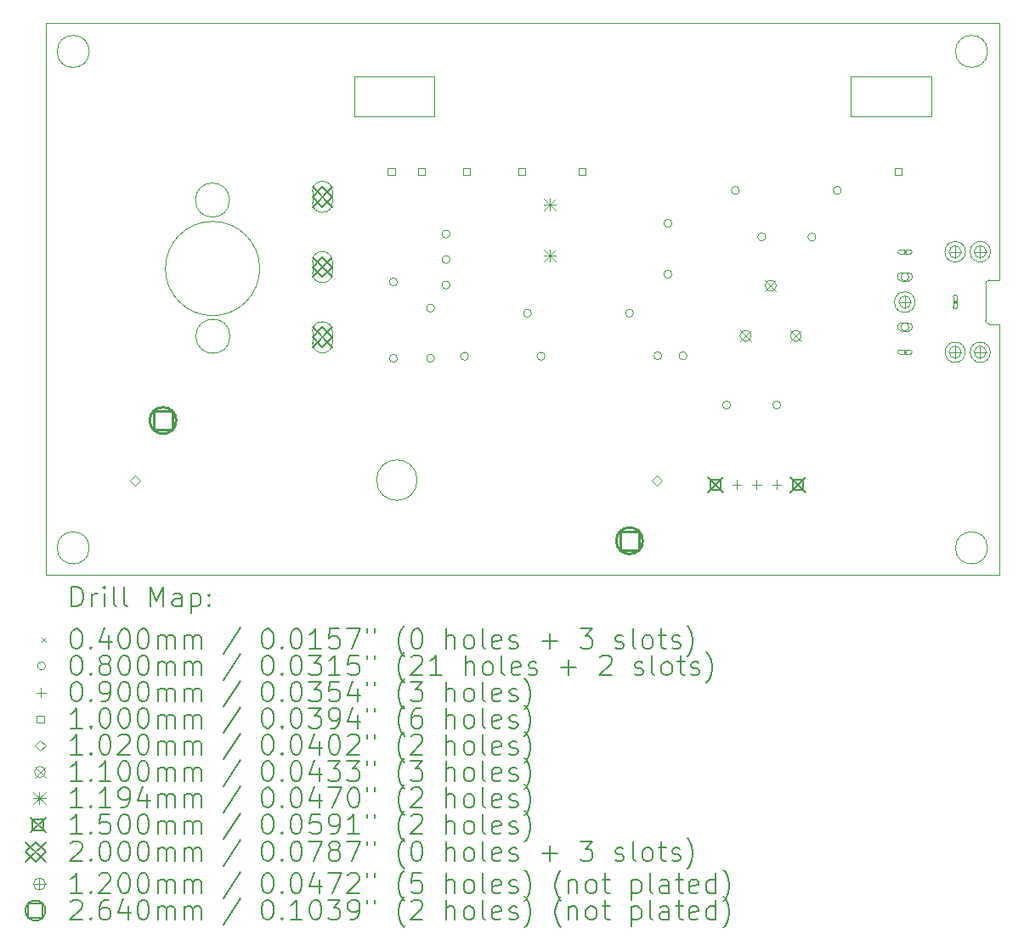
<source format=gbr>
%TF.GenerationSoftware,KiCad,Pcbnew,7.0.9*%
%TF.CreationDate,2024-05-06T14:39:22+08:00*%
%TF.ProjectId,pcb-may05-24,7063622d-6d61-4793-9035-2d32342e6b69,rev?*%
%TF.SameCoordinates,Original*%
%TF.FileFunction,Drillmap*%
%TF.FilePolarity,Positive*%
%FSLAX45Y45*%
G04 Gerber Fmt 4.5, Leading zero omitted, Abs format (unit mm)*
G04 Created by KiCad (PCBNEW 7.0.9) date 2024-05-06 14:39:22*
%MOMM*%
%LPD*%
G01*
G04 APERTURE LIST*
%ADD10C,0.100000*%
%ADD11C,0.200000*%
%ADD12C,0.102000*%
%ADD13C,0.110000*%
%ADD14C,0.119380*%
%ADD15C,0.150000*%
%ADD16C,0.120000*%
%ADD17C,0.264000*%
G04 APERTURE END LIST*
D10*
X12226556Y-13275000D02*
G75*
G03*
X12226556Y-13275000I-201556J0D01*
G01*
X10362500Y-11840000D02*
G75*
G03*
X10362500Y-11840000I-170000J0D01*
G01*
X8960000Y-13950000D02*
G75*
G03*
X8960000Y-13950000I-160000J0D01*
G01*
X17688278Y-12000000D02*
G75*
G03*
X17688278Y-12000000I-100778J0D01*
G01*
X17187956Y-11500000D02*
G75*
G03*
X17187956Y-11500000I-102956J0D01*
G01*
X10357500Y-10482500D02*
G75*
G03*
X10357500Y-10482500I-170000J0D01*
G01*
X9832036Y-12682500D02*
G75*
G03*
X9832036Y-12682500I-134536J0D01*
G01*
X17939542Y-10997500D02*
G75*
G03*
X17939542Y-10997500I-102042J0D01*
G01*
X14477036Y-13877500D02*
G75*
G03*
X14477036Y-13877500I-134536J0D01*
G01*
X18028920Y-11279560D02*
X18028920Y-8719560D01*
X17910000Y-9000000D02*
G75*
G03*
X17910000Y-9000000I-160000J0D01*
G01*
X17928920Y-11279560D02*
G75*
G03*
X17889548Y-11319567I1080J-40440D01*
G01*
X17928918Y-11720163D02*
X18028920Y-11719560D01*
X11600000Y-9250000D02*
X12400000Y-9250000D01*
X12400000Y-9650000D01*
X11600000Y-9650000D01*
X11600000Y-9250000D01*
X18028920Y-11279560D02*
X17928920Y-11279560D01*
X17910000Y-13950000D02*
G75*
G03*
X17910000Y-13950000I-160000J0D01*
G01*
X17689542Y-10997500D02*
G75*
G03*
X17689542Y-10997500I-102042J0D01*
G01*
X16550000Y-9250000D02*
X17350000Y-9250000D01*
X17350000Y-9650000D01*
X16550000Y-9650000D01*
X16550000Y-9250000D01*
X8960000Y-9000000D02*
G75*
G03*
X8960000Y-9000000I-160000J0D01*
G01*
X8528920Y-8719560D02*
X8528920Y-14219560D01*
X17888920Y-11319560D02*
X17888920Y-11679560D01*
X17888920Y-11679560D02*
G75*
G03*
X17928918Y-11720162I40120J-480D01*
G01*
X10658934Y-11165000D02*
G75*
G03*
X10658934Y-11165000I-470000J0D01*
G01*
X18028920Y-14219560D02*
X18028920Y-11719560D01*
X18028920Y-8719560D02*
X8528920Y-8719560D01*
X17938278Y-12000000D02*
G75*
G03*
X17938278Y-12000000I-100778J0D01*
G01*
X8528920Y-14219560D02*
X18028920Y-14219560D01*
D11*
D10*
X17066960Y-10978200D02*
X17106960Y-11018200D01*
X17106960Y-10978200D02*
X17066960Y-11018200D01*
X17136960Y-10978200D02*
X17036960Y-10978200D01*
X17036960Y-10978200D02*
G75*
G03*
X17036960Y-11018200I0J-20000D01*
G01*
X17036960Y-11018200D02*
X17136960Y-11018200D01*
X17136960Y-11018200D02*
G75*
G03*
X17136960Y-10978200I0J20000D01*
G01*
X17066960Y-11978200D02*
X17106960Y-12018200D01*
X17106960Y-11978200D02*
X17066960Y-12018200D01*
X17036960Y-12018200D02*
X17136960Y-12018200D01*
X17136960Y-12018200D02*
G75*
G03*
X17136960Y-11978200I0J20000D01*
G01*
X17136960Y-11978200D02*
X17036960Y-11978200D01*
X17036960Y-11978200D02*
G75*
G03*
X17036960Y-12018200I0J-20000D01*
G01*
X17566960Y-11478200D02*
X17606960Y-11518200D01*
X17606960Y-11478200D02*
X17566960Y-11518200D01*
X17606960Y-11548200D02*
X17606960Y-11448200D01*
X17606960Y-11448200D02*
G75*
G03*
X17566960Y-11448200I-20000J0D01*
G01*
X17566960Y-11448200D02*
X17566960Y-11548200D01*
X17566960Y-11548200D02*
G75*
G03*
X17606960Y-11548200I20000J0D01*
G01*
X12030000Y-11299000D02*
G75*
G03*
X12030000Y-11299000I-40000J0D01*
G01*
X12030000Y-12061000D02*
G75*
G03*
X12030000Y-12061000I-40000J0D01*
G01*
X12400000Y-11560000D02*
G75*
G03*
X12400000Y-11560000I-40000J0D01*
G01*
X12400000Y-12060000D02*
G75*
G03*
X12400000Y-12060000I-40000J0D01*
G01*
X12554000Y-10821000D02*
G75*
G03*
X12554000Y-10821000I-40000J0D01*
G01*
X12554000Y-11075000D02*
G75*
G03*
X12554000Y-11075000I-40000J0D01*
G01*
X12554000Y-11329000D02*
G75*
G03*
X12554000Y-11329000I-40000J0D01*
G01*
X12739000Y-12040000D02*
G75*
G03*
X12739000Y-12040000I-40000J0D01*
G01*
X13367000Y-11610000D02*
G75*
G03*
X13367000Y-11610000I-40000J0D01*
G01*
X13501000Y-12040000D02*
G75*
G03*
X13501000Y-12040000I-40000J0D01*
G01*
X14383000Y-11610000D02*
G75*
G03*
X14383000Y-11610000I-40000J0D01*
G01*
X14665000Y-12035000D02*
G75*
G03*
X14665000Y-12035000I-40000J0D01*
G01*
X14765000Y-10715000D02*
G75*
G03*
X14765000Y-10715000I-40000J0D01*
G01*
X14765000Y-11223000D02*
G75*
G03*
X14765000Y-11223000I-40000J0D01*
G01*
X14915000Y-12035000D02*
G75*
G03*
X14915000Y-12035000I-40000J0D01*
G01*
X15350000Y-12525000D02*
G75*
G03*
X15350000Y-12525000I-40000J0D01*
G01*
X15437000Y-10385000D02*
G75*
G03*
X15437000Y-10385000I-40000J0D01*
G01*
X15700000Y-10850000D02*
G75*
G03*
X15700000Y-10850000I-40000J0D01*
G01*
X15850000Y-12525000D02*
G75*
G03*
X15850000Y-12525000I-40000J0D01*
G01*
X16200000Y-10850000D02*
G75*
G03*
X16200000Y-10850000I-40000J0D01*
G01*
X16453000Y-10385000D02*
G75*
G03*
X16453000Y-10385000I-40000J0D01*
G01*
X17126960Y-11248200D02*
G75*
G03*
X17126960Y-11248200I-40000J0D01*
G01*
X17121960Y-11208200D02*
X17051960Y-11208200D01*
X17051960Y-11208200D02*
G75*
G03*
X17051960Y-11288200I0J-40000D01*
G01*
X17051960Y-11288200D02*
X17121960Y-11288200D01*
X17121960Y-11288200D02*
G75*
G03*
X17121960Y-11208200I0J40000D01*
G01*
X17126960Y-11748200D02*
G75*
G03*
X17126960Y-11748200I-40000J0D01*
G01*
X17051960Y-11788200D02*
X17121960Y-11788200D01*
X17121960Y-11788200D02*
G75*
G03*
X17121960Y-11708200I0J40000D01*
G01*
X17121960Y-11708200D02*
X17051960Y-11708200D01*
X17051960Y-11708200D02*
G75*
G03*
X17051960Y-11788200I0J-40000D01*
G01*
X15410000Y-13275000D02*
X15410000Y-13365000D01*
X15365000Y-13320000D02*
X15455000Y-13320000D01*
X15610000Y-13275000D02*
X15610000Y-13365000D01*
X15565000Y-13320000D02*
X15655000Y-13320000D01*
X15810000Y-13275000D02*
X15810000Y-13365000D01*
X15765000Y-13320000D02*
X15855000Y-13320000D01*
X12005356Y-10235356D02*
X12005356Y-10164644D01*
X11934644Y-10164644D01*
X11934644Y-10235356D01*
X12005356Y-10235356D01*
X12305356Y-10235356D02*
X12305356Y-10164644D01*
X12234644Y-10164644D01*
X12234644Y-10235356D01*
X12305356Y-10235356D01*
X12755356Y-10235356D02*
X12755356Y-10164644D01*
X12684644Y-10164644D01*
X12684644Y-10235356D01*
X12755356Y-10235356D01*
X13305356Y-10235356D02*
X13305356Y-10164644D01*
X13234644Y-10164644D01*
X13234644Y-10235356D01*
X13305356Y-10235356D01*
X13905356Y-10235356D02*
X13905356Y-10164644D01*
X13834644Y-10164644D01*
X13834644Y-10235356D01*
X13905356Y-10235356D01*
X17055356Y-10235356D02*
X17055356Y-10164644D01*
X16984644Y-10164644D01*
X16984644Y-10235356D01*
X17055356Y-10235356D01*
D12*
X9420000Y-13331000D02*
X9471000Y-13280000D01*
X9420000Y-13229000D01*
X9369000Y-13280000D01*
X9420000Y-13331000D01*
X14619000Y-13331000D02*
X14670000Y-13280000D01*
X14619000Y-13229000D01*
X14568000Y-13280000D01*
X14619000Y-13331000D01*
D13*
X15445000Y-11781250D02*
X15555000Y-11891250D01*
X15555000Y-11781250D02*
X15445000Y-11891250D01*
X15555000Y-11836250D02*
G75*
G03*
X15555000Y-11836250I-55000J0D01*
G01*
X15695000Y-11281250D02*
X15805000Y-11391250D01*
X15805000Y-11281250D02*
X15695000Y-11391250D01*
X15805000Y-11336250D02*
G75*
G03*
X15805000Y-11336250I-55000J0D01*
G01*
X15945000Y-11781250D02*
X16055000Y-11891250D01*
X16055000Y-11781250D02*
X15945000Y-11891250D01*
X16055000Y-11836250D02*
G75*
G03*
X16055000Y-11836250I-55000J0D01*
G01*
D14*
X13485310Y-10471310D02*
X13604690Y-10590690D01*
X13604690Y-10471310D02*
X13485310Y-10590690D01*
X13545000Y-10471310D02*
X13545000Y-10590690D01*
X13485310Y-10531000D02*
X13604690Y-10531000D01*
X13485310Y-10979310D02*
X13604690Y-11098690D01*
X13604690Y-10979310D02*
X13485310Y-11098690D01*
X13545000Y-10979310D02*
X13545000Y-11098690D01*
X13485310Y-11039000D02*
X13604690Y-11039000D01*
D15*
X15125000Y-13245000D02*
X15275000Y-13395000D01*
X15275000Y-13245000D02*
X15125000Y-13395000D01*
X15253033Y-13373033D02*
X15253033Y-13266966D01*
X15146966Y-13266966D01*
X15146966Y-13373033D01*
X15253033Y-13373033D01*
X15945000Y-13245000D02*
X16095000Y-13395000D01*
X16095000Y-13245000D02*
X15945000Y-13395000D01*
X16073033Y-13373033D02*
X16073033Y-13266966D01*
X15966966Y-13266966D01*
X15966966Y-13373033D01*
X16073033Y-13373033D01*
D11*
X11182860Y-10350600D02*
X11382860Y-10550600D01*
X11382860Y-10350600D02*
X11182860Y-10550600D01*
X11282860Y-10550600D02*
X11382860Y-10450600D01*
X11282860Y-10350600D01*
X11182860Y-10450600D01*
X11282860Y-10550600D01*
D10*
X11382860Y-10505600D02*
X11382860Y-10395600D01*
X11382860Y-10395600D02*
G75*
G03*
X11182860Y-10395600I-100000J0D01*
G01*
X11182860Y-10395600D02*
X11182860Y-10505600D01*
X11182860Y-10505600D02*
G75*
G03*
X11382860Y-10505600I100000J0D01*
G01*
D11*
X11182860Y-11050600D02*
X11382860Y-11250600D01*
X11382860Y-11050600D02*
X11182860Y-11250600D01*
X11282860Y-11250600D02*
X11382860Y-11150600D01*
X11282860Y-11050600D01*
X11182860Y-11150600D01*
X11282860Y-11250600D01*
D10*
X11382860Y-11205600D02*
X11382860Y-11095600D01*
X11382860Y-11095600D02*
G75*
G03*
X11182860Y-11095600I-100000J0D01*
G01*
X11182860Y-11095600D02*
X11182860Y-11205600D01*
X11182860Y-11205600D02*
G75*
G03*
X11382860Y-11205600I100000J0D01*
G01*
D11*
X11182860Y-11750600D02*
X11382860Y-11950600D01*
X11382860Y-11750600D02*
X11182860Y-11950600D01*
X11282860Y-11950600D02*
X11382860Y-11850600D01*
X11282860Y-11750600D01*
X11182860Y-11850600D01*
X11282860Y-11950600D01*
D10*
X11382860Y-11905600D02*
X11382860Y-11795600D01*
X11382860Y-11795600D02*
G75*
G03*
X11182860Y-11795600I-100000J0D01*
G01*
X11182860Y-11795600D02*
X11182860Y-11905600D01*
X11182860Y-11905600D02*
G75*
G03*
X11382860Y-11905600I100000J0D01*
G01*
D16*
X17086960Y-11438200D02*
X17086960Y-11558200D01*
X17026960Y-11498200D02*
X17146960Y-11498200D01*
X17146960Y-11498200D02*
G75*
G03*
X17146960Y-11498200I-60000J0D01*
G01*
X17586960Y-10938200D02*
X17586960Y-11058200D01*
X17526960Y-10998200D02*
X17646960Y-10998200D01*
X17646960Y-10998200D02*
G75*
G03*
X17646960Y-10998200I-60000J0D01*
G01*
X17586960Y-11938200D02*
X17586960Y-12058200D01*
X17526960Y-11998200D02*
X17646960Y-11998200D01*
X17646960Y-11998200D02*
G75*
G03*
X17646960Y-11998200I-60000J0D01*
G01*
X17836960Y-10938200D02*
X17836960Y-11058200D01*
X17776960Y-10998200D02*
X17896960Y-10998200D01*
X17896960Y-10998200D02*
G75*
G03*
X17896960Y-10998200I-60000J0D01*
G01*
X17836960Y-11938200D02*
X17836960Y-12058200D01*
X17776960Y-11998200D02*
X17896960Y-11998200D01*
X17896960Y-11998200D02*
G75*
G03*
X17896960Y-11998200I-60000J0D01*
G01*
D17*
X9788339Y-12773839D02*
X9788339Y-12587161D01*
X9601661Y-12587161D01*
X9601661Y-12773839D01*
X9788339Y-12773839D01*
X9827000Y-12680500D02*
G75*
G03*
X9827000Y-12680500I-132000J0D01*
G01*
X14436339Y-13972839D02*
X14436339Y-13786161D01*
X14249661Y-13786161D01*
X14249661Y-13972839D01*
X14436339Y-13972839D01*
X14475000Y-13879500D02*
G75*
G03*
X14475000Y-13879500I-132000J0D01*
G01*
D11*
X8784697Y-14536044D02*
X8784697Y-14336044D01*
X8784697Y-14336044D02*
X8832316Y-14336044D01*
X8832316Y-14336044D02*
X8860887Y-14345568D01*
X8860887Y-14345568D02*
X8879935Y-14364615D01*
X8879935Y-14364615D02*
X8889459Y-14383663D01*
X8889459Y-14383663D02*
X8898983Y-14421758D01*
X8898983Y-14421758D02*
X8898983Y-14450329D01*
X8898983Y-14450329D02*
X8889459Y-14488425D01*
X8889459Y-14488425D02*
X8879935Y-14507472D01*
X8879935Y-14507472D02*
X8860887Y-14526520D01*
X8860887Y-14526520D02*
X8832316Y-14536044D01*
X8832316Y-14536044D02*
X8784697Y-14536044D01*
X8984697Y-14536044D02*
X8984697Y-14402710D01*
X8984697Y-14440806D02*
X8994221Y-14421758D01*
X8994221Y-14421758D02*
X9003744Y-14412234D01*
X9003744Y-14412234D02*
X9022792Y-14402710D01*
X9022792Y-14402710D02*
X9041840Y-14402710D01*
X9108506Y-14536044D02*
X9108506Y-14402710D01*
X9108506Y-14336044D02*
X9098983Y-14345568D01*
X9098983Y-14345568D02*
X9108506Y-14355091D01*
X9108506Y-14355091D02*
X9118030Y-14345568D01*
X9118030Y-14345568D02*
X9108506Y-14336044D01*
X9108506Y-14336044D02*
X9108506Y-14355091D01*
X9232316Y-14536044D02*
X9213268Y-14526520D01*
X9213268Y-14526520D02*
X9203744Y-14507472D01*
X9203744Y-14507472D02*
X9203744Y-14336044D01*
X9337078Y-14536044D02*
X9318030Y-14526520D01*
X9318030Y-14526520D02*
X9308506Y-14507472D01*
X9308506Y-14507472D02*
X9308506Y-14336044D01*
X9565649Y-14536044D02*
X9565649Y-14336044D01*
X9565649Y-14336044D02*
X9632316Y-14478901D01*
X9632316Y-14478901D02*
X9698983Y-14336044D01*
X9698983Y-14336044D02*
X9698983Y-14536044D01*
X9879935Y-14536044D02*
X9879935Y-14431282D01*
X9879935Y-14431282D02*
X9870411Y-14412234D01*
X9870411Y-14412234D02*
X9851364Y-14402710D01*
X9851364Y-14402710D02*
X9813268Y-14402710D01*
X9813268Y-14402710D02*
X9794221Y-14412234D01*
X9879935Y-14526520D02*
X9860887Y-14536044D01*
X9860887Y-14536044D02*
X9813268Y-14536044D01*
X9813268Y-14536044D02*
X9794221Y-14526520D01*
X9794221Y-14526520D02*
X9784697Y-14507472D01*
X9784697Y-14507472D02*
X9784697Y-14488425D01*
X9784697Y-14488425D02*
X9794221Y-14469377D01*
X9794221Y-14469377D02*
X9813268Y-14459853D01*
X9813268Y-14459853D02*
X9860887Y-14459853D01*
X9860887Y-14459853D02*
X9879935Y-14450329D01*
X9975173Y-14402710D02*
X9975173Y-14602710D01*
X9975173Y-14412234D02*
X9994221Y-14402710D01*
X9994221Y-14402710D02*
X10032316Y-14402710D01*
X10032316Y-14402710D02*
X10051364Y-14412234D01*
X10051364Y-14412234D02*
X10060887Y-14421758D01*
X10060887Y-14421758D02*
X10070411Y-14440806D01*
X10070411Y-14440806D02*
X10070411Y-14497948D01*
X10070411Y-14497948D02*
X10060887Y-14516996D01*
X10060887Y-14516996D02*
X10051364Y-14526520D01*
X10051364Y-14526520D02*
X10032316Y-14536044D01*
X10032316Y-14536044D02*
X9994221Y-14536044D01*
X9994221Y-14536044D02*
X9975173Y-14526520D01*
X10156125Y-14516996D02*
X10165649Y-14526520D01*
X10165649Y-14526520D02*
X10156125Y-14536044D01*
X10156125Y-14536044D02*
X10146602Y-14526520D01*
X10146602Y-14526520D02*
X10156125Y-14516996D01*
X10156125Y-14516996D02*
X10156125Y-14536044D01*
X10156125Y-14412234D02*
X10165649Y-14421758D01*
X10165649Y-14421758D02*
X10156125Y-14431282D01*
X10156125Y-14431282D02*
X10146602Y-14421758D01*
X10146602Y-14421758D02*
X10156125Y-14412234D01*
X10156125Y-14412234D02*
X10156125Y-14431282D01*
D10*
X8483920Y-14844560D02*
X8523920Y-14884560D01*
X8523920Y-14844560D02*
X8483920Y-14884560D01*
D11*
X8822792Y-14756044D02*
X8841840Y-14756044D01*
X8841840Y-14756044D02*
X8860887Y-14765568D01*
X8860887Y-14765568D02*
X8870411Y-14775091D01*
X8870411Y-14775091D02*
X8879935Y-14794139D01*
X8879935Y-14794139D02*
X8889459Y-14832234D01*
X8889459Y-14832234D02*
X8889459Y-14879853D01*
X8889459Y-14879853D02*
X8879935Y-14917948D01*
X8879935Y-14917948D02*
X8870411Y-14936996D01*
X8870411Y-14936996D02*
X8860887Y-14946520D01*
X8860887Y-14946520D02*
X8841840Y-14956044D01*
X8841840Y-14956044D02*
X8822792Y-14956044D01*
X8822792Y-14956044D02*
X8803744Y-14946520D01*
X8803744Y-14946520D02*
X8794221Y-14936996D01*
X8794221Y-14936996D02*
X8784697Y-14917948D01*
X8784697Y-14917948D02*
X8775173Y-14879853D01*
X8775173Y-14879853D02*
X8775173Y-14832234D01*
X8775173Y-14832234D02*
X8784697Y-14794139D01*
X8784697Y-14794139D02*
X8794221Y-14775091D01*
X8794221Y-14775091D02*
X8803744Y-14765568D01*
X8803744Y-14765568D02*
X8822792Y-14756044D01*
X8975173Y-14936996D02*
X8984697Y-14946520D01*
X8984697Y-14946520D02*
X8975173Y-14956044D01*
X8975173Y-14956044D02*
X8965649Y-14946520D01*
X8965649Y-14946520D02*
X8975173Y-14936996D01*
X8975173Y-14936996D02*
X8975173Y-14956044D01*
X9156125Y-14822710D02*
X9156125Y-14956044D01*
X9108506Y-14746520D02*
X9060887Y-14889377D01*
X9060887Y-14889377D02*
X9184697Y-14889377D01*
X9298983Y-14756044D02*
X9318030Y-14756044D01*
X9318030Y-14756044D02*
X9337078Y-14765568D01*
X9337078Y-14765568D02*
X9346602Y-14775091D01*
X9346602Y-14775091D02*
X9356125Y-14794139D01*
X9356125Y-14794139D02*
X9365649Y-14832234D01*
X9365649Y-14832234D02*
X9365649Y-14879853D01*
X9365649Y-14879853D02*
X9356125Y-14917948D01*
X9356125Y-14917948D02*
X9346602Y-14936996D01*
X9346602Y-14936996D02*
X9337078Y-14946520D01*
X9337078Y-14946520D02*
X9318030Y-14956044D01*
X9318030Y-14956044D02*
X9298983Y-14956044D01*
X9298983Y-14956044D02*
X9279935Y-14946520D01*
X9279935Y-14946520D02*
X9270411Y-14936996D01*
X9270411Y-14936996D02*
X9260887Y-14917948D01*
X9260887Y-14917948D02*
X9251364Y-14879853D01*
X9251364Y-14879853D02*
X9251364Y-14832234D01*
X9251364Y-14832234D02*
X9260887Y-14794139D01*
X9260887Y-14794139D02*
X9270411Y-14775091D01*
X9270411Y-14775091D02*
X9279935Y-14765568D01*
X9279935Y-14765568D02*
X9298983Y-14756044D01*
X9489459Y-14756044D02*
X9508506Y-14756044D01*
X9508506Y-14756044D02*
X9527554Y-14765568D01*
X9527554Y-14765568D02*
X9537078Y-14775091D01*
X9537078Y-14775091D02*
X9546602Y-14794139D01*
X9546602Y-14794139D02*
X9556125Y-14832234D01*
X9556125Y-14832234D02*
X9556125Y-14879853D01*
X9556125Y-14879853D02*
X9546602Y-14917948D01*
X9546602Y-14917948D02*
X9537078Y-14936996D01*
X9537078Y-14936996D02*
X9527554Y-14946520D01*
X9527554Y-14946520D02*
X9508506Y-14956044D01*
X9508506Y-14956044D02*
X9489459Y-14956044D01*
X9489459Y-14956044D02*
X9470411Y-14946520D01*
X9470411Y-14946520D02*
X9460887Y-14936996D01*
X9460887Y-14936996D02*
X9451364Y-14917948D01*
X9451364Y-14917948D02*
X9441840Y-14879853D01*
X9441840Y-14879853D02*
X9441840Y-14832234D01*
X9441840Y-14832234D02*
X9451364Y-14794139D01*
X9451364Y-14794139D02*
X9460887Y-14775091D01*
X9460887Y-14775091D02*
X9470411Y-14765568D01*
X9470411Y-14765568D02*
X9489459Y-14756044D01*
X9641840Y-14956044D02*
X9641840Y-14822710D01*
X9641840Y-14841758D02*
X9651364Y-14832234D01*
X9651364Y-14832234D02*
X9670411Y-14822710D01*
X9670411Y-14822710D02*
X9698983Y-14822710D01*
X9698983Y-14822710D02*
X9718030Y-14832234D01*
X9718030Y-14832234D02*
X9727554Y-14851282D01*
X9727554Y-14851282D02*
X9727554Y-14956044D01*
X9727554Y-14851282D02*
X9737078Y-14832234D01*
X9737078Y-14832234D02*
X9756125Y-14822710D01*
X9756125Y-14822710D02*
X9784697Y-14822710D01*
X9784697Y-14822710D02*
X9803745Y-14832234D01*
X9803745Y-14832234D02*
X9813268Y-14851282D01*
X9813268Y-14851282D02*
X9813268Y-14956044D01*
X9908506Y-14956044D02*
X9908506Y-14822710D01*
X9908506Y-14841758D02*
X9918030Y-14832234D01*
X9918030Y-14832234D02*
X9937078Y-14822710D01*
X9937078Y-14822710D02*
X9965649Y-14822710D01*
X9965649Y-14822710D02*
X9984697Y-14832234D01*
X9984697Y-14832234D02*
X9994221Y-14851282D01*
X9994221Y-14851282D02*
X9994221Y-14956044D01*
X9994221Y-14851282D02*
X10003745Y-14832234D01*
X10003745Y-14832234D02*
X10022792Y-14822710D01*
X10022792Y-14822710D02*
X10051364Y-14822710D01*
X10051364Y-14822710D02*
X10070411Y-14832234D01*
X10070411Y-14832234D02*
X10079935Y-14851282D01*
X10079935Y-14851282D02*
X10079935Y-14956044D01*
X10470411Y-14746520D02*
X10298983Y-15003663D01*
X10727554Y-14756044D02*
X10746602Y-14756044D01*
X10746602Y-14756044D02*
X10765649Y-14765568D01*
X10765649Y-14765568D02*
X10775173Y-14775091D01*
X10775173Y-14775091D02*
X10784697Y-14794139D01*
X10784697Y-14794139D02*
X10794221Y-14832234D01*
X10794221Y-14832234D02*
X10794221Y-14879853D01*
X10794221Y-14879853D02*
X10784697Y-14917948D01*
X10784697Y-14917948D02*
X10775173Y-14936996D01*
X10775173Y-14936996D02*
X10765649Y-14946520D01*
X10765649Y-14946520D02*
X10746602Y-14956044D01*
X10746602Y-14956044D02*
X10727554Y-14956044D01*
X10727554Y-14956044D02*
X10708507Y-14946520D01*
X10708507Y-14946520D02*
X10698983Y-14936996D01*
X10698983Y-14936996D02*
X10689459Y-14917948D01*
X10689459Y-14917948D02*
X10679935Y-14879853D01*
X10679935Y-14879853D02*
X10679935Y-14832234D01*
X10679935Y-14832234D02*
X10689459Y-14794139D01*
X10689459Y-14794139D02*
X10698983Y-14775091D01*
X10698983Y-14775091D02*
X10708507Y-14765568D01*
X10708507Y-14765568D02*
X10727554Y-14756044D01*
X10879935Y-14936996D02*
X10889459Y-14946520D01*
X10889459Y-14946520D02*
X10879935Y-14956044D01*
X10879935Y-14956044D02*
X10870411Y-14946520D01*
X10870411Y-14946520D02*
X10879935Y-14936996D01*
X10879935Y-14936996D02*
X10879935Y-14956044D01*
X11013268Y-14756044D02*
X11032316Y-14756044D01*
X11032316Y-14756044D02*
X11051364Y-14765568D01*
X11051364Y-14765568D02*
X11060888Y-14775091D01*
X11060888Y-14775091D02*
X11070411Y-14794139D01*
X11070411Y-14794139D02*
X11079935Y-14832234D01*
X11079935Y-14832234D02*
X11079935Y-14879853D01*
X11079935Y-14879853D02*
X11070411Y-14917948D01*
X11070411Y-14917948D02*
X11060888Y-14936996D01*
X11060888Y-14936996D02*
X11051364Y-14946520D01*
X11051364Y-14946520D02*
X11032316Y-14956044D01*
X11032316Y-14956044D02*
X11013268Y-14956044D01*
X11013268Y-14956044D02*
X10994221Y-14946520D01*
X10994221Y-14946520D02*
X10984697Y-14936996D01*
X10984697Y-14936996D02*
X10975173Y-14917948D01*
X10975173Y-14917948D02*
X10965649Y-14879853D01*
X10965649Y-14879853D02*
X10965649Y-14832234D01*
X10965649Y-14832234D02*
X10975173Y-14794139D01*
X10975173Y-14794139D02*
X10984697Y-14775091D01*
X10984697Y-14775091D02*
X10994221Y-14765568D01*
X10994221Y-14765568D02*
X11013268Y-14756044D01*
X11270411Y-14956044D02*
X11156126Y-14956044D01*
X11213268Y-14956044D02*
X11213268Y-14756044D01*
X11213268Y-14756044D02*
X11194221Y-14784615D01*
X11194221Y-14784615D02*
X11175173Y-14803663D01*
X11175173Y-14803663D02*
X11156126Y-14813187D01*
X11451364Y-14756044D02*
X11356126Y-14756044D01*
X11356126Y-14756044D02*
X11346602Y-14851282D01*
X11346602Y-14851282D02*
X11356126Y-14841758D01*
X11356126Y-14841758D02*
X11375173Y-14832234D01*
X11375173Y-14832234D02*
X11422792Y-14832234D01*
X11422792Y-14832234D02*
X11441840Y-14841758D01*
X11441840Y-14841758D02*
X11451364Y-14851282D01*
X11451364Y-14851282D02*
X11460887Y-14870329D01*
X11460887Y-14870329D02*
X11460887Y-14917948D01*
X11460887Y-14917948D02*
X11451364Y-14936996D01*
X11451364Y-14936996D02*
X11441840Y-14946520D01*
X11441840Y-14946520D02*
X11422792Y-14956044D01*
X11422792Y-14956044D02*
X11375173Y-14956044D01*
X11375173Y-14956044D02*
X11356126Y-14946520D01*
X11356126Y-14946520D02*
X11346602Y-14936996D01*
X11527554Y-14756044D02*
X11660887Y-14756044D01*
X11660887Y-14756044D02*
X11575173Y-14956044D01*
X11727554Y-14756044D02*
X11727554Y-14794139D01*
X11803745Y-14756044D02*
X11803745Y-14794139D01*
X12098983Y-15032234D02*
X12089459Y-15022710D01*
X12089459Y-15022710D02*
X12070411Y-14994139D01*
X12070411Y-14994139D02*
X12060888Y-14975091D01*
X12060888Y-14975091D02*
X12051364Y-14946520D01*
X12051364Y-14946520D02*
X12041840Y-14898901D01*
X12041840Y-14898901D02*
X12041840Y-14860806D01*
X12041840Y-14860806D02*
X12051364Y-14813187D01*
X12051364Y-14813187D02*
X12060888Y-14784615D01*
X12060888Y-14784615D02*
X12070411Y-14765568D01*
X12070411Y-14765568D02*
X12089459Y-14736996D01*
X12089459Y-14736996D02*
X12098983Y-14727472D01*
X12213268Y-14756044D02*
X12232316Y-14756044D01*
X12232316Y-14756044D02*
X12251364Y-14765568D01*
X12251364Y-14765568D02*
X12260888Y-14775091D01*
X12260888Y-14775091D02*
X12270411Y-14794139D01*
X12270411Y-14794139D02*
X12279935Y-14832234D01*
X12279935Y-14832234D02*
X12279935Y-14879853D01*
X12279935Y-14879853D02*
X12270411Y-14917948D01*
X12270411Y-14917948D02*
X12260888Y-14936996D01*
X12260888Y-14936996D02*
X12251364Y-14946520D01*
X12251364Y-14946520D02*
X12232316Y-14956044D01*
X12232316Y-14956044D02*
X12213268Y-14956044D01*
X12213268Y-14956044D02*
X12194221Y-14946520D01*
X12194221Y-14946520D02*
X12184697Y-14936996D01*
X12184697Y-14936996D02*
X12175173Y-14917948D01*
X12175173Y-14917948D02*
X12165649Y-14879853D01*
X12165649Y-14879853D02*
X12165649Y-14832234D01*
X12165649Y-14832234D02*
X12175173Y-14794139D01*
X12175173Y-14794139D02*
X12184697Y-14775091D01*
X12184697Y-14775091D02*
X12194221Y-14765568D01*
X12194221Y-14765568D02*
X12213268Y-14756044D01*
X12518030Y-14956044D02*
X12518030Y-14756044D01*
X12603745Y-14956044D02*
X12603745Y-14851282D01*
X12603745Y-14851282D02*
X12594221Y-14832234D01*
X12594221Y-14832234D02*
X12575173Y-14822710D01*
X12575173Y-14822710D02*
X12546602Y-14822710D01*
X12546602Y-14822710D02*
X12527554Y-14832234D01*
X12527554Y-14832234D02*
X12518030Y-14841758D01*
X12727554Y-14956044D02*
X12708507Y-14946520D01*
X12708507Y-14946520D02*
X12698983Y-14936996D01*
X12698983Y-14936996D02*
X12689459Y-14917948D01*
X12689459Y-14917948D02*
X12689459Y-14860806D01*
X12689459Y-14860806D02*
X12698983Y-14841758D01*
X12698983Y-14841758D02*
X12708507Y-14832234D01*
X12708507Y-14832234D02*
X12727554Y-14822710D01*
X12727554Y-14822710D02*
X12756126Y-14822710D01*
X12756126Y-14822710D02*
X12775173Y-14832234D01*
X12775173Y-14832234D02*
X12784697Y-14841758D01*
X12784697Y-14841758D02*
X12794221Y-14860806D01*
X12794221Y-14860806D02*
X12794221Y-14917948D01*
X12794221Y-14917948D02*
X12784697Y-14936996D01*
X12784697Y-14936996D02*
X12775173Y-14946520D01*
X12775173Y-14946520D02*
X12756126Y-14956044D01*
X12756126Y-14956044D02*
X12727554Y-14956044D01*
X12908507Y-14956044D02*
X12889459Y-14946520D01*
X12889459Y-14946520D02*
X12879935Y-14927472D01*
X12879935Y-14927472D02*
X12879935Y-14756044D01*
X13060888Y-14946520D02*
X13041840Y-14956044D01*
X13041840Y-14956044D02*
X13003745Y-14956044D01*
X13003745Y-14956044D02*
X12984697Y-14946520D01*
X12984697Y-14946520D02*
X12975173Y-14927472D01*
X12975173Y-14927472D02*
X12975173Y-14851282D01*
X12975173Y-14851282D02*
X12984697Y-14832234D01*
X12984697Y-14832234D02*
X13003745Y-14822710D01*
X13003745Y-14822710D02*
X13041840Y-14822710D01*
X13041840Y-14822710D02*
X13060888Y-14832234D01*
X13060888Y-14832234D02*
X13070411Y-14851282D01*
X13070411Y-14851282D02*
X13070411Y-14870329D01*
X13070411Y-14870329D02*
X12975173Y-14889377D01*
X13146602Y-14946520D02*
X13165650Y-14956044D01*
X13165650Y-14956044D02*
X13203745Y-14956044D01*
X13203745Y-14956044D02*
X13222792Y-14946520D01*
X13222792Y-14946520D02*
X13232316Y-14927472D01*
X13232316Y-14927472D02*
X13232316Y-14917948D01*
X13232316Y-14917948D02*
X13222792Y-14898901D01*
X13222792Y-14898901D02*
X13203745Y-14889377D01*
X13203745Y-14889377D02*
X13175173Y-14889377D01*
X13175173Y-14889377D02*
X13156126Y-14879853D01*
X13156126Y-14879853D02*
X13146602Y-14860806D01*
X13146602Y-14860806D02*
X13146602Y-14851282D01*
X13146602Y-14851282D02*
X13156126Y-14832234D01*
X13156126Y-14832234D02*
X13175173Y-14822710D01*
X13175173Y-14822710D02*
X13203745Y-14822710D01*
X13203745Y-14822710D02*
X13222792Y-14832234D01*
X13470412Y-14879853D02*
X13622793Y-14879853D01*
X13546602Y-14956044D02*
X13546602Y-14803663D01*
X13851364Y-14756044D02*
X13975173Y-14756044D01*
X13975173Y-14756044D02*
X13908507Y-14832234D01*
X13908507Y-14832234D02*
X13937078Y-14832234D01*
X13937078Y-14832234D02*
X13956126Y-14841758D01*
X13956126Y-14841758D02*
X13965650Y-14851282D01*
X13965650Y-14851282D02*
X13975173Y-14870329D01*
X13975173Y-14870329D02*
X13975173Y-14917948D01*
X13975173Y-14917948D02*
X13965650Y-14936996D01*
X13965650Y-14936996D02*
X13956126Y-14946520D01*
X13956126Y-14946520D02*
X13937078Y-14956044D01*
X13937078Y-14956044D02*
X13879935Y-14956044D01*
X13879935Y-14956044D02*
X13860888Y-14946520D01*
X13860888Y-14946520D02*
X13851364Y-14936996D01*
X14203745Y-14946520D02*
X14222793Y-14956044D01*
X14222793Y-14956044D02*
X14260888Y-14956044D01*
X14260888Y-14956044D02*
X14279935Y-14946520D01*
X14279935Y-14946520D02*
X14289459Y-14927472D01*
X14289459Y-14927472D02*
X14289459Y-14917948D01*
X14289459Y-14917948D02*
X14279935Y-14898901D01*
X14279935Y-14898901D02*
X14260888Y-14889377D01*
X14260888Y-14889377D02*
X14232316Y-14889377D01*
X14232316Y-14889377D02*
X14213269Y-14879853D01*
X14213269Y-14879853D02*
X14203745Y-14860806D01*
X14203745Y-14860806D02*
X14203745Y-14851282D01*
X14203745Y-14851282D02*
X14213269Y-14832234D01*
X14213269Y-14832234D02*
X14232316Y-14822710D01*
X14232316Y-14822710D02*
X14260888Y-14822710D01*
X14260888Y-14822710D02*
X14279935Y-14832234D01*
X14403745Y-14956044D02*
X14384697Y-14946520D01*
X14384697Y-14946520D02*
X14375174Y-14927472D01*
X14375174Y-14927472D02*
X14375174Y-14756044D01*
X14508507Y-14956044D02*
X14489459Y-14946520D01*
X14489459Y-14946520D02*
X14479935Y-14936996D01*
X14479935Y-14936996D02*
X14470412Y-14917948D01*
X14470412Y-14917948D02*
X14470412Y-14860806D01*
X14470412Y-14860806D02*
X14479935Y-14841758D01*
X14479935Y-14841758D02*
X14489459Y-14832234D01*
X14489459Y-14832234D02*
X14508507Y-14822710D01*
X14508507Y-14822710D02*
X14537078Y-14822710D01*
X14537078Y-14822710D02*
X14556126Y-14832234D01*
X14556126Y-14832234D02*
X14565650Y-14841758D01*
X14565650Y-14841758D02*
X14575174Y-14860806D01*
X14575174Y-14860806D02*
X14575174Y-14917948D01*
X14575174Y-14917948D02*
X14565650Y-14936996D01*
X14565650Y-14936996D02*
X14556126Y-14946520D01*
X14556126Y-14946520D02*
X14537078Y-14956044D01*
X14537078Y-14956044D02*
X14508507Y-14956044D01*
X14632316Y-14822710D02*
X14708507Y-14822710D01*
X14660888Y-14756044D02*
X14660888Y-14927472D01*
X14660888Y-14927472D02*
X14670412Y-14946520D01*
X14670412Y-14946520D02*
X14689459Y-14956044D01*
X14689459Y-14956044D02*
X14708507Y-14956044D01*
X14765650Y-14946520D02*
X14784697Y-14956044D01*
X14784697Y-14956044D02*
X14822793Y-14956044D01*
X14822793Y-14956044D02*
X14841840Y-14946520D01*
X14841840Y-14946520D02*
X14851364Y-14927472D01*
X14851364Y-14927472D02*
X14851364Y-14917948D01*
X14851364Y-14917948D02*
X14841840Y-14898901D01*
X14841840Y-14898901D02*
X14822793Y-14889377D01*
X14822793Y-14889377D02*
X14794221Y-14889377D01*
X14794221Y-14889377D02*
X14775174Y-14879853D01*
X14775174Y-14879853D02*
X14765650Y-14860806D01*
X14765650Y-14860806D02*
X14765650Y-14851282D01*
X14765650Y-14851282D02*
X14775174Y-14832234D01*
X14775174Y-14832234D02*
X14794221Y-14822710D01*
X14794221Y-14822710D02*
X14822793Y-14822710D01*
X14822793Y-14822710D02*
X14841840Y-14832234D01*
X14918031Y-15032234D02*
X14927555Y-15022710D01*
X14927555Y-15022710D02*
X14946602Y-14994139D01*
X14946602Y-14994139D02*
X14956126Y-14975091D01*
X14956126Y-14975091D02*
X14965650Y-14946520D01*
X14965650Y-14946520D02*
X14975174Y-14898901D01*
X14975174Y-14898901D02*
X14975174Y-14860806D01*
X14975174Y-14860806D02*
X14965650Y-14813187D01*
X14965650Y-14813187D02*
X14956126Y-14784615D01*
X14956126Y-14784615D02*
X14946602Y-14765568D01*
X14946602Y-14765568D02*
X14927555Y-14736996D01*
X14927555Y-14736996D02*
X14918031Y-14727472D01*
D10*
X8523920Y-15128560D02*
G75*
G03*
X8523920Y-15128560I-40000J0D01*
G01*
D11*
X8822792Y-15020044D02*
X8841840Y-15020044D01*
X8841840Y-15020044D02*
X8860887Y-15029568D01*
X8860887Y-15029568D02*
X8870411Y-15039091D01*
X8870411Y-15039091D02*
X8879935Y-15058139D01*
X8879935Y-15058139D02*
X8889459Y-15096234D01*
X8889459Y-15096234D02*
X8889459Y-15143853D01*
X8889459Y-15143853D02*
X8879935Y-15181948D01*
X8879935Y-15181948D02*
X8870411Y-15200996D01*
X8870411Y-15200996D02*
X8860887Y-15210520D01*
X8860887Y-15210520D02*
X8841840Y-15220044D01*
X8841840Y-15220044D02*
X8822792Y-15220044D01*
X8822792Y-15220044D02*
X8803744Y-15210520D01*
X8803744Y-15210520D02*
X8794221Y-15200996D01*
X8794221Y-15200996D02*
X8784697Y-15181948D01*
X8784697Y-15181948D02*
X8775173Y-15143853D01*
X8775173Y-15143853D02*
X8775173Y-15096234D01*
X8775173Y-15096234D02*
X8784697Y-15058139D01*
X8784697Y-15058139D02*
X8794221Y-15039091D01*
X8794221Y-15039091D02*
X8803744Y-15029568D01*
X8803744Y-15029568D02*
X8822792Y-15020044D01*
X8975173Y-15200996D02*
X8984697Y-15210520D01*
X8984697Y-15210520D02*
X8975173Y-15220044D01*
X8975173Y-15220044D02*
X8965649Y-15210520D01*
X8965649Y-15210520D02*
X8975173Y-15200996D01*
X8975173Y-15200996D02*
X8975173Y-15220044D01*
X9098983Y-15105758D02*
X9079935Y-15096234D01*
X9079935Y-15096234D02*
X9070411Y-15086710D01*
X9070411Y-15086710D02*
X9060887Y-15067663D01*
X9060887Y-15067663D02*
X9060887Y-15058139D01*
X9060887Y-15058139D02*
X9070411Y-15039091D01*
X9070411Y-15039091D02*
X9079935Y-15029568D01*
X9079935Y-15029568D02*
X9098983Y-15020044D01*
X9098983Y-15020044D02*
X9137078Y-15020044D01*
X9137078Y-15020044D02*
X9156125Y-15029568D01*
X9156125Y-15029568D02*
X9165649Y-15039091D01*
X9165649Y-15039091D02*
X9175173Y-15058139D01*
X9175173Y-15058139D02*
X9175173Y-15067663D01*
X9175173Y-15067663D02*
X9165649Y-15086710D01*
X9165649Y-15086710D02*
X9156125Y-15096234D01*
X9156125Y-15096234D02*
X9137078Y-15105758D01*
X9137078Y-15105758D02*
X9098983Y-15105758D01*
X9098983Y-15105758D02*
X9079935Y-15115282D01*
X9079935Y-15115282D02*
X9070411Y-15124806D01*
X9070411Y-15124806D02*
X9060887Y-15143853D01*
X9060887Y-15143853D02*
X9060887Y-15181948D01*
X9060887Y-15181948D02*
X9070411Y-15200996D01*
X9070411Y-15200996D02*
X9079935Y-15210520D01*
X9079935Y-15210520D02*
X9098983Y-15220044D01*
X9098983Y-15220044D02*
X9137078Y-15220044D01*
X9137078Y-15220044D02*
X9156125Y-15210520D01*
X9156125Y-15210520D02*
X9165649Y-15200996D01*
X9165649Y-15200996D02*
X9175173Y-15181948D01*
X9175173Y-15181948D02*
X9175173Y-15143853D01*
X9175173Y-15143853D02*
X9165649Y-15124806D01*
X9165649Y-15124806D02*
X9156125Y-15115282D01*
X9156125Y-15115282D02*
X9137078Y-15105758D01*
X9298983Y-15020044D02*
X9318030Y-15020044D01*
X9318030Y-15020044D02*
X9337078Y-15029568D01*
X9337078Y-15029568D02*
X9346602Y-15039091D01*
X9346602Y-15039091D02*
X9356125Y-15058139D01*
X9356125Y-15058139D02*
X9365649Y-15096234D01*
X9365649Y-15096234D02*
X9365649Y-15143853D01*
X9365649Y-15143853D02*
X9356125Y-15181948D01*
X9356125Y-15181948D02*
X9346602Y-15200996D01*
X9346602Y-15200996D02*
X9337078Y-15210520D01*
X9337078Y-15210520D02*
X9318030Y-15220044D01*
X9318030Y-15220044D02*
X9298983Y-15220044D01*
X9298983Y-15220044D02*
X9279935Y-15210520D01*
X9279935Y-15210520D02*
X9270411Y-15200996D01*
X9270411Y-15200996D02*
X9260887Y-15181948D01*
X9260887Y-15181948D02*
X9251364Y-15143853D01*
X9251364Y-15143853D02*
X9251364Y-15096234D01*
X9251364Y-15096234D02*
X9260887Y-15058139D01*
X9260887Y-15058139D02*
X9270411Y-15039091D01*
X9270411Y-15039091D02*
X9279935Y-15029568D01*
X9279935Y-15029568D02*
X9298983Y-15020044D01*
X9489459Y-15020044D02*
X9508506Y-15020044D01*
X9508506Y-15020044D02*
X9527554Y-15029568D01*
X9527554Y-15029568D02*
X9537078Y-15039091D01*
X9537078Y-15039091D02*
X9546602Y-15058139D01*
X9546602Y-15058139D02*
X9556125Y-15096234D01*
X9556125Y-15096234D02*
X9556125Y-15143853D01*
X9556125Y-15143853D02*
X9546602Y-15181948D01*
X9546602Y-15181948D02*
X9537078Y-15200996D01*
X9537078Y-15200996D02*
X9527554Y-15210520D01*
X9527554Y-15210520D02*
X9508506Y-15220044D01*
X9508506Y-15220044D02*
X9489459Y-15220044D01*
X9489459Y-15220044D02*
X9470411Y-15210520D01*
X9470411Y-15210520D02*
X9460887Y-15200996D01*
X9460887Y-15200996D02*
X9451364Y-15181948D01*
X9451364Y-15181948D02*
X9441840Y-15143853D01*
X9441840Y-15143853D02*
X9441840Y-15096234D01*
X9441840Y-15096234D02*
X9451364Y-15058139D01*
X9451364Y-15058139D02*
X9460887Y-15039091D01*
X9460887Y-15039091D02*
X9470411Y-15029568D01*
X9470411Y-15029568D02*
X9489459Y-15020044D01*
X9641840Y-15220044D02*
X9641840Y-15086710D01*
X9641840Y-15105758D02*
X9651364Y-15096234D01*
X9651364Y-15096234D02*
X9670411Y-15086710D01*
X9670411Y-15086710D02*
X9698983Y-15086710D01*
X9698983Y-15086710D02*
X9718030Y-15096234D01*
X9718030Y-15096234D02*
X9727554Y-15115282D01*
X9727554Y-15115282D02*
X9727554Y-15220044D01*
X9727554Y-15115282D02*
X9737078Y-15096234D01*
X9737078Y-15096234D02*
X9756125Y-15086710D01*
X9756125Y-15086710D02*
X9784697Y-15086710D01*
X9784697Y-15086710D02*
X9803745Y-15096234D01*
X9803745Y-15096234D02*
X9813268Y-15115282D01*
X9813268Y-15115282D02*
X9813268Y-15220044D01*
X9908506Y-15220044D02*
X9908506Y-15086710D01*
X9908506Y-15105758D02*
X9918030Y-15096234D01*
X9918030Y-15096234D02*
X9937078Y-15086710D01*
X9937078Y-15086710D02*
X9965649Y-15086710D01*
X9965649Y-15086710D02*
X9984697Y-15096234D01*
X9984697Y-15096234D02*
X9994221Y-15115282D01*
X9994221Y-15115282D02*
X9994221Y-15220044D01*
X9994221Y-15115282D02*
X10003745Y-15096234D01*
X10003745Y-15096234D02*
X10022792Y-15086710D01*
X10022792Y-15086710D02*
X10051364Y-15086710D01*
X10051364Y-15086710D02*
X10070411Y-15096234D01*
X10070411Y-15096234D02*
X10079935Y-15115282D01*
X10079935Y-15115282D02*
X10079935Y-15220044D01*
X10470411Y-15010520D02*
X10298983Y-15267663D01*
X10727554Y-15020044D02*
X10746602Y-15020044D01*
X10746602Y-15020044D02*
X10765649Y-15029568D01*
X10765649Y-15029568D02*
X10775173Y-15039091D01*
X10775173Y-15039091D02*
X10784697Y-15058139D01*
X10784697Y-15058139D02*
X10794221Y-15096234D01*
X10794221Y-15096234D02*
X10794221Y-15143853D01*
X10794221Y-15143853D02*
X10784697Y-15181948D01*
X10784697Y-15181948D02*
X10775173Y-15200996D01*
X10775173Y-15200996D02*
X10765649Y-15210520D01*
X10765649Y-15210520D02*
X10746602Y-15220044D01*
X10746602Y-15220044D02*
X10727554Y-15220044D01*
X10727554Y-15220044D02*
X10708507Y-15210520D01*
X10708507Y-15210520D02*
X10698983Y-15200996D01*
X10698983Y-15200996D02*
X10689459Y-15181948D01*
X10689459Y-15181948D02*
X10679935Y-15143853D01*
X10679935Y-15143853D02*
X10679935Y-15096234D01*
X10679935Y-15096234D02*
X10689459Y-15058139D01*
X10689459Y-15058139D02*
X10698983Y-15039091D01*
X10698983Y-15039091D02*
X10708507Y-15029568D01*
X10708507Y-15029568D02*
X10727554Y-15020044D01*
X10879935Y-15200996D02*
X10889459Y-15210520D01*
X10889459Y-15210520D02*
X10879935Y-15220044D01*
X10879935Y-15220044D02*
X10870411Y-15210520D01*
X10870411Y-15210520D02*
X10879935Y-15200996D01*
X10879935Y-15200996D02*
X10879935Y-15220044D01*
X11013268Y-15020044D02*
X11032316Y-15020044D01*
X11032316Y-15020044D02*
X11051364Y-15029568D01*
X11051364Y-15029568D02*
X11060888Y-15039091D01*
X11060888Y-15039091D02*
X11070411Y-15058139D01*
X11070411Y-15058139D02*
X11079935Y-15096234D01*
X11079935Y-15096234D02*
X11079935Y-15143853D01*
X11079935Y-15143853D02*
X11070411Y-15181948D01*
X11070411Y-15181948D02*
X11060888Y-15200996D01*
X11060888Y-15200996D02*
X11051364Y-15210520D01*
X11051364Y-15210520D02*
X11032316Y-15220044D01*
X11032316Y-15220044D02*
X11013268Y-15220044D01*
X11013268Y-15220044D02*
X10994221Y-15210520D01*
X10994221Y-15210520D02*
X10984697Y-15200996D01*
X10984697Y-15200996D02*
X10975173Y-15181948D01*
X10975173Y-15181948D02*
X10965649Y-15143853D01*
X10965649Y-15143853D02*
X10965649Y-15096234D01*
X10965649Y-15096234D02*
X10975173Y-15058139D01*
X10975173Y-15058139D02*
X10984697Y-15039091D01*
X10984697Y-15039091D02*
X10994221Y-15029568D01*
X10994221Y-15029568D02*
X11013268Y-15020044D01*
X11146602Y-15020044D02*
X11270411Y-15020044D01*
X11270411Y-15020044D02*
X11203745Y-15096234D01*
X11203745Y-15096234D02*
X11232316Y-15096234D01*
X11232316Y-15096234D02*
X11251364Y-15105758D01*
X11251364Y-15105758D02*
X11260887Y-15115282D01*
X11260887Y-15115282D02*
X11270411Y-15134329D01*
X11270411Y-15134329D02*
X11270411Y-15181948D01*
X11270411Y-15181948D02*
X11260887Y-15200996D01*
X11260887Y-15200996D02*
X11251364Y-15210520D01*
X11251364Y-15210520D02*
X11232316Y-15220044D01*
X11232316Y-15220044D02*
X11175173Y-15220044D01*
X11175173Y-15220044D02*
X11156126Y-15210520D01*
X11156126Y-15210520D02*
X11146602Y-15200996D01*
X11460887Y-15220044D02*
X11346602Y-15220044D01*
X11403745Y-15220044D02*
X11403745Y-15020044D01*
X11403745Y-15020044D02*
X11384697Y-15048615D01*
X11384697Y-15048615D02*
X11365649Y-15067663D01*
X11365649Y-15067663D02*
X11346602Y-15077187D01*
X11641840Y-15020044D02*
X11546602Y-15020044D01*
X11546602Y-15020044D02*
X11537078Y-15115282D01*
X11537078Y-15115282D02*
X11546602Y-15105758D01*
X11546602Y-15105758D02*
X11565649Y-15096234D01*
X11565649Y-15096234D02*
X11613268Y-15096234D01*
X11613268Y-15096234D02*
X11632316Y-15105758D01*
X11632316Y-15105758D02*
X11641840Y-15115282D01*
X11641840Y-15115282D02*
X11651364Y-15134329D01*
X11651364Y-15134329D02*
X11651364Y-15181948D01*
X11651364Y-15181948D02*
X11641840Y-15200996D01*
X11641840Y-15200996D02*
X11632316Y-15210520D01*
X11632316Y-15210520D02*
X11613268Y-15220044D01*
X11613268Y-15220044D02*
X11565649Y-15220044D01*
X11565649Y-15220044D02*
X11546602Y-15210520D01*
X11546602Y-15210520D02*
X11537078Y-15200996D01*
X11727554Y-15020044D02*
X11727554Y-15058139D01*
X11803745Y-15020044D02*
X11803745Y-15058139D01*
X12098983Y-15296234D02*
X12089459Y-15286710D01*
X12089459Y-15286710D02*
X12070411Y-15258139D01*
X12070411Y-15258139D02*
X12060888Y-15239091D01*
X12060888Y-15239091D02*
X12051364Y-15210520D01*
X12051364Y-15210520D02*
X12041840Y-15162901D01*
X12041840Y-15162901D02*
X12041840Y-15124806D01*
X12041840Y-15124806D02*
X12051364Y-15077187D01*
X12051364Y-15077187D02*
X12060888Y-15048615D01*
X12060888Y-15048615D02*
X12070411Y-15029568D01*
X12070411Y-15029568D02*
X12089459Y-15000996D01*
X12089459Y-15000996D02*
X12098983Y-14991472D01*
X12165649Y-15039091D02*
X12175173Y-15029568D01*
X12175173Y-15029568D02*
X12194221Y-15020044D01*
X12194221Y-15020044D02*
X12241840Y-15020044D01*
X12241840Y-15020044D02*
X12260888Y-15029568D01*
X12260888Y-15029568D02*
X12270411Y-15039091D01*
X12270411Y-15039091D02*
X12279935Y-15058139D01*
X12279935Y-15058139D02*
X12279935Y-15077187D01*
X12279935Y-15077187D02*
X12270411Y-15105758D01*
X12270411Y-15105758D02*
X12156126Y-15220044D01*
X12156126Y-15220044D02*
X12279935Y-15220044D01*
X12470411Y-15220044D02*
X12356126Y-15220044D01*
X12413268Y-15220044D02*
X12413268Y-15020044D01*
X12413268Y-15020044D02*
X12394221Y-15048615D01*
X12394221Y-15048615D02*
X12375173Y-15067663D01*
X12375173Y-15067663D02*
X12356126Y-15077187D01*
X12708507Y-15220044D02*
X12708507Y-15020044D01*
X12794221Y-15220044D02*
X12794221Y-15115282D01*
X12794221Y-15115282D02*
X12784697Y-15096234D01*
X12784697Y-15096234D02*
X12765650Y-15086710D01*
X12765650Y-15086710D02*
X12737078Y-15086710D01*
X12737078Y-15086710D02*
X12718030Y-15096234D01*
X12718030Y-15096234D02*
X12708507Y-15105758D01*
X12918030Y-15220044D02*
X12898983Y-15210520D01*
X12898983Y-15210520D02*
X12889459Y-15200996D01*
X12889459Y-15200996D02*
X12879935Y-15181948D01*
X12879935Y-15181948D02*
X12879935Y-15124806D01*
X12879935Y-15124806D02*
X12889459Y-15105758D01*
X12889459Y-15105758D02*
X12898983Y-15096234D01*
X12898983Y-15096234D02*
X12918030Y-15086710D01*
X12918030Y-15086710D02*
X12946602Y-15086710D01*
X12946602Y-15086710D02*
X12965650Y-15096234D01*
X12965650Y-15096234D02*
X12975173Y-15105758D01*
X12975173Y-15105758D02*
X12984697Y-15124806D01*
X12984697Y-15124806D02*
X12984697Y-15181948D01*
X12984697Y-15181948D02*
X12975173Y-15200996D01*
X12975173Y-15200996D02*
X12965650Y-15210520D01*
X12965650Y-15210520D02*
X12946602Y-15220044D01*
X12946602Y-15220044D02*
X12918030Y-15220044D01*
X13098983Y-15220044D02*
X13079935Y-15210520D01*
X13079935Y-15210520D02*
X13070411Y-15191472D01*
X13070411Y-15191472D02*
X13070411Y-15020044D01*
X13251364Y-15210520D02*
X13232316Y-15220044D01*
X13232316Y-15220044D02*
X13194221Y-15220044D01*
X13194221Y-15220044D02*
X13175173Y-15210520D01*
X13175173Y-15210520D02*
X13165650Y-15191472D01*
X13165650Y-15191472D02*
X13165650Y-15115282D01*
X13165650Y-15115282D02*
X13175173Y-15096234D01*
X13175173Y-15096234D02*
X13194221Y-15086710D01*
X13194221Y-15086710D02*
X13232316Y-15086710D01*
X13232316Y-15086710D02*
X13251364Y-15096234D01*
X13251364Y-15096234D02*
X13260888Y-15115282D01*
X13260888Y-15115282D02*
X13260888Y-15134329D01*
X13260888Y-15134329D02*
X13165650Y-15153377D01*
X13337078Y-15210520D02*
X13356126Y-15220044D01*
X13356126Y-15220044D02*
X13394221Y-15220044D01*
X13394221Y-15220044D02*
X13413269Y-15210520D01*
X13413269Y-15210520D02*
X13422792Y-15191472D01*
X13422792Y-15191472D02*
X13422792Y-15181948D01*
X13422792Y-15181948D02*
X13413269Y-15162901D01*
X13413269Y-15162901D02*
X13394221Y-15153377D01*
X13394221Y-15153377D02*
X13365650Y-15153377D01*
X13365650Y-15153377D02*
X13346602Y-15143853D01*
X13346602Y-15143853D02*
X13337078Y-15124806D01*
X13337078Y-15124806D02*
X13337078Y-15115282D01*
X13337078Y-15115282D02*
X13346602Y-15096234D01*
X13346602Y-15096234D02*
X13365650Y-15086710D01*
X13365650Y-15086710D02*
X13394221Y-15086710D01*
X13394221Y-15086710D02*
X13413269Y-15096234D01*
X13660888Y-15143853D02*
X13813269Y-15143853D01*
X13737078Y-15220044D02*
X13737078Y-15067663D01*
X14051364Y-15039091D02*
X14060888Y-15029568D01*
X14060888Y-15029568D02*
X14079935Y-15020044D01*
X14079935Y-15020044D02*
X14127554Y-15020044D01*
X14127554Y-15020044D02*
X14146602Y-15029568D01*
X14146602Y-15029568D02*
X14156126Y-15039091D01*
X14156126Y-15039091D02*
X14165650Y-15058139D01*
X14165650Y-15058139D02*
X14165650Y-15077187D01*
X14165650Y-15077187D02*
X14156126Y-15105758D01*
X14156126Y-15105758D02*
X14041840Y-15220044D01*
X14041840Y-15220044D02*
X14165650Y-15220044D01*
X14394221Y-15210520D02*
X14413269Y-15220044D01*
X14413269Y-15220044D02*
X14451364Y-15220044D01*
X14451364Y-15220044D02*
X14470412Y-15210520D01*
X14470412Y-15210520D02*
X14479935Y-15191472D01*
X14479935Y-15191472D02*
X14479935Y-15181948D01*
X14479935Y-15181948D02*
X14470412Y-15162901D01*
X14470412Y-15162901D02*
X14451364Y-15153377D01*
X14451364Y-15153377D02*
X14422793Y-15153377D01*
X14422793Y-15153377D02*
X14403745Y-15143853D01*
X14403745Y-15143853D02*
X14394221Y-15124806D01*
X14394221Y-15124806D02*
X14394221Y-15115282D01*
X14394221Y-15115282D02*
X14403745Y-15096234D01*
X14403745Y-15096234D02*
X14422793Y-15086710D01*
X14422793Y-15086710D02*
X14451364Y-15086710D01*
X14451364Y-15086710D02*
X14470412Y-15096234D01*
X14594221Y-15220044D02*
X14575174Y-15210520D01*
X14575174Y-15210520D02*
X14565650Y-15191472D01*
X14565650Y-15191472D02*
X14565650Y-15020044D01*
X14698983Y-15220044D02*
X14679935Y-15210520D01*
X14679935Y-15210520D02*
X14670412Y-15200996D01*
X14670412Y-15200996D02*
X14660888Y-15181948D01*
X14660888Y-15181948D02*
X14660888Y-15124806D01*
X14660888Y-15124806D02*
X14670412Y-15105758D01*
X14670412Y-15105758D02*
X14679935Y-15096234D01*
X14679935Y-15096234D02*
X14698983Y-15086710D01*
X14698983Y-15086710D02*
X14727555Y-15086710D01*
X14727555Y-15086710D02*
X14746602Y-15096234D01*
X14746602Y-15096234D02*
X14756126Y-15105758D01*
X14756126Y-15105758D02*
X14765650Y-15124806D01*
X14765650Y-15124806D02*
X14765650Y-15181948D01*
X14765650Y-15181948D02*
X14756126Y-15200996D01*
X14756126Y-15200996D02*
X14746602Y-15210520D01*
X14746602Y-15210520D02*
X14727555Y-15220044D01*
X14727555Y-15220044D02*
X14698983Y-15220044D01*
X14822793Y-15086710D02*
X14898983Y-15086710D01*
X14851364Y-15020044D02*
X14851364Y-15191472D01*
X14851364Y-15191472D02*
X14860888Y-15210520D01*
X14860888Y-15210520D02*
X14879935Y-15220044D01*
X14879935Y-15220044D02*
X14898983Y-15220044D01*
X14956126Y-15210520D02*
X14975174Y-15220044D01*
X14975174Y-15220044D02*
X15013269Y-15220044D01*
X15013269Y-15220044D02*
X15032316Y-15210520D01*
X15032316Y-15210520D02*
X15041840Y-15191472D01*
X15041840Y-15191472D02*
X15041840Y-15181948D01*
X15041840Y-15181948D02*
X15032316Y-15162901D01*
X15032316Y-15162901D02*
X15013269Y-15153377D01*
X15013269Y-15153377D02*
X14984697Y-15153377D01*
X14984697Y-15153377D02*
X14965650Y-15143853D01*
X14965650Y-15143853D02*
X14956126Y-15124806D01*
X14956126Y-15124806D02*
X14956126Y-15115282D01*
X14956126Y-15115282D02*
X14965650Y-15096234D01*
X14965650Y-15096234D02*
X14984697Y-15086710D01*
X14984697Y-15086710D02*
X15013269Y-15086710D01*
X15013269Y-15086710D02*
X15032316Y-15096234D01*
X15108507Y-15296234D02*
X15118031Y-15286710D01*
X15118031Y-15286710D02*
X15137078Y-15258139D01*
X15137078Y-15258139D02*
X15146602Y-15239091D01*
X15146602Y-15239091D02*
X15156126Y-15210520D01*
X15156126Y-15210520D02*
X15165650Y-15162901D01*
X15165650Y-15162901D02*
X15165650Y-15124806D01*
X15165650Y-15124806D02*
X15156126Y-15077187D01*
X15156126Y-15077187D02*
X15146602Y-15048615D01*
X15146602Y-15048615D02*
X15137078Y-15029568D01*
X15137078Y-15029568D02*
X15118031Y-15000996D01*
X15118031Y-15000996D02*
X15108507Y-14991472D01*
D10*
X8478920Y-15347560D02*
X8478920Y-15437560D01*
X8433920Y-15392560D02*
X8523920Y-15392560D01*
D11*
X8822792Y-15284044D02*
X8841840Y-15284044D01*
X8841840Y-15284044D02*
X8860887Y-15293568D01*
X8860887Y-15293568D02*
X8870411Y-15303091D01*
X8870411Y-15303091D02*
X8879935Y-15322139D01*
X8879935Y-15322139D02*
X8889459Y-15360234D01*
X8889459Y-15360234D02*
X8889459Y-15407853D01*
X8889459Y-15407853D02*
X8879935Y-15445948D01*
X8879935Y-15445948D02*
X8870411Y-15464996D01*
X8870411Y-15464996D02*
X8860887Y-15474520D01*
X8860887Y-15474520D02*
X8841840Y-15484044D01*
X8841840Y-15484044D02*
X8822792Y-15484044D01*
X8822792Y-15484044D02*
X8803744Y-15474520D01*
X8803744Y-15474520D02*
X8794221Y-15464996D01*
X8794221Y-15464996D02*
X8784697Y-15445948D01*
X8784697Y-15445948D02*
X8775173Y-15407853D01*
X8775173Y-15407853D02*
X8775173Y-15360234D01*
X8775173Y-15360234D02*
X8784697Y-15322139D01*
X8784697Y-15322139D02*
X8794221Y-15303091D01*
X8794221Y-15303091D02*
X8803744Y-15293568D01*
X8803744Y-15293568D02*
X8822792Y-15284044D01*
X8975173Y-15464996D02*
X8984697Y-15474520D01*
X8984697Y-15474520D02*
X8975173Y-15484044D01*
X8975173Y-15484044D02*
X8965649Y-15474520D01*
X8965649Y-15474520D02*
X8975173Y-15464996D01*
X8975173Y-15464996D02*
X8975173Y-15484044D01*
X9079935Y-15484044D02*
X9118030Y-15484044D01*
X9118030Y-15484044D02*
X9137078Y-15474520D01*
X9137078Y-15474520D02*
X9146602Y-15464996D01*
X9146602Y-15464996D02*
X9165649Y-15436425D01*
X9165649Y-15436425D02*
X9175173Y-15398329D01*
X9175173Y-15398329D02*
X9175173Y-15322139D01*
X9175173Y-15322139D02*
X9165649Y-15303091D01*
X9165649Y-15303091D02*
X9156125Y-15293568D01*
X9156125Y-15293568D02*
X9137078Y-15284044D01*
X9137078Y-15284044D02*
X9098983Y-15284044D01*
X9098983Y-15284044D02*
X9079935Y-15293568D01*
X9079935Y-15293568D02*
X9070411Y-15303091D01*
X9070411Y-15303091D02*
X9060887Y-15322139D01*
X9060887Y-15322139D02*
X9060887Y-15369758D01*
X9060887Y-15369758D02*
X9070411Y-15388806D01*
X9070411Y-15388806D02*
X9079935Y-15398329D01*
X9079935Y-15398329D02*
X9098983Y-15407853D01*
X9098983Y-15407853D02*
X9137078Y-15407853D01*
X9137078Y-15407853D02*
X9156125Y-15398329D01*
X9156125Y-15398329D02*
X9165649Y-15388806D01*
X9165649Y-15388806D02*
X9175173Y-15369758D01*
X9298983Y-15284044D02*
X9318030Y-15284044D01*
X9318030Y-15284044D02*
X9337078Y-15293568D01*
X9337078Y-15293568D02*
X9346602Y-15303091D01*
X9346602Y-15303091D02*
X9356125Y-15322139D01*
X9356125Y-15322139D02*
X9365649Y-15360234D01*
X9365649Y-15360234D02*
X9365649Y-15407853D01*
X9365649Y-15407853D02*
X9356125Y-15445948D01*
X9356125Y-15445948D02*
X9346602Y-15464996D01*
X9346602Y-15464996D02*
X9337078Y-15474520D01*
X9337078Y-15474520D02*
X9318030Y-15484044D01*
X9318030Y-15484044D02*
X9298983Y-15484044D01*
X9298983Y-15484044D02*
X9279935Y-15474520D01*
X9279935Y-15474520D02*
X9270411Y-15464996D01*
X9270411Y-15464996D02*
X9260887Y-15445948D01*
X9260887Y-15445948D02*
X9251364Y-15407853D01*
X9251364Y-15407853D02*
X9251364Y-15360234D01*
X9251364Y-15360234D02*
X9260887Y-15322139D01*
X9260887Y-15322139D02*
X9270411Y-15303091D01*
X9270411Y-15303091D02*
X9279935Y-15293568D01*
X9279935Y-15293568D02*
X9298983Y-15284044D01*
X9489459Y-15284044D02*
X9508506Y-15284044D01*
X9508506Y-15284044D02*
X9527554Y-15293568D01*
X9527554Y-15293568D02*
X9537078Y-15303091D01*
X9537078Y-15303091D02*
X9546602Y-15322139D01*
X9546602Y-15322139D02*
X9556125Y-15360234D01*
X9556125Y-15360234D02*
X9556125Y-15407853D01*
X9556125Y-15407853D02*
X9546602Y-15445948D01*
X9546602Y-15445948D02*
X9537078Y-15464996D01*
X9537078Y-15464996D02*
X9527554Y-15474520D01*
X9527554Y-15474520D02*
X9508506Y-15484044D01*
X9508506Y-15484044D02*
X9489459Y-15484044D01*
X9489459Y-15484044D02*
X9470411Y-15474520D01*
X9470411Y-15474520D02*
X9460887Y-15464996D01*
X9460887Y-15464996D02*
X9451364Y-15445948D01*
X9451364Y-15445948D02*
X9441840Y-15407853D01*
X9441840Y-15407853D02*
X9441840Y-15360234D01*
X9441840Y-15360234D02*
X9451364Y-15322139D01*
X9451364Y-15322139D02*
X9460887Y-15303091D01*
X9460887Y-15303091D02*
X9470411Y-15293568D01*
X9470411Y-15293568D02*
X9489459Y-15284044D01*
X9641840Y-15484044D02*
X9641840Y-15350710D01*
X9641840Y-15369758D02*
X9651364Y-15360234D01*
X9651364Y-15360234D02*
X9670411Y-15350710D01*
X9670411Y-15350710D02*
X9698983Y-15350710D01*
X9698983Y-15350710D02*
X9718030Y-15360234D01*
X9718030Y-15360234D02*
X9727554Y-15379282D01*
X9727554Y-15379282D02*
X9727554Y-15484044D01*
X9727554Y-15379282D02*
X9737078Y-15360234D01*
X9737078Y-15360234D02*
X9756125Y-15350710D01*
X9756125Y-15350710D02*
X9784697Y-15350710D01*
X9784697Y-15350710D02*
X9803745Y-15360234D01*
X9803745Y-15360234D02*
X9813268Y-15379282D01*
X9813268Y-15379282D02*
X9813268Y-15484044D01*
X9908506Y-15484044D02*
X9908506Y-15350710D01*
X9908506Y-15369758D02*
X9918030Y-15360234D01*
X9918030Y-15360234D02*
X9937078Y-15350710D01*
X9937078Y-15350710D02*
X9965649Y-15350710D01*
X9965649Y-15350710D02*
X9984697Y-15360234D01*
X9984697Y-15360234D02*
X9994221Y-15379282D01*
X9994221Y-15379282D02*
X9994221Y-15484044D01*
X9994221Y-15379282D02*
X10003745Y-15360234D01*
X10003745Y-15360234D02*
X10022792Y-15350710D01*
X10022792Y-15350710D02*
X10051364Y-15350710D01*
X10051364Y-15350710D02*
X10070411Y-15360234D01*
X10070411Y-15360234D02*
X10079935Y-15379282D01*
X10079935Y-15379282D02*
X10079935Y-15484044D01*
X10470411Y-15274520D02*
X10298983Y-15531663D01*
X10727554Y-15284044D02*
X10746602Y-15284044D01*
X10746602Y-15284044D02*
X10765649Y-15293568D01*
X10765649Y-15293568D02*
X10775173Y-15303091D01*
X10775173Y-15303091D02*
X10784697Y-15322139D01*
X10784697Y-15322139D02*
X10794221Y-15360234D01*
X10794221Y-15360234D02*
X10794221Y-15407853D01*
X10794221Y-15407853D02*
X10784697Y-15445948D01*
X10784697Y-15445948D02*
X10775173Y-15464996D01*
X10775173Y-15464996D02*
X10765649Y-15474520D01*
X10765649Y-15474520D02*
X10746602Y-15484044D01*
X10746602Y-15484044D02*
X10727554Y-15484044D01*
X10727554Y-15484044D02*
X10708507Y-15474520D01*
X10708507Y-15474520D02*
X10698983Y-15464996D01*
X10698983Y-15464996D02*
X10689459Y-15445948D01*
X10689459Y-15445948D02*
X10679935Y-15407853D01*
X10679935Y-15407853D02*
X10679935Y-15360234D01*
X10679935Y-15360234D02*
X10689459Y-15322139D01*
X10689459Y-15322139D02*
X10698983Y-15303091D01*
X10698983Y-15303091D02*
X10708507Y-15293568D01*
X10708507Y-15293568D02*
X10727554Y-15284044D01*
X10879935Y-15464996D02*
X10889459Y-15474520D01*
X10889459Y-15474520D02*
X10879935Y-15484044D01*
X10879935Y-15484044D02*
X10870411Y-15474520D01*
X10870411Y-15474520D02*
X10879935Y-15464996D01*
X10879935Y-15464996D02*
X10879935Y-15484044D01*
X11013268Y-15284044D02*
X11032316Y-15284044D01*
X11032316Y-15284044D02*
X11051364Y-15293568D01*
X11051364Y-15293568D02*
X11060888Y-15303091D01*
X11060888Y-15303091D02*
X11070411Y-15322139D01*
X11070411Y-15322139D02*
X11079935Y-15360234D01*
X11079935Y-15360234D02*
X11079935Y-15407853D01*
X11079935Y-15407853D02*
X11070411Y-15445948D01*
X11070411Y-15445948D02*
X11060888Y-15464996D01*
X11060888Y-15464996D02*
X11051364Y-15474520D01*
X11051364Y-15474520D02*
X11032316Y-15484044D01*
X11032316Y-15484044D02*
X11013268Y-15484044D01*
X11013268Y-15484044D02*
X10994221Y-15474520D01*
X10994221Y-15474520D02*
X10984697Y-15464996D01*
X10984697Y-15464996D02*
X10975173Y-15445948D01*
X10975173Y-15445948D02*
X10965649Y-15407853D01*
X10965649Y-15407853D02*
X10965649Y-15360234D01*
X10965649Y-15360234D02*
X10975173Y-15322139D01*
X10975173Y-15322139D02*
X10984697Y-15303091D01*
X10984697Y-15303091D02*
X10994221Y-15293568D01*
X10994221Y-15293568D02*
X11013268Y-15284044D01*
X11146602Y-15284044D02*
X11270411Y-15284044D01*
X11270411Y-15284044D02*
X11203745Y-15360234D01*
X11203745Y-15360234D02*
X11232316Y-15360234D01*
X11232316Y-15360234D02*
X11251364Y-15369758D01*
X11251364Y-15369758D02*
X11260887Y-15379282D01*
X11260887Y-15379282D02*
X11270411Y-15398329D01*
X11270411Y-15398329D02*
X11270411Y-15445948D01*
X11270411Y-15445948D02*
X11260887Y-15464996D01*
X11260887Y-15464996D02*
X11251364Y-15474520D01*
X11251364Y-15474520D02*
X11232316Y-15484044D01*
X11232316Y-15484044D02*
X11175173Y-15484044D01*
X11175173Y-15484044D02*
X11156126Y-15474520D01*
X11156126Y-15474520D02*
X11146602Y-15464996D01*
X11451364Y-15284044D02*
X11356126Y-15284044D01*
X11356126Y-15284044D02*
X11346602Y-15379282D01*
X11346602Y-15379282D02*
X11356126Y-15369758D01*
X11356126Y-15369758D02*
X11375173Y-15360234D01*
X11375173Y-15360234D02*
X11422792Y-15360234D01*
X11422792Y-15360234D02*
X11441840Y-15369758D01*
X11441840Y-15369758D02*
X11451364Y-15379282D01*
X11451364Y-15379282D02*
X11460887Y-15398329D01*
X11460887Y-15398329D02*
X11460887Y-15445948D01*
X11460887Y-15445948D02*
X11451364Y-15464996D01*
X11451364Y-15464996D02*
X11441840Y-15474520D01*
X11441840Y-15474520D02*
X11422792Y-15484044D01*
X11422792Y-15484044D02*
X11375173Y-15484044D01*
X11375173Y-15484044D02*
X11356126Y-15474520D01*
X11356126Y-15474520D02*
X11346602Y-15464996D01*
X11632316Y-15350710D02*
X11632316Y-15484044D01*
X11584697Y-15274520D02*
X11537078Y-15417377D01*
X11537078Y-15417377D02*
X11660887Y-15417377D01*
X11727554Y-15284044D02*
X11727554Y-15322139D01*
X11803745Y-15284044D02*
X11803745Y-15322139D01*
X12098983Y-15560234D02*
X12089459Y-15550710D01*
X12089459Y-15550710D02*
X12070411Y-15522139D01*
X12070411Y-15522139D02*
X12060888Y-15503091D01*
X12060888Y-15503091D02*
X12051364Y-15474520D01*
X12051364Y-15474520D02*
X12041840Y-15426901D01*
X12041840Y-15426901D02*
X12041840Y-15388806D01*
X12041840Y-15388806D02*
X12051364Y-15341187D01*
X12051364Y-15341187D02*
X12060888Y-15312615D01*
X12060888Y-15312615D02*
X12070411Y-15293568D01*
X12070411Y-15293568D02*
X12089459Y-15264996D01*
X12089459Y-15264996D02*
X12098983Y-15255472D01*
X12156126Y-15284044D02*
X12279935Y-15284044D01*
X12279935Y-15284044D02*
X12213268Y-15360234D01*
X12213268Y-15360234D02*
X12241840Y-15360234D01*
X12241840Y-15360234D02*
X12260888Y-15369758D01*
X12260888Y-15369758D02*
X12270411Y-15379282D01*
X12270411Y-15379282D02*
X12279935Y-15398329D01*
X12279935Y-15398329D02*
X12279935Y-15445948D01*
X12279935Y-15445948D02*
X12270411Y-15464996D01*
X12270411Y-15464996D02*
X12260888Y-15474520D01*
X12260888Y-15474520D02*
X12241840Y-15484044D01*
X12241840Y-15484044D02*
X12184697Y-15484044D01*
X12184697Y-15484044D02*
X12165649Y-15474520D01*
X12165649Y-15474520D02*
X12156126Y-15464996D01*
X12518030Y-15484044D02*
X12518030Y-15284044D01*
X12603745Y-15484044D02*
X12603745Y-15379282D01*
X12603745Y-15379282D02*
X12594221Y-15360234D01*
X12594221Y-15360234D02*
X12575173Y-15350710D01*
X12575173Y-15350710D02*
X12546602Y-15350710D01*
X12546602Y-15350710D02*
X12527554Y-15360234D01*
X12527554Y-15360234D02*
X12518030Y-15369758D01*
X12727554Y-15484044D02*
X12708507Y-15474520D01*
X12708507Y-15474520D02*
X12698983Y-15464996D01*
X12698983Y-15464996D02*
X12689459Y-15445948D01*
X12689459Y-15445948D02*
X12689459Y-15388806D01*
X12689459Y-15388806D02*
X12698983Y-15369758D01*
X12698983Y-15369758D02*
X12708507Y-15360234D01*
X12708507Y-15360234D02*
X12727554Y-15350710D01*
X12727554Y-15350710D02*
X12756126Y-15350710D01*
X12756126Y-15350710D02*
X12775173Y-15360234D01*
X12775173Y-15360234D02*
X12784697Y-15369758D01*
X12784697Y-15369758D02*
X12794221Y-15388806D01*
X12794221Y-15388806D02*
X12794221Y-15445948D01*
X12794221Y-15445948D02*
X12784697Y-15464996D01*
X12784697Y-15464996D02*
X12775173Y-15474520D01*
X12775173Y-15474520D02*
X12756126Y-15484044D01*
X12756126Y-15484044D02*
X12727554Y-15484044D01*
X12908507Y-15484044D02*
X12889459Y-15474520D01*
X12889459Y-15474520D02*
X12879935Y-15455472D01*
X12879935Y-15455472D02*
X12879935Y-15284044D01*
X13060888Y-15474520D02*
X13041840Y-15484044D01*
X13041840Y-15484044D02*
X13003745Y-15484044D01*
X13003745Y-15484044D02*
X12984697Y-15474520D01*
X12984697Y-15474520D02*
X12975173Y-15455472D01*
X12975173Y-15455472D02*
X12975173Y-15379282D01*
X12975173Y-15379282D02*
X12984697Y-15360234D01*
X12984697Y-15360234D02*
X13003745Y-15350710D01*
X13003745Y-15350710D02*
X13041840Y-15350710D01*
X13041840Y-15350710D02*
X13060888Y-15360234D01*
X13060888Y-15360234D02*
X13070411Y-15379282D01*
X13070411Y-15379282D02*
X13070411Y-15398329D01*
X13070411Y-15398329D02*
X12975173Y-15417377D01*
X13146602Y-15474520D02*
X13165650Y-15484044D01*
X13165650Y-15484044D02*
X13203745Y-15484044D01*
X13203745Y-15484044D02*
X13222792Y-15474520D01*
X13222792Y-15474520D02*
X13232316Y-15455472D01*
X13232316Y-15455472D02*
X13232316Y-15445948D01*
X13232316Y-15445948D02*
X13222792Y-15426901D01*
X13222792Y-15426901D02*
X13203745Y-15417377D01*
X13203745Y-15417377D02*
X13175173Y-15417377D01*
X13175173Y-15417377D02*
X13156126Y-15407853D01*
X13156126Y-15407853D02*
X13146602Y-15388806D01*
X13146602Y-15388806D02*
X13146602Y-15379282D01*
X13146602Y-15379282D02*
X13156126Y-15360234D01*
X13156126Y-15360234D02*
X13175173Y-15350710D01*
X13175173Y-15350710D02*
X13203745Y-15350710D01*
X13203745Y-15350710D02*
X13222792Y-15360234D01*
X13298983Y-15560234D02*
X13308507Y-15550710D01*
X13308507Y-15550710D02*
X13327554Y-15522139D01*
X13327554Y-15522139D02*
X13337078Y-15503091D01*
X13337078Y-15503091D02*
X13346602Y-15474520D01*
X13346602Y-15474520D02*
X13356126Y-15426901D01*
X13356126Y-15426901D02*
X13356126Y-15388806D01*
X13356126Y-15388806D02*
X13346602Y-15341187D01*
X13346602Y-15341187D02*
X13337078Y-15312615D01*
X13337078Y-15312615D02*
X13327554Y-15293568D01*
X13327554Y-15293568D02*
X13308507Y-15264996D01*
X13308507Y-15264996D02*
X13298983Y-15255472D01*
D10*
X8509276Y-15691916D02*
X8509276Y-15621204D01*
X8438564Y-15621204D01*
X8438564Y-15691916D01*
X8509276Y-15691916D01*
D11*
X8889459Y-15748044D02*
X8775173Y-15748044D01*
X8832316Y-15748044D02*
X8832316Y-15548044D01*
X8832316Y-15548044D02*
X8813268Y-15576615D01*
X8813268Y-15576615D02*
X8794221Y-15595663D01*
X8794221Y-15595663D02*
X8775173Y-15605187D01*
X8975173Y-15728996D02*
X8984697Y-15738520D01*
X8984697Y-15738520D02*
X8975173Y-15748044D01*
X8975173Y-15748044D02*
X8965649Y-15738520D01*
X8965649Y-15738520D02*
X8975173Y-15728996D01*
X8975173Y-15728996D02*
X8975173Y-15748044D01*
X9108506Y-15548044D02*
X9127554Y-15548044D01*
X9127554Y-15548044D02*
X9146602Y-15557568D01*
X9146602Y-15557568D02*
X9156125Y-15567091D01*
X9156125Y-15567091D02*
X9165649Y-15586139D01*
X9165649Y-15586139D02*
X9175173Y-15624234D01*
X9175173Y-15624234D02*
X9175173Y-15671853D01*
X9175173Y-15671853D02*
X9165649Y-15709948D01*
X9165649Y-15709948D02*
X9156125Y-15728996D01*
X9156125Y-15728996D02*
X9146602Y-15738520D01*
X9146602Y-15738520D02*
X9127554Y-15748044D01*
X9127554Y-15748044D02*
X9108506Y-15748044D01*
X9108506Y-15748044D02*
X9089459Y-15738520D01*
X9089459Y-15738520D02*
X9079935Y-15728996D01*
X9079935Y-15728996D02*
X9070411Y-15709948D01*
X9070411Y-15709948D02*
X9060887Y-15671853D01*
X9060887Y-15671853D02*
X9060887Y-15624234D01*
X9060887Y-15624234D02*
X9070411Y-15586139D01*
X9070411Y-15586139D02*
X9079935Y-15567091D01*
X9079935Y-15567091D02*
X9089459Y-15557568D01*
X9089459Y-15557568D02*
X9108506Y-15548044D01*
X9298983Y-15548044D02*
X9318030Y-15548044D01*
X9318030Y-15548044D02*
X9337078Y-15557568D01*
X9337078Y-15557568D02*
X9346602Y-15567091D01*
X9346602Y-15567091D02*
X9356125Y-15586139D01*
X9356125Y-15586139D02*
X9365649Y-15624234D01*
X9365649Y-15624234D02*
X9365649Y-15671853D01*
X9365649Y-15671853D02*
X9356125Y-15709948D01*
X9356125Y-15709948D02*
X9346602Y-15728996D01*
X9346602Y-15728996D02*
X9337078Y-15738520D01*
X9337078Y-15738520D02*
X9318030Y-15748044D01*
X9318030Y-15748044D02*
X9298983Y-15748044D01*
X9298983Y-15748044D02*
X9279935Y-15738520D01*
X9279935Y-15738520D02*
X9270411Y-15728996D01*
X9270411Y-15728996D02*
X9260887Y-15709948D01*
X9260887Y-15709948D02*
X9251364Y-15671853D01*
X9251364Y-15671853D02*
X9251364Y-15624234D01*
X9251364Y-15624234D02*
X9260887Y-15586139D01*
X9260887Y-15586139D02*
X9270411Y-15567091D01*
X9270411Y-15567091D02*
X9279935Y-15557568D01*
X9279935Y-15557568D02*
X9298983Y-15548044D01*
X9489459Y-15548044D02*
X9508506Y-15548044D01*
X9508506Y-15548044D02*
X9527554Y-15557568D01*
X9527554Y-15557568D02*
X9537078Y-15567091D01*
X9537078Y-15567091D02*
X9546602Y-15586139D01*
X9546602Y-15586139D02*
X9556125Y-15624234D01*
X9556125Y-15624234D02*
X9556125Y-15671853D01*
X9556125Y-15671853D02*
X9546602Y-15709948D01*
X9546602Y-15709948D02*
X9537078Y-15728996D01*
X9537078Y-15728996D02*
X9527554Y-15738520D01*
X9527554Y-15738520D02*
X9508506Y-15748044D01*
X9508506Y-15748044D02*
X9489459Y-15748044D01*
X9489459Y-15748044D02*
X9470411Y-15738520D01*
X9470411Y-15738520D02*
X9460887Y-15728996D01*
X9460887Y-15728996D02*
X9451364Y-15709948D01*
X9451364Y-15709948D02*
X9441840Y-15671853D01*
X9441840Y-15671853D02*
X9441840Y-15624234D01*
X9441840Y-15624234D02*
X9451364Y-15586139D01*
X9451364Y-15586139D02*
X9460887Y-15567091D01*
X9460887Y-15567091D02*
X9470411Y-15557568D01*
X9470411Y-15557568D02*
X9489459Y-15548044D01*
X9641840Y-15748044D02*
X9641840Y-15614710D01*
X9641840Y-15633758D02*
X9651364Y-15624234D01*
X9651364Y-15624234D02*
X9670411Y-15614710D01*
X9670411Y-15614710D02*
X9698983Y-15614710D01*
X9698983Y-15614710D02*
X9718030Y-15624234D01*
X9718030Y-15624234D02*
X9727554Y-15643282D01*
X9727554Y-15643282D02*
X9727554Y-15748044D01*
X9727554Y-15643282D02*
X9737078Y-15624234D01*
X9737078Y-15624234D02*
X9756125Y-15614710D01*
X9756125Y-15614710D02*
X9784697Y-15614710D01*
X9784697Y-15614710D02*
X9803745Y-15624234D01*
X9803745Y-15624234D02*
X9813268Y-15643282D01*
X9813268Y-15643282D02*
X9813268Y-15748044D01*
X9908506Y-15748044D02*
X9908506Y-15614710D01*
X9908506Y-15633758D02*
X9918030Y-15624234D01*
X9918030Y-15624234D02*
X9937078Y-15614710D01*
X9937078Y-15614710D02*
X9965649Y-15614710D01*
X9965649Y-15614710D02*
X9984697Y-15624234D01*
X9984697Y-15624234D02*
X9994221Y-15643282D01*
X9994221Y-15643282D02*
X9994221Y-15748044D01*
X9994221Y-15643282D02*
X10003745Y-15624234D01*
X10003745Y-15624234D02*
X10022792Y-15614710D01*
X10022792Y-15614710D02*
X10051364Y-15614710D01*
X10051364Y-15614710D02*
X10070411Y-15624234D01*
X10070411Y-15624234D02*
X10079935Y-15643282D01*
X10079935Y-15643282D02*
X10079935Y-15748044D01*
X10470411Y-15538520D02*
X10298983Y-15795663D01*
X10727554Y-15548044D02*
X10746602Y-15548044D01*
X10746602Y-15548044D02*
X10765649Y-15557568D01*
X10765649Y-15557568D02*
X10775173Y-15567091D01*
X10775173Y-15567091D02*
X10784697Y-15586139D01*
X10784697Y-15586139D02*
X10794221Y-15624234D01*
X10794221Y-15624234D02*
X10794221Y-15671853D01*
X10794221Y-15671853D02*
X10784697Y-15709948D01*
X10784697Y-15709948D02*
X10775173Y-15728996D01*
X10775173Y-15728996D02*
X10765649Y-15738520D01*
X10765649Y-15738520D02*
X10746602Y-15748044D01*
X10746602Y-15748044D02*
X10727554Y-15748044D01*
X10727554Y-15748044D02*
X10708507Y-15738520D01*
X10708507Y-15738520D02*
X10698983Y-15728996D01*
X10698983Y-15728996D02*
X10689459Y-15709948D01*
X10689459Y-15709948D02*
X10679935Y-15671853D01*
X10679935Y-15671853D02*
X10679935Y-15624234D01*
X10679935Y-15624234D02*
X10689459Y-15586139D01*
X10689459Y-15586139D02*
X10698983Y-15567091D01*
X10698983Y-15567091D02*
X10708507Y-15557568D01*
X10708507Y-15557568D02*
X10727554Y-15548044D01*
X10879935Y-15728996D02*
X10889459Y-15738520D01*
X10889459Y-15738520D02*
X10879935Y-15748044D01*
X10879935Y-15748044D02*
X10870411Y-15738520D01*
X10870411Y-15738520D02*
X10879935Y-15728996D01*
X10879935Y-15728996D02*
X10879935Y-15748044D01*
X11013268Y-15548044D02*
X11032316Y-15548044D01*
X11032316Y-15548044D02*
X11051364Y-15557568D01*
X11051364Y-15557568D02*
X11060888Y-15567091D01*
X11060888Y-15567091D02*
X11070411Y-15586139D01*
X11070411Y-15586139D02*
X11079935Y-15624234D01*
X11079935Y-15624234D02*
X11079935Y-15671853D01*
X11079935Y-15671853D02*
X11070411Y-15709948D01*
X11070411Y-15709948D02*
X11060888Y-15728996D01*
X11060888Y-15728996D02*
X11051364Y-15738520D01*
X11051364Y-15738520D02*
X11032316Y-15748044D01*
X11032316Y-15748044D02*
X11013268Y-15748044D01*
X11013268Y-15748044D02*
X10994221Y-15738520D01*
X10994221Y-15738520D02*
X10984697Y-15728996D01*
X10984697Y-15728996D02*
X10975173Y-15709948D01*
X10975173Y-15709948D02*
X10965649Y-15671853D01*
X10965649Y-15671853D02*
X10965649Y-15624234D01*
X10965649Y-15624234D02*
X10975173Y-15586139D01*
X10975173Y-15586139D02*
X10984697Y-15567091D01*
X10984697Y-15567091D02*
X10994221Y-15557568D01*
X10994221Y-15557568D02*
X11013268Y-15548044D01*
X11146602Y-15548044D02*
X11270411Y-15548044D01*
X11270411Y-15548044D02*
X11203745Y-15624234D01*
X11203745Y-15624234D02*
X11232316Y-15624234D01*
X11232316Y-15624234D02*
X11251364Y-15633758D01*
X11251364Y-15633758D02*
X11260887Y-15643282D01*
X11260887Y-15643282D02*
X11270411Y-15662329D01*
X11270411Y-15662329D02*
X11270411Y-15709948D01*
X11270411Y-15709948D02*
X11260887Y-15728996D01*
X11260887Y-15728996D02*
X11251364Y-15738520D01*
X11251364Y-15738520D02*
X11232316Y-15748044D01*
X11232316Y-15748044D02*
X11175173Y-15748044D01*
X11175173Y-15748044D02*
X11156126Y-15738520D01*
X11156126Y-15738520D02*
X11146602Y-15728996D01*
X11365649Y-15748044D02*
X11403745Y-15748044D01*
X11403745Y-15748044D02*
X11422792Y-15738520D01*
X11422792Y-15738520D02*
X11432316Y-15728996D01*
X11432316Y-15728996D02*
X11451364Y-15700425D01*
X11451364Y-15700425D02*
X11460887Y-15662329D01*
X11460887Y-15662329D02*
X11460887Y-15586139D01*
X11460887Y-15586139D02*
X11451364Y-15567091D01*
X11451364Y-15567091D02*
X11441840Y-15557568D01*
X11441840Y-15557568D02*
X11422792Y-15548044D01*
X11422792Y-15548044D02*
X11384697Y-15548044D01*
X11384697Y-15548044D02*
X11365649Y-15557568D01*
X11365649Y-15557568D02*
X11356126Y-15567091D01*
X11356126Y-15567091D02*
X11346602Y-15586139D01*
X11346602Y-15586139D02*
X11346602Y-15633758D01*
X11346602Y-15633758D02*
X11356126Y-15652806D01*
X11356126Y-15652806D02*
X11365649Y-15662329D01*
X11365649Y-15662329D02*
X11384697Y-15671853D01*
X11384697Y-15671853D02*
X11422792Y-15671853D01*
X11422792Y-15671853D02*
X11441840Y-15662329D01*
X11441840Y-15662329D02*
X11451364Y-15652806D01*
X11451364Y-15652806D02*
X11460887Y-15633758D01*
X11632316Y-15614710D02*
X11632316Y-15748044D01*
X11584697Y-15538520D02*
X11537078Y-15681377D01*
X11537078Y-15681377D02*
X11660887Y-15681377D01*
X11727554Y-15548044D02*
X11727554Y-15586139D01*
X11803745Y-15548044D02*
X11803745Y-15586139D01*
X12098983Y-15824234D02*
X12089459Y-15814710D01*
X12089459Y-15814710D02*
X12070411Y-15786139D01*
X12070411Y-15786139D02*
X12060888Y-15767091D01*
X12060888Y-15767091D02*
X12051364Y-15738520D01*
X12051364Y-15738520D02*
X12041840Y-15690901D01*
X12041840Y-15690901D02*
X12041840Y-15652806D01*
X12041840Y-15652806D02*
X12051364Y-15605187D01*
X12051364Y-15605187D02*
X12060888Y-15576615D01*
X12060888Y-15576615D02*
X12070411Y-15557568D01*
X12070411Y-15557568D02*
X12089459Y-15528996D01*
X12089459Y-15528996D02*
X12098983Y-15519472D01*
X12260888Y-15548044D02*
X12222792Y-15548044D01*
X12222792Y-15548044D02*
X12203745Y-15557568D01*
X12203745Y-15557568D02*
X12194221Y-15567091D01*
X12194221Y-15567091D02*
X12175173Y-15595663D01*
X12175173Y-15595663D02*
X12165649Y-15633758D01*
X12165649Y-15633758D02*
X12165649Y-15709948D01*
X12165649Y-15709948D02*
X12175173Y-15728996D01*
X12175173Y-15728996D02*
X12184697Y-15738520D01*
X12184697Y-15738520D02*
X12203745Y-15748044D01*
X12203745Y-15748044D02*
X12241840Y-15748044D01*
X12241840Y-15748044D02*
X12260888Y-15738520D01*
X12260888Y-15738520D02*
X12270411Y-15728996D01*
X12270411Y-15728996D02*
X12279935Y-15709948D01*
X12279935Y-15709948D02*
X12279935Y-15662329D01*
X12279935Y-15662329D02*
X12270411Y-15643282D01*
X12270411Y-15643282D02*
X12260888Y-15633758D01*
X12260888Y-15633758D02*
X12241840Y-15624234D01*
X12241840Y-15624234D02*
X12203745Y-15624234D01*
X12203745Y-15624234D02*
X12184697Y-15633758D01*
X12184697Y-15633758D02*
X12175173Y-15643282D01*
X12175173Y-15643282D02*
X12165649Y-15662329D01*
X12518030Y-15748044D02*
X12518030Y-15548044D01*
X12603745Y-15748044D02*
X12603745Y-15643282D01*
X12603745Y-15643282D02*
X12594221Y-15624234D01*
X12594221Y-15624234D02*
X12575173Y-15614710D01*
X12575173Y-15614710D02*
X12546602Y-15614710D01*
X12546602Y-15614710D02*
X12527554Y-15624234D01*
X12527554Y-15624234D02*
X12518030Y-15633758D01*
X12727554Y-15748044D02*
X12708507Y-15738520D01*
X12708507Y-15738520D02*
X12698983Y-15728996D01*
X12698983Y-15728996D02*
X12689459Y-15709948D01*
X12689459Y-15709948D02*
X12689459Y-15652806D01*
X12689459Y-15652806D02*
X12698983Y-15633758D01*
X12698983Y-15633758D02*
X12708507Y-15624234D01*
X12708507Y-15624234D02*
X12727554Y-15614710D01*
X12727554Y-15614710D02*
X12756126Y-15614710D01*
X12756126Y-15614710D02*
X12775173Y-15624234D01*
X12775173Y-15624234D02*
X12784697Y-15633758D01*
X12784697Y-15633758D02*
X12794221Y-15652806D01*
X12794221Y-15652806D02*
X12794221Y-15709948D01*
X12794221Y-15709948D02*
X12784697Y-15728996D01*
X12784697Y-15728996D02*
X12775173Y-15738520D01*
X12775173Y-15738520D02*
X12756126Y-15748044D01*
X12756126Y-15748044D02*
X12727554Y-15748044D01*
X12908507Y-15748044D02*
X12889459Y-15738520D01*
X12889459Y-15738520D02*
X12879935Y-15719472D01*
X12879935Y-15719472D02*
X12879935Y-15548044D01*
X13060888Y-15738520D02*
X13041840Y-15748044D01*
X13041840Y-15748044D02*
X13003745Y-15748044D01*
X13003745Y-15748044D02*
X12984697Y-15738520D01*
X12984697Y-15738520D02*
X12975173Y-15719472D01*
X12975173Y-15719472D02*
X12975173Y-15643282D01*
X12975173Y-15643282D02*
X12984697Y-15624234D01*
X12984697Y-15624234D02*
X13003745Y-15614710D01*
X13003745Y-15614710D02*
X13041840Y-15614710D01*
X13041840Y-15614710D02*
X13060888Y-15624234D01*
X13060888Y-15624234D02*
X13070411Y-15643282D01*
X13070411Y-15643282D02*
X13070411Y-15662329D01*
X13070411Y-15662329D02*
X12975173Y-15681377D01*
X13146602Y-15738520D02*
X13165650Y-15748044D01*
X13165650Y-15748044D02*
X13203745Y-15748044D01*
X13203745Y-15748044D02*
X13222792Y-15738520D01*
X13222792Y-15738520D02*
X13232316Y-15719472D01*
X13232316Y-15719472D02*
X13232316Y-15709948D01*
X13232316Y-15709948D02*
X13222792Y-15690901D01*
X13222792Y-15690901D02*
X13203745Y-15681377D01*
X13203745Y-15681377D02*
X13175173Y-15681377D01*
X13175173Y-15681377D02*
X13156126Y-15671853D01*
X13156126Y-15671853D02*
X13146602Y-15652806D01*
X13146602Y-15652806D02*
X13146602Y-15643282D01*
X13146602Y-15643282D02*
X13156126Y-15624234D01*
X13156126Y-15624234D02*
X13175173Y-15614710D01*
X13175173Y-15614710D02*
X13203745Y-15614710D01*
X13203745Y-15614710D02*
X13222792Y-15624234D01*
X13298983Y-15824234D02*
X13308507Y-15814710D01*
X13308507Y-15814710D02*
X13327554Y-15786139D01*
X13327554Y-15786139D02*
X13337078Y-15767091D01*
X13337078Y-15767091D02*
X13346602Y-15738520D01*
X13346602Y-15738520D02*
X13356126Y-15690901D01*
X13356126Y-15690901D02*
X13356126Y-15652806D01*
X13356126Y-15652806D02*
X13346602Y-15605187D01*
X13346602Y-15605187D02*
X13337078Y-15576615D01*
X13337078Y-15576615D02*
X13327554Y-15557568D01*
X13327554Y-15557568D02*
X13308507Y-15528996D01*
X13308507Y-15528996D02*
X13298983Y-15519472D01*
D12*
X8472920Y-15971560D02*
X8523920Y-15920560D01*
X8472920Y-15869560D01*
X8421920Y-15920560D01*
X8472920Y-15971560D01*
D11*
X8889459Y-16012044D02*
X8775173Y-16012044D01*
X8832316Y-16012044D02*
X8832316Y-15812044D01*
X8832316Y-15812044D02*
X8813268Y-15840615D01*
X8813268Y-15840615D02*
X8794221Y-15859663D01*
X8794221Y-15859663D02*
X8775173Y-15869187D01*
X8975173Y-15992996D02*
X8984697Y-16002520D01*
X8984697Y-16002520D02*
X8975173Y-16012044D01*
X8975173Y-16012044D02*
X8965649Y-16002520D01*
X8965649Y-16002520D02*
X8975173Y-15992996D01*
X8975173Y-15992996D02*
X8975173Y-16012044D01*
X9108506Y-15812044D02*
X9127554Y-15812044D01*
X9127554Y-15812044D02*
X9146602Y-15821568D01*
X9146602Y-15821568D02*
X9156125Y-15831091D01*
X9156125Y-15831091D02*
X9165649Y-15850139D01*
X9165649Y-15850139D02*
X9175173Y-15888234D01*
X9175173Y-15888234D02*
X9175173Y-15935853D01*
X9175173Y-15935853D02*
X9165649Y-15973948D01*
X9165649Y-15973948D02*
X9156125Y-15992996D01*
X9156125Y-15992996D02*
X9146602Y-16002520D01*
X9146602Y-16002520D02*
X9127554Y-16012044D01*
X9127554Y-16012044D02*
X9108506Y-16012044D01*
X9108506Y-16012044D02*
X9089459Y-16002520D01*
X9089459Y-16002520D02*
X9079935Y-15992996D01*
X9079935Y-15992996D02*
X9070411Y-15973948D01*
X9070411Y-15973948D02*
X9060887Y-15935853D01*
X9060887Y-15935853D02*
X9060887Y-15888234D01*
X9060887Y-15888234D02*
X9070411Y-15850139D01*
X9070411Y-15850139D02*
X9079935Y-15831091D01*
X9079935Y-15831091D02*
X9089459Y-15821568D01*
X9089459Y-15821568D02*
X9108506Y-15812044D01*
X9251364Y-15831091D02*
X9260887Y-15821568D01*
X9260887Y-15821568D02*
X9279935Y-15812044D01*
X9279935Y-15812044D02*
X9327554Y-15812044D01*
X9327554Y-15812044D02*
X9346602Y-15821568D01*
X9346602Y-15821568D02*
X9356125Y-15831091D01*
X9356125Y-15831091D02*
X9365649Y-15850139D01*
X9365649Y-15850139D02*
X9365649Y-15869187D01*
X9365649Y-15869187D02*
X9356125Y-15897758D01*
X9356125Y-15897758D02*
X9241840Y-16012044D01*
X9241840Y-16012044D02*
X9365649Y-16012044D01*
X9489459Y-15812044D02*
X9508506Y-15812044D01*
X9508506Y-15812044D02*
X9527554Y-15821568D01*
X9527554Y-15821568D02*
X9537078Y-15831091D01*
X9537078Y-15831091D02*
X9546602Y-15850139D01*
X9546602Y-15850139D02*
X9556125Y-15888234D01*
X9556125Y-15888234D02*
X9556125Y-15935853D01*
X9556125Y-15935853D02*
X9546602Y-15973948D01*
X9546602Y-15973948D02*
X9537078Y-15992996D01*
X9537078Y-15992996D02*
X9527554Y-16002520D01*
X9527554Y-16002520D02*
X9508506Y-16012044D01*
X9508506Y-16012044D02*
X9489459Y-16012044D01*
X9489459Y-16012044D02*
X9470411Y-16002520D01*
X9470411Y-16002520D02*
X9460887Y-15992996D01*
X9460887Y-15992996D02*
X9451364Y-15973948D01*
X9451364Y-15973948D02*
X9441840Y-15935853D01*
X9441840Y-15935853D02*
X9441840Y-15888234D01*
X9441840Y-15888234D02*
X9451364Y-15850139D01*
X9451364Y-15850139D02*
X9460887Y-15831091D01*
X9460887Y-15831091D02*
X9470411Y-15821568D01*
X9470411Y-15821568D02*
X9489459Y-15812044D01*
X9641840Y-16012044D02*
X9641840Y-15878710D01*
X9641840Y-15897758D02*
X9651364Y-15888234D01*
X9651364Y-15888234D02*
X9670411Y-15878710D01*
X9670411Y-15878710D02*
X9698983Y-15878710D01*
X9698983Y-15878710D02*
X9718030Y-15888234D01*
X9718030Y-15888234D02*
X9727554Y-15907282D01*
X9727554Y-15907282D02*
X9727554Y-16012044D01*
X9727554Y-15907282D02*
X9737078Y-15888234D01*
X9737078Y-15888234D02*
X9756125Y-15878710D01*
X9756125Y-15878710D02*
X9784697Y-15878710D01*
X9784697Y-15878710D02*
X9803745Y-15888234D01*
X9803745Y-15888234D02*
X9813268Y-15907282D01*
X9813268Y-15907282D02*
X9813268Y-16012044D01*
X9908506Y-16012044D02*
X9908506Y-15878710D01*
X9908506Y-15897758D02*
X9918030Y-15888234D01*
X9918030Y-15888234D02*
X9937078Y-15878710D01*
X9937078Y-15878710D02*
X9965649Y-15878710D01*
X9965649Y-15878710D02*
X9984697Y-15888234D01*
X9984697Y-15888234D02*
X9994221Y-15907282D01*
X9994221Y-15907282D02*
X9994221Y-16012044D01*
X9994221Y-15907282D02*
X10003745Y-15888234D01*
X10003745Y-15888234D02*
X10022792Y-15878710D01*
X10022792Y-15878710D02*
X10051364Y-15878710D01*
X10051364Y-15878710D02*
X10070411Y-15888234D01*
X10070411Y-15888234D02*
X10079935Y-15907282D01*
X10079935Y-15907282D02*
X10079935Y-16012044D01*
X10470411Y-15802520D02*
X10298983Y-16059663D01*
X10727554Y-15812044D02*
X10746602Y-15812044D01*
X10746602Y-15812044D02*
X10765649Y-15821568D01*
X10765649Y-15821568D02*
X10775173Y-15831091D01*
X10775173Y-15831091D02*
X10784697Y-15850139D01*
X10784697Y-15850139D02*
X10794221Y-15888234D01*
X10794221Y-15888234D02*
X10794221Y-15935853D01*
X10794221Y-15935853D02*
X10784697Y-15973948D01*
X10784697Y-15973948D02*
X10775173Y-15992996D01*
X10775173Y-15992996D02*
X10765649Y-16002520D01*
X10765649Y-16002520D02*
X10746602Y-16012044D01*
X10746602Y-16012044D02*
X10727554Y-16012044D01*
X10727554Y-16012044D02*
X10708507Y-16002520D01*
X10708507Y-16002520D02*
X10698983Y-15992996D01*
X10698983Y-15992996D02*
X10689459Y-15973948D01*
X10689459Y-15973948D02*
X10679935Y-15935853D01*
X10679935Y-15935853D02*
X10679935Y-15888234D01*
X10679935Y-15888234D02*
X10689459Y-15850139D01*
X10689459Y-15850139D02*
X10698983Y-15831091D01*
X10698983Y-15831091D02*
X10708507Y-15821568D01*
X10708507Y-15821568D02*
X10727554Y-15812044D01*
X10879935Y-15992996D02*
X10889459Y-16002520D01*
X10889459Y-16002520D02*
X10879935Y-16012044D01*
X10879935Y-16012044D02*
X10870411Y-16002520D01*
X10870411Y-16002520D02*
X10879935Y-15992996D01*
X10879935Y-15992996D02*
X10879935Y-16012044D01*
X11013268Y-15812044D02*
X11032316Y-15812044D01*
X11032316Y-15812044D02*
X11051364Y-15821568D01*
X11051364Y-15821568D02*
X11060888Y-15831091D01*
X11060888Y-15831091D02*
X11070411Y-15850139D01*
X11070411Y-15850139D02*
X11079935Y-15888234D01*
X11079935Y-15888234D02*
X11079935Y-15935853D01*
X11079935Y-15935853D02*
X11070411Y-15973948D01*
X11070411Y-15973948D02*
X11060888Y-15992996D01*
X11060888Y-15992996D02*
X11051364Y-16002520D01*
X11051364Y-16002520D02*
X11032316Y-16012044D01*
X11032316Y-16012044D02*
X11013268Y-16012044D01*
X11013268Y-16012044D02*
X10994221Y-16002520D01*
X10994221Y-16002520D02*
X10984697Y-15992996D01*
X10984697Y-15992996D02*
X10975173Y-15973948D01*
X10975173Y-15973948D02*
X10965649Y-15935853D01*
X10965649Y-15935853D02*
X10965649Y-15888234D01*
X10965649Y-15888234D02*
X10975173Y-15850139D01*
X10975173Y-15850139D02*
X10984697Y-15831091D01*
X10984697Y-15831091D02*
X10994221Y-15821568D01*
X10994221Y-15821568D02*
X11013268Y-15812044D01*
X11251364Y-15878710D02*
X11251364Y-16012044D01*
X11203745Y-15802520D02*
X11156126Y-15945377D01*
X11156126Y-15945377D02*
X11279935Y-15945377D01*
X11394221Y-15812044D02*
X11413268Y-15812044D01*
X11413268Y-15812044D02*
X11432316Y-15821568D01*
X11432316Y-15821568D02*
X11441840Y-15831091D01*
X11441840Y-15831091D02*
X11451364Y-15850139D01*
X11451364Y-15850139D02*
X11460887Y-15888234D01*
X11460887Y-15888234D02*
X11460887Y-15935853D01*
X11460887Y-15935853D02*
X11451364Y-15973948D01*
X11451364Y-15973948D02*
X11441840Y-15992996D01*
X11441840Y-15992996D02*
X11432316Y-16002520D01*
X11432316Y-16002520D02*
X11413268Y-16012044D01*
X11413268Y-16012044D02*
X11394221Y-16012044D01*
X11394221Y-16012044D02*
X11375173Y-16002520D01*
X11375173Y-16002520D02*
X11365649Y-15992996D01*
X11365649Y-15992996D02*
X11356126Y-15973948D01*
X11356126Y-15973948D02*
X11346602Y-15935853D01*
X11346602Y-15935853D02*
X11346602Y-15888234D01*
X11346602Y-15888234D02*
X11356126Y-15850139D01*
X11356126Y-15850139D02*
X11365649Y-15831091D01*
X11365649Y-15831091D02*
X11375173Y-15821568D01*
X11375173Y-15821568D02*
X11394221Y-15812044D01*
X11537078Y-15831091D02*
X11546602Y-15821568D01*
X11546602Y-15821568D02*
X11565649Y-15812044D01*
X11565649Y-15812044D02*
X11613268Y-15812044D01*
X11613268Y-15812044D02*
X11632316Y-15821568D01*
X11632316Y-15821568D02*
X11641840Y-15831091D01*
X11641840Y-15831091D02*
X11651364Y-15850139D01*
X11651364Y-15850139D02*
X11651364Y-15869187D01*
X11651364Y-15869187D02*
X11641840Y-15897758D01*
X11641840Y-15897758D02*
X11527554Y-16012044D01*
X11527554Y-16012044D02*
X11651364Y-16012044D01*
X11727554Y-15812044D02*
X11727554Y-15850139D01*
X11803745Y-15812044D02*
X11803745Y-15850139D01*
X12098983Y-16088234D02*
X12089459Y-16078710D01*
X12089459Y-16078710D02*
X12070411Y-16050139D01*
X12070411Y-16050139D02*
X12060888Y-16031091D01*
X12060888Y-16031091D02*
X12051364Y-16002520D01*
X12051364Y-16002520D02*
X12041840Y-15954901D01*
X12041840Y-15954901D02*
X12041840Y-15916806D01*
X12041840Y-15916806D02*
X12051364Y-15869187D01*
X12051364Y-15869187D02*
X12060888Y-15840615D01*
X12060888Y-15840615D02*
X12070411Y-15821568D01*
X12070411Y-15821568D02*
X12089459Y-15792996D01*
X12089459Y-15792996D02*
X12098983Y-15783472D01*
X12165649Y-15831091D02*
X12175173Y-15821568D01*
X12175173Y-15821568D02*
X12194221Y-15812044D01*
X12194221Y-15812044D02*
X12241840Y-15812044D01*
X12241840Y-15812044D02*
X12260888Y-15821568D01*
X12260888Y-15821568D02*
X12270411Y-15831091D01*
X12270411Y-15831091D02*
X12279935Y-15850139D01*
X12279935Y-15850139D02*
X12279935Y-15869187D01*
X12279935Y-15869187D02*
X12270411Y-15897758D01*
X12270411Y-15897758D02*
X12156126Y-16012044D01*
X12156126Y-16012044D02*
X12279935Y-16012044D01*
X12518030Y-16012044D02*
X12518030Y-15812044D01*
X12603745Y-16012044D02*
X12603745Y-15907282D01*
X12603745Y-15907282D02*
X12594221Y-15888234D01*
X12594221Y-15888234D02*
X12575173Y-15878710D01*
X12575173Y-15878710D02*
X12546602Y-15878710D01*
X12546602Y-15878710D02*
X12527554Y-15888234D01*
X12527554Y-15888234D02*
X12518030Y-15897758D01*
X12727554Y-16012044D02*
X12708507Y-16002520D01*
X12708507Y-16002520D02*
X12698983Y-15992996D01*
X12698983Y-15992996D02*
X12689459Y-15973948D01*
X12689459Y-15973948D02*
X12689459Y-15916806D01*
X12689459Y-15916806D02*
X12698983Y-15897758D01*
X12698983Y-15897758D02*
X12708507Y-15888234D01*
X12708507Y-15888234D02*
X12727554Y-15878710D01*
X12727554Y-15878710D02*
X12756126Y-15878710D01*
X12756126Y-15878710D02*
X12775173Y-15888234D01*
X12775173Y-15888234D02*
X12784697Y-15897758D01*
X12784697Y-15897758D02*
X12794221Y-15916806D01*
X12794221Y-15916806D02*
X12794221Y-15973948D01*
X12794221Y-15973948D02*
X12784697Y-15992996D01*
X12784697Y-15992996D02*
X12775173Y-16002520D01*
X12775173Y-16002520D02*
X12756126Y-16012044D01*
X12756126Y-16012044D02*
X12727554Y-16012044D01*
X12908507Y-16012044D02*
X12889459Y-16002520D01*
X12889459Y-16002520D02*
X12879935Y-15983472D01*
X12879935Y-15983472D02*
X12879935Y-15812044D01*
X13060888Y-16002520D02*
X13041840Y-16012044D01*
X13041840Y-16012044D02*
X13003745Y-16012044D01*
X13003745Y-16012044D02*
X12984697Y-16002520D01*
X12984697Y-16002520D02*
X12975173Y-15983472D01*
X12975173Y-15983472D02*
X12975173Y-15907282D01*
X12975173Y-15907282D02*
X12984697Y-15888234D01*
X12984697Y-15888234D02*
X13003745Y-15878710D01*
X13003745Y-15878710D02*
X13041840Y-15878710D01*
X13041840Y-15878710D02*
X13060888Y-15888234D01*
X13060888Y-15888234D02*
X13070411Y-15907282D01*
X13070411Y-15907282D02*
X13070411Y-15926329D01*
X13070411Y-15926329D02*
X12975173Y-15945377D01*
X13146602Y-16002520D02*
X13165650Y-16012044D01*
X13165650Y-16012044D02*
X13203745Y-16012044D01*
X13203745Y-16012044D02*
X13222792Y-16002520D01*
X13222792Y-16002520D02*
X13232316Y-15983472D01*
X13232316Y-15983472D02*
X13232316Y-15973948D01*
X13232316Y-15973948D02*
X13222792Y-15954901D01*
X13222792Y-15954901D02*
X13203745Y-15945377D01*
X13203745Y-15945377D02*
X13175173Y-15945377D01*
X13175173Y-15945377D02*
X13156126Y-15935853D01*
X13156126Y-15935853D02*
X13146602Y-15916806D01*
X13146602Y-15916806D02*
X13146602Y-15907282D01*
X13146602Y-15907282D02*
X13156126Y-15888234D01*
X13156126Y-15888234D02*
X13175173Y-15878710D01*
X13175173Y-15878710D02*
X13203745Y-15878710D01*
X13203745Y-15878710D02*
X13222792Y-15888234D01*
X13298983Y-16088234D02*
X13308507Y-16078710D01*
X13308507Y-16078710D02*
X13327554Y-16050139D01*
X13327554Y-16050139D02*
X13337078Y-16031091D01*
X13337078Y-16031091D02*
X13346602Y-16002520D01*
X13346602Y-16002520D02*
X13356126Y-15954901D01*
X13356126Y-15954901D02*
X13356126Y-15916806D01*
X13356126Y-15916806D02*
X13346602Y-15869187D01*
X13346602Y-15869187D02*
X13337078Y-15840615D01*
X13337078Y-15840615D02*
X13327554Y-15821568D01*
X13327554Y-15821568D02*
X13308507Y-15792996D01*
X13308507Y-15792996D02*
X13298983Y-15783472D01*
D13*
X8413920Y-16129560D02*
X8523920Y-16239560D01*
X8523920Y-16129560D02*
X8413920Y-16239560D01*
X8523920Y-16184560D02*
G75*
G03*
X8523920Y-16184560I-55000J0D01*
G01*
D11*
X8889459Y-16276044D02*
X8775173Y-16276044D01*
X8832316Y-16276044D02*
X8832316Y-16076044D01*
X8832316Y-16076044D02*
X8813268Y-16104615D01*
X8813268Y-16104615D02*
X8794221Y-16123663D01*
X8794221Y-16123663D02*
X8775173Y-16133187D01*
X8975173Y-16256996D02*
X8984697Y-16266520D01*
X8984697Y-16266520D02*
X8975173Y-16276044D01*
X8975173Y-16276044D02*
X8965649Y-16266520D01*
X8965649Y-16266520D02*
X8975173Y-16256996D01*
X8975173Y-16256996D02*
X8975173Y-16276044D01*
X9175173Y-16276044D02*
X9060887Y-16276044D01*
X9118030Y-16276044D02*
X9118030Y-16076044D01*
X9118030Y-16076044D02*
X9098983Y-16104615D01*
X9098983Y-16104615D02*
X9079935Y-16123663D01*
X9079935Y-16123663D02*
X9060887Y-16133187D01*
X9298983Y-16076044D02*
X9318030Y-16076044D01*
X9318030Y-16076044D02*
X9337078Y-16085568D01*
X9337078Y-16085568D02*
X9346602Y-16095091D01*
X9346602Y-16095091D02*
X9356125Y-16114139D01*
X9356125Y-16114139D02*
X9365649Y-16152234D01*
X9365649Y-16152234D02*
X9365649Y-16199853D01*
X9365649Y-16199853D02*
X9356125Y-16237948D01*
X9356125Y-16237948D02*
X9346602Y-16256996D01*
X9346602Y-16256996D02*
X9337078Y-16266520D01*
X9337078Y-16266520D02*
X9318030Y-16276044D01*
X9318030Y-16276044D02*
X9298983Y-16276044D01*
X9298983Y-16276044D02*
X9279935Y-16266520D01*
X9279935Y-16266520D02*
X9270411Y-16256996D01*
X9270411Y-16256996D02*
X9260887Y-16237948D01*
X9260887Y-16237948D02*
X9251364Y-16199853D01*
X9251364Y-16199853D02*
X9251364Y-16152234D01*
X9251364Y-16152234D02*
X9260887Y-16114139D01*
X9260887Y-16114139D02*
X9270411Y-16095091D01*
X9270411Y-16095091D02*
X9279935Y-16085568D01*
X9279935Y-16085568D02*
X9298983Y-16076044D01*
X9489459Y-16076044D02*
X9508506Y-16076044D01*
X9508506Y-16076044D02*
X9527554Y-16085568D01*
X9527554Y-16085568D02*
X9537078Y-16095091D01*
X9537078Y-16095091D02*
X9546602Y-16114139D01*
X9546602Y-16114139D02*
X9556125Y-16152234D01*
X9556125Y-16152234D02*
X9556125Y-16199853D01*
X9556125Y-16199853D02*
X9546602Y-16237948D01*
X9546602Y-16237948D02*
X9537078Y-16256996D01*
X9537078Y-16256996D02*
X9527554Y-16266520D01*
X9527554Y-16266520D02*
X9508506Y-16276044D01*
X9508506Y-16276044D02*
X9489459Y-16276044D01*
X9489459Y-16276044D02*
X9470411Y-16266520D01*
X9470411Y-16266520D02*
X9460887Y-16256996D01*
X9460887Y-16256996D02*
X9451364Y-16237948D01*
X9451364Y-16237948D02*
X9441840Y-16199853D01*
X9441840Y-16199853D02*
X9441840Y-16152234D01*
X9441840Y-16152234D02*
X9451364Y-16114139D01*
X9451364Y-16114139D02*
X9460887Y-16095091D01*
X9460887Y-16095091D02*
X9470411Y-16085568D01*
X9470411Y-16085568D02*
X9489459Y-16076044D01*
X9641840Y-16276044D02*
X9641840Y-16142710D01*
X9641840Y-16161758D02*
X9651364Y-16152234D01*
X9651364Y-16152234D02*
X9670411Y-16142710D01*
X9670411Y-16142710D02*
X9698983Y-16142710D01*
X9698983Y-16142710D02*
X9718030Y-16152234D01*
X9718030Y-16152234D02*
X9727554Y-16171282D01*
X9727554Y-16171282D02*
X9727554Y-16276044D01*
X9727554Y-16171282D02*
X9737078Y-16152234D01*
X9737078Y-16152234D02*
X9756125Y-16142710D01*
X9756125Y-16142710D02*
X9784697Y-16142710D01*
X9784697Y-16142710D02*
X9803745Y-16152234D01*
X9803745Y-16152234D02*
X9813268Y-16171282D01*
X9813268Y-16171282D02*
X9813268Y-16276044D01*
X9908506Y-16276044D02*
X9908506Y-16142710D01*
X9908506Y-16161758D02*
X9918030Y-16152234D01*
X9918030Y-16152234D02*
X9937078Y-16142710D01*
X9937078Y-16142710D02*
X9965649Y-16142710D01*
X9965649Y-16142710D02*
X9984697Y-16152234D01*
X9984697Y-16152234D02*
X9994221Y-16171282D01*
X9994221Y-16171282D02*
X9994221Y-16276044D01*
X9994221Y-16171282D02*
X10003745Y-16152234D01*
X10003745Y-16152234D02*
X10022792Y-16142710D01*
X10022792Y-16142710D02*
X10051364Y-16142710D01*
X10051364Y-16142710D02*
X10070411Y-16152234D01*
X10070411Y-16152234D02*
X10079935Y-16171282D01*
X10079935Y-16171282D02*
X10079935Y-16276044D01*
X10470411Y-16066520D02*
X10298983Y-16323663D01*
X10727554Y-16076044D02*
X10746602Y-16076044D01*
X10746602Y-16076044D02*
X10765649Y-16085568D01*
X10765649Y-16085568D02*
X10775173Y-16095091D01*
X10775173Y-16095091D02*
X10784697Y-16114139D01*
X10784697Y-16114139D02*
X10794221Y-16152234D01*
X10794221Y-16152234D02*
X10794221Y-16199853D01*
X10794221Y-16199853D02*
X10784697Y-16237948D01*
X10784697Y-16237948D02*
X10775173Y-16256996D01*
X10775173Y-16256996D02*
X10765649Y-16266520D01*
X10765649Y-16266520D02*
X10746602Y-16276044D01*
X10746602Y-16276044D02*
X10727554Y-16276044D01*
X10727554Y-16276044D02*
X10708507Y-16266520D01*
X10708507Y-16266520D02*
X10698983Y-16256996D01*
X10698983Y-16256996D02*
X10689459Y-16237948D01*
X10689459Y-16237948D02*
X10679935Y-16199853D01*
X10679935Y-16199853D02*
X10679935Y-16152234D01*
X10679935Y-16152234D02*
X10689459Y-16114139D01*
X10689459Y-16114139D02*
X10698983Y-16095091D01*
X10698983Y-16095091D02*
X10708507Y-16085568D01*
X10708507Y-16085568D02*
X10727554Y-16076044D01*
X10879935Y-16256996D02*
X10889459Y-16266520D01*
X10889459Y-16266520D02*
X10879935Y-16276044D01*
X10879935Y-16276044D02*
X10870411Y-16266520D01*
X10870411Y-16266520D02*
X10879935Y-16256996D01*
X10879935Y-16256996D02*
X10879935Y-16276044D01*
X11013268Y-16076044D02*
X11032316Y-16076044D01*
X11032316Y-16076044D02*
X11051364Y-16085568D01*
X11051364Y-16085568D02*
X11060888Y-16095091D01*
X11060888Y-16095091D02*
X11070411Y-16114139D01*
X11070411Y-16114139D02*
X11079935Y-16152234D01*
X11079935Y-16152234D02*
X11079935Y-16199853D01*
X11079935Y-16199853D02*
X11070411Y-16237948D01*
X11070411Y-16237948D02*
X11060888Y-16256996D01*
X11060888Y-16256996D02*
X11051364Y-16266520D01*
X11051364Y-16266520D02*
X11032316Y-16276044D01*
X11032316Y-16276044D02*
X11013268Y-16276044D01*
X11013268Y-16276044D02*
X10994221Y-16266520D01*
X10994221Y-16266520D02*
X10984697Y-16256996D01*
X10984697Y-16256996D02*
X10975173Y-16237948D01*
X10975173Y-16237948D02*
X10965649Y-16199853D01*
X10965649Y-16199853D02*
X10965649Y-16152234D01*
X10965649Y-16152234D02*
X10975173Y-16114139D01*
X10975173Y-16114139D02*
X10984697Y-16095091D01*
X10984697Y-16095091D02*
X10994221Y-16085568D01*
X10994221Y-16085568D02*
X11013268Y-16076044D01*
X11251364Y-16142710D02*
X11251364Y-16276044D01*
X11203745Y-16066520D02*
X11156126Y-16209377D01*
X11156126Y-16209377D02*
X11279935Y-16209377D01*
X11337078Y-16076044D02*
X11460887Y-16076044D01*
X11460887Y-16076044D02*
X11394221Y-16152234D01*
X11394221Y-16152234D02*
X11422792Y-16152234D01*
X11422792Y-16152234D02*
X11441840Y-16161758D01*
X11441840Y-16161758D02*
X11451364Y-16171282D01*
X11451364Y-16171282D02*
X11460887Y-16190329D01*
X11460887Y-16190329D02*
X11460887Y-16237948D01*
X11460887Y-16237948D02*
X11451364Y-16256996D01*
X11451364Y-16256996D02*
X11441840Y-16266520D01*
X11441840Y-16266520D02*
X11422792Y-16276044D01*
X11422792Y-16276044D02*
X11365649Y-16276044D01*
X11365649Y-16276044D02*
X11346602Y-16266520D01*
X11346602Y-16266520D02*
X11337078Y-16256996D01*
X11527554Y-16076044D02*
X11651364Y-16076044D01*
X11651364Y-16076044D02*
X11584697Y-16152234D01*
X11584697Y-16152234D02*
X11613268Y-16152234D01*
X11613268Y-16152234D02*
X11632316Y-16161758D01*
X11632316Y-16161758D02*
X11641840Y-16171282D01*
X11641840Y-16171282D02*
X11651364Y-16190329D01*
X11651364Y-16190329D02*
X11651364Y-16237948D01*
X11651364Y-16237948D02*
X11641840Y-16256996D01*
X11641840Y-16256996D02*
X11632316Y-16266520D01*
X11632316Y-16266520D02*
X11613268Y-16276044D01*
X11613268Y-16276044D02*
X11556126Y-16276044D01*
X11556126Y-16276044D02*
X11537078Y-16266520D01*
X11537078Y-16266520D02*
X11527554Y-16256996D01*
X11727554Y-16076044D02*
X11727554Y-16114139D01*
X11803745Y-16076044D02*
X11803745Y-16114139D01*
X12098983Y-16352234D02*
X12089459Y-16342710D01*
X12089459Y-16342710D02*
X12070411Y-16314139D01*
X12070411Y-16314139D02*
X12060888Y-16295091D01*
X12060888Y-16295091D02*
X12051364Y-16266520D01*
X12051364Y-16266520D02*
X12041840Y-16218901D01*
X12041840Y-16218901D02*
X12041840Y-16180806D01*
X12041840Y-16180806D02*
X12051364Y-16133187D01*
X12051364Y-16133187D02*
X12060888Y-16104615D01*
X12060888Y-16104615D02*
X12070411Y-16085568D01*
X12070411Y-16085568D02*
X12089459Y-16056996D01*
X12089459Y-16056996D02*
X12098983Y-16047472D01*
X12156126Y-16076044D02*
X12279935Y-16076044D01*
X12279935Y-16076044D02*
X12213268Y-16152234D01*
X12213268Y-16152234D02*
X12241840Y-16152234D01*
X12241840Y-16152234D02*
X12260888Y-16161758D01*
X12260888Y-16161758D02*
X12270411Y-16171282D01*
X12270411Y-16171282D02*
X12279935Y-16190329D01*
X12279935Y-16190329D02*
X12279935Y-16237948D01*
X12279935Y-16237948D02*
X12270411Y-16256996D01*
X12270411Y-16256996D02*
X12260888Y-16266520D01*
X12260888Y-16266520D02*
X12241840Y-16276044D01*
X12241840Y-16276044D02*
X12184697Y-16276044D01*
X12184697Y-16276044D02*
X12165649Y-16266520D01*
X12165649Y-16266520D02*
X12156126Y-16256996D01*
X12518030Y-16276044D02*
X12518030Y-16076044D01*
X12603745Y-16276044D02*
X12603745Y-16171282D01*
X12603745Y-16171282D02*
X12594221Y-16152234D01*
X12594221Y-16152234D02*
X12575173Y-16142710D01*
X12575173Y-16142710D02*
X12546602Y-16142710D01*
X12546602Y-16142710D02*
X12527554Y-16152234D01*
X12527554Y-16152234D02*
X12518030Y-16161758D01*
X12727554Y-16276044D02*
X12708507Y-16266520D01*
X12708507Y-16266520D02*
X12698983Y-16256996D01*
X12698983Y-16256996D02*
X12689459Y-16237948D01*
X12689459Y-16237948D02*
X12689459Y-16180806D01*
X12689459Y-16180806D02*
X12698983Y-16161758D01*
X12698983Y-16161758D02*
X12708507Y-16152234D01*
X12708507Y-16152234D02*
X12727554Y-16142710D01*
X12727554Y-16142710D02*
X12756126Y-16142710D01*
X12756126Y-16142710D02*
X12775173Y-16152234D01*
X12775173Y-16152234D02*
X12784697Y-16161758D01*
X12784697Y-16161758D02*
X12794221Y-16180806D01*
X12794221Y-16180806D02*
X12794221Y-16237948D01*
X12794221Y-16237948D02*
X12784697Y-16256996D01*
X12784697Y-16256996D02*
X12775173Y-16266520D01*
X12775173Y-16266520D02*
X12756126Y-16276044D01*
X12756126Y-16276044D02*
X12727554Y-16276044D01*
X12908507Y-16276044D02*
X12889459Y-16266520D01*
X12889459Y-16266520D02*
X12879935Y-16247472D01*
X12879935Y-16247472D02*
X12879935Y-16076044D01*
X13060888Y-16266520D02*
X13041840Y-16276044D01*
X13041840Y-16276044D02*
X13003745Y-16276044D01*
X13003745Y-16276044D02*
X12984697Y-16266520D01*
X12984697Y-16266520D02*
X12975173Y-16247472D01*
X12975173Y-16247472D02*
X12975173Y-16171282D01*
X12975173Y-16171282D02*
X12984697Y-16152234D01*
X12984697Y-16152234D02*
X13003745Y-16142710D01*
X13003745Y-16142710D02*
X13041840Y-16142710D01*
X13041840Y-16142710D02*
X13060888Y-16152234D01*
X13060888Y-16152234D02*
X13070411Y-16171282D01*
X13070411Y-16171282D02*
X13070411Y-16190329D01*
X13070411Y-16190329D02*
X12975173Y-16209377D01*
X13146602Y-16266520D02*
X13165650Y-16276044D01*
X13165650Y-16276044D02*
X13203745Y-16276044D01*
X13203745Y-16276044D02*
X13222792Y-16266520D01*
X13222792Y-16266520D02*
X13232316Y-16247472D01*
X13232316Y-16247472D02*
X13232316Y-16237948D01*
X13232316Y-16237948D02*
X13222792Y-16218901D01*
X13222792Y-16218901D02*
X13203745Y-16209377D01*
X13203745Y-16209377D02*
X13175173Y-16209377D01*
X13175173Y-16209377D02*
X13156126Y-16199853D01*
X13156126Y-16199853D02*
X13146602Y-16180806D01*
X13146602Y-16180806D02*
X13146602Y-16171282D01*
X13146602Y-16171282D02*
X13156126Y-16152234D01*
X13156126Y-16152234D02*
X13175173Y-16142710D01*
X13175173Y-16142710D02*
X13203745Y-16142710D01*
X13203745Y-16142710D02*
X13222792Y-16152234D01*
X13298983Y-16352234D02*
X13308507Y-16342710D01*
X13308507Y-16342710D02*
X13327554Y-16314139D01*
X13327554Y-16314139D02*
X13337078Y-16295091D01*
X13337078Y-16295091D02*
X13346602Y-16266520D01*
X13346602Y-16266520D02*
X13356126Y-16218901D01*
X13356126Y-16218901D02*
X13356126Y-16180806D01*
X13356126Y-16180806D02*
X13346602Y-16133187D01*
X13346602Y-16133187D02*
X13337078Y-16104615D01*
X13337078Y-16104615D02*
X13327554Y-16085568D01*
X13327554Y-16085568D02*
X13308507Y-16056996D01*
X13308507Y-16056996D02*
X13298983Y-16047472D01*
D14*
X8404540Y-16388870D02*
X8523920Y-16508250D01*
X8523920Y-16388870D02*
X8404540Y-16508250D01*
X8464230Y-16388870D02*
X8464230Y-16508250D01*
X8404540Y-16448560D02*
X8523920Y-16448560D01*
D11*
X8889459Y-16540044D02*
X8775173Y-16540044D01*
X8832316Y-16540044D02*
X8832316Y-16340044D01*
X8832316Y-16340044D02*
X8813268Y-16368615D01*
X8813268Y-16368615D02*
X8794221Y-16387663D01*
X8794221Y-16387663D02*
X8775173Y-16397187D01*
X8975173Y-16520996D02*
X8984697Y-16530520D01*
X8984697Y-16530520D02*
X8975173Y-16540044D01*
X8975173Y-16540044D02*
X8965649Y-16530520D01*
X8965649Y-16530520D02*
X8975173Y-16520996D01*
X8975173Y-16520996D02*
X8975173Y-16540044D01*
X9175173Y-16540044D02*
X9060887Y-16540044D01*
X9118030Y-16540044D02*
X9118030Y-16340044D01*
X9118030Y-16340044D02*
X9098983Y-16368615D01*
X9098983Y-16368615D02*
X9079935Y-16387663D01*
X9079935Y-16387663D02*
X9060887Y-16397187D01*
X9270411Y-16540044D02*
X9308506Y-16540044D01*
X9308506Y-16540044D02*
X9327554Y-16530520D01*
X9327554Y-16530520D02*
X9337078Y-16520996D01*
X9337078Y-16520996D02*
X9356125Y-16492425D01*
X9356125Y-16492425D02*
X9365649Y-16454329D01*
X9365649Y-16454329D02*
X9365649Y-16378139D01*
X9365649Y-16378139D02*
X9356125Y-16359091D01*
X9356125Y-16359091D02*
X9346602Y-16349568D01*
X9346602Y-16349568D02*
X9327554Y-16340044D01*
X9327554Y-16340044D02*
X9289459Y-16340044D01*
X9289459Y-16340044D02*
X9270411Y-16349568D01*
X9270411Y-16349568D02*
X9260887Y-16359091D01*
X9260887Y-16359091D02*
X9251364Y-16378139D01*
X9251364Y-16378139D02*
X9251364Y-16425758D01*
X9251364Y-16425758D02*
X9260887Y-16444806D01*
X9260887Y-16444806D02*
X9270411Y-16454329D01*
X9270411Y-16454329D02*
X9289459Y-16463853D01*
X9289459Y-16463853D02*
X9327554Y-16463853D01*
X9327554Y-16463853D02*
X9346602Y-16454329D01*
X9346602Y-16454329D02*
X9356125Y-16444806D01*
X9356125Y-16444806D02*
X9365649Y-16425758D01*
X9537078Y-16406710D02*
X9537078Y-16540044D01*
X9489459Y-16330520D02*
X9441840Y-16473377D01*
X9441840Y-16473377D02*
X9565649Y-16473377D01*
X9641840Y-16540044D02*
X9641840Y-16406710D01*
X9641840Y-16425758D02*
X9651364Y-16416234D01*
X9651364Y-16416234D02*
X9670411Y-16406710D01*
X9670411Y-16406710D02*
X9698983Y-16406710D01*
X9698983Y-16406710D02*
X9718030Y-16416234D01*
X9718030Y-16416234D02*
X9727554Y-16435282D01*
X9727554Y-16435282D02*
X9727554Y-16540044D01*
X9727554Y-16435282D02*
X9737078Y-16416234D01*
X9737078Y-16416234D02*
X9756125Y-16406710D01*
X9756125Y-16406710D02*
X9784697Y-16406710D01*
X9784697Y-16406710D02*
X9803745Y-16416234D01*
X9803745Y-16416234D02*
X9813268Y-16435282D01*
X9813268Y-16435282D02*
X9813268Y-16540044D01*
X9908506Y-16540044D02*
X9908506Y-16406710D01*
X9908506Y-16425758D02*
X9918030Y-16416234D01*
X9918030Y-16416234D02*
X9937078Y-16406710D01*
X9937078Y-16406710D02*
X9965649Y-16406710D01*
X9965649Y-16406710D02*
X9984697Y-16416234D01*
X9984697Y-16416234D02*
X9994221Y-16435282D01*
X9994221Y-16435282D02*
X9994221Y-16540044D01*
X9994221Y-16435282D02*
X10003745Y-16416234D01*
X10003745Y-16416234D02*
X10022792Y-16406710D01*
X10022792Y-16406710D02*
X10051364Y-16406710D01*
X10051364Y-16406710D02*
X10070411Y-16416234D01*
X10070411Y-16416234D02*
X10079935Y-16435282D01*
X10079935Y-16435282D02*
X10079935Y-16540044D01*
X10470411Y-16330520D02*
X10298983Y-16587663D01*
X10727554Y-16340044D02*
X10746602Y-16340044D01*
X10746602Y-16340044D02*
X10765649Y-16349568D01*
X10765649Y-16349568D02*
X10775173Y-16359091D01*
X10775173Y-16359091D02*
X10784697Y-16378139D01*
X10784697Y-16378139D02*
X10794221Y-16416234D01*
X10794221Y-16416234D02*
X10794221Y-16463853D01*
X10794221Y-16463853D02*
X10784697Y-16501948D01*
X10784697Y-16501948D02*
X10775173Y-16520996D01*
X10775173Y-16520996D02*
X10765649Y-16530520D01*
X10765649Y-16530520D02*
X10746602Y-16540044D01*
X10746602Y-16540044D02*
X10727554Y-16540044D01*
X10727554Y-16540044D02*
X10708507Y-16530520D01*
X10708507Y-16530520D02*
X10698983Y-16520996D01*
X10698983Y-16520996D02*
X10689459Y-16501948D01*
X10689459Y-16501948D02*
X10679935Y-16463853D01*
X10679935Y-16463853D02*
X10679935Y-16416234D01*
X10679935Y-16416234D02*
X10689459Y-16378139D01*
X10689459Y-16378139D02*
X10698983Y-16359091D01*
X10698983Y-16359091D02*
X10708507Y-16349568D01*
X10708507Y-16349568D02*
X10727554Y-16340044D01*
X10879935Y-16520996D02*
X10889459Y-16530520D01*
X10889459Y-16530520D02*
X10879935Y-16540044D01*
X10879935Y-16540044D02*
X10870411Y-16530520D01*
X10870411Y-16530520D02*
X10879935Y-16520996D01*
X10879935Y-16520996D02*
X10879935Y-16540044D01*
X11013268Y-16340044D02*
X11032316Y-16340044D01*
X11032316Y-16340044D02*
X11051364Y-16349568D01*
X11051364Y-16349568D02*
X11060888Y-16359091D01*
X11060888Y-16359091D02*
X11070411Y-16378139D01*
X11070411Y-16378139D02*
X11079935Y-16416234D01*
X11079935Y-16416234D02*
X11079935Y-16463853D01*
X11079935Y-16463853D02*
X11070411Y-16501948D01*
X11070411Y-16501948D02*
X11060888Y-16520996D01*
X11060888Y-16520996D02*
X11051364Y-16530520D01*
X11051364Y-16530520D02*
X11032316Y-16540044D01*
X11032316Y-16540044D02*
X11013268Y-16540044D01*
X11013268Y-16540044D02*
X10994221Y-16530520D01*
X10994221Y-16530520D02*
X10984697Y-16520996D01*
X10984697Y-16520996D02*
X10975173Y-16501948D01*
X10975173Y-16501948D02*
X10965649Y-16463853D01*
X10965649Y-16463853D02*
X10965649Y-16416234D01*
X10965649Y-16416234D02*
X10975173Y-16378139D01*
X10975173Y-16378139D02*
X10984697Y-16359091D01*
X10984697Y-16359091D02*
X10994221Y-16349568D01*
X10994221Y-16349568D02*
X11013268Y-16340044D01*
X11251364Y-16406710D02*
X11251364Y-16540044D01*
X11203745Y-16330520D02*
X11156126Y-16473377D01*
X11156126Y-16473377D02*
X11279935Y-16473377D01*
X11337078Y-16340044D02*
X11470411Y-16340044D01*
X11470411Y-16340044D02*
X11384697Y-16540044D01*
X11584697Y-16340044D02*
X11603745Y-16340044D01*
X11603745Y-16340044D02*
X11622792Y-16349568D01*
X11622792Y-16349568D02*
X11632316Y-16359091D01*
X11632316Y-16359091D02*
X11641840Y-16378139D01*
X11641840Y-16378139D02*
X11651364Y-16416234D01*
X11651364Y-16416234D02*
X11651364Y-16463853D01*
X11651364Y-16463853D02*
X11641840Y-16501948D01*
X11641840Y-16501948D02*
X11632316Y-16520996D01*
X11632316Y-16520996D02*
X11622792Y-16530520D01*
X11622792Y-16530520D02*
X11603745Y-16540044D01*
X11603745Y-16540044D02*
X11584697Y-16540044D01*
X11584697Y-16540044D02*
X11565649Y-16530520D01*
X11565649Y-16530520D02*
X11556126Y-16520996D01*
X11556126Y-16520996D02*
X11546602Y-16501948D01*
X11546602Y-16501948D02*
X11537078Y-16463853D01*
X11537078Y-16463853D02*
X11537078Y-16416234D01*
X11537078Y-16416234D02*
X11546602Y-16378139D01*
X11546602Y-16378139D02*
X11556126Y-16359091D01*
X11556126Y-16359091D02*
X11565649Y-16349568D01*
X11565649Y-16349568D02*
X11584697Y-16340044D01*
X11727554Y-16340044D02*
X11727554Y-16378139D01*
X11803745Y-16340044D02*
X11803745Y-16378139D01*
X12098983Y-16616234D02*
X12089459Y-16606710D01*
X12089459Y-16606710D02*
X12070411Y-16578139D01*
X12070411Y-16578139D02*
X12060888Y-16559091D01*
X12060888Y-16559091D02*
X12051364Y-16530520D01*
X12051364Y-16530520D02*
X12041840Y-16482901D01*
X12041840Y-16482901D02*
X12041840Y-16444806D01*
X12041840Y-16444806D02*
X12051364Y-16397187D01*
X12051364Y-16397187D02*
X12060888Y-16368615D01*
X12060888Y-16368615D02*
X12070411Y-16349568D01*
X12070411Y-16349568D02*
X12089459Y-16320996D01*
X12089459Y-16320996D02*
X12098983Y-16311472D01*
X12165649Y-16359091D02*
X12175173Y-16349568D01*
X12175173Y-16349568D02*
X12194221Y-16340044D01*
X12194221Y-16340044D02*
X12241840Y-16340044D01*
X12241840Y-16340044D02*
X12260888Y-16349568D01*
X12260888Y-16349568D02*
X12270411Y-16359091D01*
X12270411Y-16359091D02*
X12279935Y-16378139D01*
X12279935Y-16378139D02*
X12279935Y-16397187D01*
X12279935Y-16397187D02*
X12270411Y-16425758D01*
X12270411Y-16425758D02*
X12156126Y-16540044D01*
X12156126Y-16540044D02*
X12279935Y-16540044D01*
X12518030Y-16540044D02*
X12518030Y-16340044D01*
X12603745Y-16540044D02*
X12603745Y-16435282D01*
X12603745Y-16435282D02*
X12594221Y-16416234D01*
X12594221Y-16416234D02*
X12575173Y-16406710D01*
X12575173Y-16406710D02*
X12546602Y-16406710D01*
X12546602Y-16406710D02*
X12527554Y-16416234D01*
X12527554Y-16416234D02*
X12518030Y-16425758D01*
X12727554Y-16540044D02*
X12708507Y-16530520D01*
X12708507Y-16530520D02*
X12698983Y-16520996D01*
X12698983Y-16520996D02*
X12689459Y-16501948D01*
X12689459Y-16501948D02*
X12689459Y-16444806D01*
X12689459Y-16444806D02*
X12698983Y-16425758D01*
X12698983Y-16425758D02*
X12708507Y-16416234D01*
X12708507Y-16416234D02*
X12727554Y-16406710D01*
X12727554Y-16406710D02*
X12756126Y-16406710D01*
X12756126Y-16406710D02*
X12775173Y-16416234D01*
X12775173Y-16416234D02*
X12784697Y-16425758D01*
X12784697Y-16425758D02*
X12794221Y-16444806D01*
X12794221Y-16444806D02*
X12794221Y-16501948D01*
X12794221Y-16501948D02*
X12784697Y-16520996D01*
X12784697Y-16520996D02*
X12775173Y-16530520D01*
X12775173Y-16530520D02*
X12756126Y-16540044D01*
X12756126Y-16540044D02*
X12727554Y-16540044D01*
X12908507Y-16540044D02*
X12889459Y-16530520D01*
X12889459Y-16530520D02*
X12879935Y-16511472D01*
X12879935Y-16511472D02*
X12879935Y-16340044D01*
X13060888Y-16530520D02*
X13041840Y-16540044D01*
X13041840Y-16540044D02*
X13003745Y-16540044D01*
X13003745Y-16540044D02*
X12984697Y-16530520D01*
X12984697Y-16530520D02*
X12975173Y-16511472D01*
X12975173Y-16511472D02*
X12975173Y-16435282D01*
X12975173Y-16435282D02*
X12984697Y-16416234D01*
X12984697Y-16416234D02*
X13003745Y-16406710D01*
X13003745Y-16406710D02*
X13041840Y-16406710D01*
X13041840Y-16406710D02*
X13060888Y-16416234D01*
X13060888Y-16416234D02*
X13070411Y-16435282D01*
X13070411Y-16435282D02*
X13070411Y-16454329D01*
X13070411Y-16454329D02*
X12975173Y-16473377D01*
X13146602Y-16530520D02*
X13165650Y-16540044D01*
X13165650Y-16540044D02*
X13203745Y-16540044D01*
X13203745Y-16540044D02*
X13222792Y-16530520D01*
X13222792Y-16530520D02*
X13232316Y-16511472D01*
X13232316Y-16511472D02*
X13232316Y-16501948D01*
X13232316Y-16501948D02*
X13222792Y-16482901D01*
X13222792Y-16482901D02*
X13203745Y-16473377D01*
X13203745Y-16473377D02*
X13175173Y-16473377D01*
X13175173Y-16473377D02*
X13156126Y-16463853D01*
X13156126Y-16463853D02*
X13146602Y-16444806D01*
X13146602Y-16444806D02*
X13146602Y-16435282D01*
X13146602Y-16435282D02*
X13156126Y-16416234D01*
X13156126Y-16416234D02*
X13175173Y-16406710D01*
X13175173Y-16406710D02*
X13203745Y-16406710D01*
X13203745Y-16406710D02*
X13222792Y-16416234D01*
X13298983Y-16616234D02*
X13308507Y-16606710D01*
X13308507Y-16606710D02*
X13327554Y-16578139D01*
X13327554Y-16578139D02*
X13337078Y-16559091D01*
X13337078Y-16559091D02*
X13346602Y-16530520D01*
X13346602Y-16530520D02*
X13356126Y-16482901D01*
X13356126Y-16482901D02*
X13356126Y-16444806D01*
X13356126Y-16444806D02*
X13346602Y-16397187D01*
X13346602Y-16397187D02*
X13337078Y-16368615D01*
X13337078Y-16368615D02*
X13327554Y-16349568D01*
X13327554Y-16349568D02*
X13308507Y-16320996D01*
X13308507Y-16320996D02*
X13298983Y-16311472D01*
D15*
X8373920Y-16637560D02*
X8523920Y-16787560D01*
X8523920Y-16637560D02*
X8373920Y-16787560D01*
X8501954Y-16765593D02*
X8501954Y-16659526D01*
X8395887Y-16659526D01*
X8395887Y-16765593D01*
X8501954Y-16765593D01*
D11*
X8889459Y-16804044D02*
X8775173Y-16804044D01*
X8832316Y-16804044D02*
X8832316Y-16604044D01*
X8832316Y-16604044D02*
X8813268Y-16632615D01*
X8813268Y-16632615D02*
X8794221Y-16651663D01*
X8794221Y-16651663D02*
X8775173Y-16661187D01*
X8975173Y-16784996D02*
X8984697Y-16794520D01*
X8984697Y-16794520D02*
X8975173Y-16804044D01*
X8975173Y-16804044D02*
X8965649Y-16794520D01*
X8965649Y-16794520D02*
X8975173Y-16784996D01*
X8975173Y-16784996D02*
X8975173Y-16804044D01*
X9165649Y-16604044D02*
X9070411Y-16604044D01*
X9070411Y-16604044D02*
X9060887Y-16699282D01*
X9060887Y-16699282D02*
X9070411Y-16689758D01*
X9070411Y-16689758D02*
X9089459Y-16680234D01*
X9089459Y-16680234D02*
X9137078Y-16680234D01*
X9137078Y-16680234D02*
X9156125Y-16689758D01*
X9156125Y-16689758D02*
X9165649Y-16699282D01*
X9165649Y-16699282D02*
X9175173Y-16718329D01*
X9175173Y-16718329D02*
X9175173Y-16765948D01*
X9175173Y-16765948D02*
X9165649Y-16784996D01*
X9165649Y-16784996D02*
X9156125Y-16794520D01*
X9156125Y-16794520D02*
X9137078Y-16804044D01*
X9137078Y-16804044D02*
X9089459Y-16804044D01*
X9089459Y-16804044D02*
X9070411Y-16794520D01*
X9070411Y-16794520D02*
X9060887Y-16784996D01*
X9298983Y-16604044D02*
X9318030Y-16604044D01*
X9318030Y-16604044D02*
X9337078Y-16613568D01*
X9337078Y-16613568D02*
X9346602Y-16623091D01*
X9346602Y-16623091D02*
X9356125Y-16642139D01*
X9356125Y-16642139D02*
X9365649Y-16680234D01*
X9365649Y-16680234D02*
X9365649Y-16727853D01*
X9365649Y-16727853D02*
X9356125Y-16765948D01*
X9356125Y-16765948D02*
X9346602Y-16784996D01*
X9346602Y-16784996D02*
X9337078Y-16794520D01*
X9337078Y-16794520D02*
X9318030Y-16804044D01*
X9318030Y-16804044D02*
X9298983Y-16804044D01*
X9298983Y-16804044D02*
X9279935Y-16794520D01*
X9279935Y-16794520D02*
X9270411Y-16784996D01*
X9270411Y-16784996D02*
X9260887Y-16765948D01*
X9260887Y-16765948D02*
X9251364Y-16727853D01*
X9251364Y-16727853D02*
X9251364Y-16680234D01*
X9251364Y-16680234D02*
X9260887Y-16642139D01*
X9260887Y-16642139D02*
X9270411Y-16623091D01*
X9270411Y-16623091D02*
X9279935Y-16613568D01*
X9279935Y-16613568D02*
X9298983Y-16604044D01*
X9489459Y-16604044D02*
X9508506Y-16604044D01*
X9508506Y-16604044D02*
X9527554Y-16613568D01*
X9527554Y-16613568D02*
X9537078Y-16623091D01*
X9537078Y-16623091D02*
X9546602Y-16642139D01*
X9546602Y-16642139D02*
X9556125Y-16680234D01*
X9556125Y-16680234D02*
X9556125Y-16727853D01*
X9556125Y-16727853D02*
X9546602Y-16765948D01*
X9546602Y-16765948D02*
X9537078Y-16784996D01*
X9537078Y-16784996D02*
X9527554Y-16794520D01*
X9527554Y-16794520D02*
X9508506Y-16804044D01*
X9508506Y-16804044D02*
X9489459Y-16804044D01*
X9489459Y-16804044D02*
X9470411Y-16794520D01*
X9470411Y-16794520D02*
X9460887Y-16784996D01*
X9460887Y-16784996D02*
X9451364Y-16765948D01*
X9451364Y-16765948D02*
X9441840Y-16727853D01*
X9441840Y-16727853D02*
X9441840Y-16680234D01*
X9441840Y-16680234D02*
X9451364Y-16642139D01*
X9451364Y-16642139D02*
X9460887Y-16623091D01*
X9460887Y-16623091D02*
X9470411Y-16613568D01*
X9470411Y-16613568D02*
X9489459Y-16604044D01*
X9641840Y-16804044D02*
X9641840Y-16670710D01*
X9641840Y-16689758D02*
X9651364Y-16680234D01*
X9651364Y-16680234D02*
X9670411Y-16670710D01*
X9670411Y-16670710D02*
X9698983Y-16670710D01*
X9698983Y-16670710D02*
X9718030Y-16680234D01*
X9718030Y-16680234D02*
X9727554Y-16699282D01*
X9727554Y-16699282D02*
X9727554Y-16804044D01*
X9727554Y-16699282D02*
X9737078Y-16680234D01*
X9737078Y-16680234D02*
X9756125Y-16670710D01*
X9756125Y-16670710D02*
X9784697Y-16670710D01*
X9784697Y-16670710D02*
X9803745Y-16680234D01*
X9803745Y-16680234D02*
X9813268Y-16699282D01*
X9813268Y-16699282D02*
X9813268Y-16804044D01*
X9908506Y-16804044D02*
X9908506Y-16670710D01*
X9908506Y-16689758D02*
X9918030Y-16680234D01*
X9918030Y-16680234D02*
X9937078Y-16670710D01*
X9937078Y-16670710D02*
X9965649Y-16670710D01*
X9965649Y-16670710D02*
X9984697Y-16680234D01*
X9984697Y-16680234D02*
X9994221Y-16699282D01*
X9994221Y-16699282D02*
X9994221Y-16804044D01*
X9994221Y-16699282D02*
X10003745Y-16680234D01*
X10003745Y-16680234D02*
X10022792Y-16670710D01*
X10022792Y-16670710D02*
X10051364Y-16670710D01*
X10051364Y-16670710D02*
X10070411Y-16680234D01*
X10070411Y-16680234D02*
X10079935Y-16699282D01*
X10079935Y-16699282D02*
X10079935Y-16804044D01*
X10470411Y-16594520D02*
X10298983Y-16851663D01*
X10727554Y-16604044D02*
X10746602Y-16604044D01*
X10746602Y-16604044D02*
X10765649Y-16613568D01*
X10765649Y-16613568D02*
X10775173Y-16623091D01*
X10775173Y-16623091D02*
X10784697Y-16642139D01*
X10784697Y-16642139D02*
X10794221Y-16680234D01*
X10794221Y-16680234D02*
X10794221Y-16727853D01*
X10794221Y-16727853D02*
X10784697Y-16765948D01*
X10784697Y-16765948D02*
X10775173Y-16784996D01*
X10775173Y-16784996D02*
X10765649Y-16794520D01*
X10765649Y-16794520D02*
X10746602Y-16804044D01*
X10746602Y-16804044D02*
X10727554Y-16804044D01*
X10727554Y-16804044D02*
X10708507Y-16794520D01*
X10708507Y-16794520D02*
X10698983Y-16784996D01*
X10698983Y-16784996D02*
X10689459Y-16765948D01*
X10689459Y-16765948D02*
X10679935Y-16727853D01*
X10679935Y-16727853D02*
X10679935Y-16680234D01*
X10679935Y-16680234D02*
X10689459Y-16642139D01*
X10689459Y-16642139D02*
X10698983Y-16623091D01*
X10698983Y-16623091D02*
X10708507Y-16613568D01*
X10708507Y-16613568D02*
X10727554Y-16604044D01*
X10879935Y-16784996D02*
X10889459Y-16794520D01*
X10889459Y-16794520D02*
X10879935Y-16804044D01*
X10879935Y-16804044D02*
X10870411Y-16794520D01*
X10870411Y-16794520D02*
X10879935Y-16784996D01*
X10879935Y-16784996D02*
X10879935Y-16804044D01*
X11013268Y-16604044D02*
X11032316Y-16604044D01*
X11032316Y-16604044D02*
X11051364Y-16613568D01*
X11051364Y-16613568D02*
X11060888Y-16623091D01*
X11060888Y-16623091D02*
X11070411Y-16642139D01*
X11070411Y-16642139D02*
X11079935Y-16680234D01*
X11079935Y-16680234D02*
X11079935Y-16727853D01*
X11079935Y-16727853D02*
X11070411Y-16765948D01*
X11070411Y-16765948D02*
X11060888Y-16784996D01*
X11060888Y-16784996D02*
X11051364Y-16794520D01*
X11051364Y-16794520D02*
X11032316Y-16804044D01*
X11032316Y-16804044D02*
X11013268Y-16804044D01*
X11013268Y-16804044D02*
X10994221Y-16794520D01*
X10994221Y-16794520D02*
X10984697Y-16784996D01*
X10984697Y-16784996D02*
X10975173Y-16765948D01*
X10975173Y-16765948D02*
X10965649Y-16727853D01*
X10965649Y-16727853D02*
X10965649Y-16680234D01*
X10965649Y-16680234D02*
X10975173Y-16642139D01*
X10975173Y-16642139D02*
X10984697Y-16623091D01*
X10984697Y-16623091D02*
X10994221Y-16613568D01*
X10994221Y-16613568D02*
X11013268Y-16604044D01*
X11260887Y-16604044D02*
X11165649Y-16604044D01*
X11165649Y-16604044D02*
X11156126Y-16699282D01*
X11156126Y-16699282D02*
X11165649Y-16689758D01*
X11165649Y-16689758D02*
X11184697Y-16680234D01*
X11184697Y-16680234D02*
X11232316Y-16680234D01*
X11232316Y-16680234D02*
X11251364Y-16689758D01*
X11251364Y-16689758D02*
X11260887Y-16699282D01*
X11260887Y-16699282D02*
X11270411Y-16718329D01*
X11270411Y-16718329D02*
X11270411Y-16765948D01*
X11270411Y-16765948D02*
X11260887Y-16784996D01*
X11260887Y-16784996D02*
X11251364Y-16794520D01*
X11251364Y-16794520D02*
X11232316Y-16804044D01*
X11232316Y-16804044D02*
X11184697Y-16804044D01*
X11184697Y-16804044D02*
X11165649Y-16794520D01*
X11165649Y-16794520D02*
X11156126Y-16784996D01*
X11365649Y-16804044D02*
X11403745Y-16804044D01*
X11403745Y-16804044D02*
X11422792Y-16794520D01*
X11422792Y-16794520D02*
X11432316Y-16784996D01*
X11432316Y-16784996D02*
X11451364Y-16756425D01*
X11451364Y-16756425D02*
X11460887Y-16718329D01*
X11460887Y-16718329D02*
X11460887Y-16642139D01*
X11460887Y-16642139D02*
X11451364Y-16623091D01*
X11451364Y-16623091D02*
X11441840Y-16613568D01*
X11441840Y-16613568D02*
X11422792Y-16604044D01*
X11422792Y-16604044D02*
X11384697Y-16604044D01*
X11384697Y-16604044D02*
X11365649Y-16613568D01*
X11365649Y-16613568D02*
X11356126Y-16623091D01*
X11356126Y-16623091D02*
X11346602Y-16642139D01*
X11346602Y-16642139D02*
X11346602Y-16689758D01*
X11346602Y-16689758D02*
X11356126Y-16708806D01*
X11356126Y-16708806D02*
X11365649Y-16718329D01*
X11365649Y-16718329D02*
X11384697Y-16727853D01*
X11384697Y-16727853D02*
X11422792Y-16727853D01*
X11422792Y-16727853D02*
X11441840Y-16718329D01*
X11441840Y-16718329D02*
X11451364Y-16708806D01*
X11451364Y-16708806D02*
X11460887Y-16689758D01*
X11651364Y-16804044D02*
X11537078Y-16804044D01*
X11594221Y-16804044D02*
X11594221Y-16604044D01*
X11594221Y-16604044D02*
X11575173Y-16632615D01*
X11575173Y-16632615D02*
X11556126Y-16651663D01*
X11556126Y-16651663D02*
X11537078Y-16661187D01*
X11727554Y-16604044D02*
X11727554Y-16642139D01*
X11803745Y-16604044D02*
X11803745Y-16642139D01*
X12098983Y-16880234D02*
X12089459Y-16870710D01*
X12089459Y-16870710D02*
X12070411Y-16842139D01*
X12070411Y-16842139D02*
X12060888Y-16823091D01*
X12060888Y-16823091D02*
X12051364Y-16794520D01*
X12051364Y-16794520D02*
X12041840Y-16746901D01*
X12041840Y-16746901D02*
X12041840Y-16708806D01*
X12041840Y-16708806D02*
X12051364Y-16661187D01*
X12051364Y-16661187D02*
X12060888Y-16632615D01*
X12060888Y-16632615D02*
X12070411Y-16613568D01*
X12070411Y-16613568D02*
X12089459Y-16584996D01*
X12089459Y-16584996D02*
X12098983Y-16575472D01*
X12165649Y-16623091D02*
X12175173Y-16613568D01*
X12175173Y-16613568D02*
X12194221Y-16604044D01*
X12194221Y-16604044D02*
X12241840Y-16604044D01*
X12241840Y-16604044D02*
X12260888Y-16613568D01*
X12260888Y-16613568D02*
X12270411Y-16623091D01*
X12270411Y-16623091D02*
X12279935Y-16642139D01*
X12279935Y-16642139D02*
X12279935Y-16661187D01*
X12279935Y-16661187D02*
X12270411Y-16689758D01*
X12270411Y-16689758D02*
X12156126Y-16804044D01*
X12156126Y-16804044D02*
X12279935Y-16804044D01*
X12518030Y-16804044D02*
X12518030Y-16604044D01*
X12603745Y-16804044D02*
X12603745Y-16699282D01*
X12603745Y-16699282D02*
X12594221Y-16680234D01*
X12594221Y-16680234D02*
X12575173Y-16670710D01*
X12575173Y-16670710D02*
X12546602Y-16670710D01*
X12546602Y-16670710D02*
X12527554Y-16680234D01*
X12527554Y-16680234D02*
X12518030Y-16689758D01*
X12727554Y-16804044D02*
X12708507Y-16794520D01*
X12708507Y-16794520D02*
X12698983Y-16784996D01*
X12698983Y-16784996D02*
X12689459Y-16765948D01*
X12689459Y-16765948D02*
X12689459Y-16708806D01*
X12689459Y-16708806D02*
X12698983Y-16689758D01*
X12698983Y-16689758D02*
X12708507Y-16680234D01*
X12708507Y-16680234D02*
X12727554Y-16670710D01*
X12727554Y-16670710D02*
X12756126Y-16670710D01*
X12756126Y-16670710D02*
X12775173Y-16680234D01*
X12775173Y-16680234D02*
X12784697Y-16689758D01*
X12784697Y-16689758D02*
X12794221Y-16708806D01*
X12794221Y-16708806D02*
X12794221Y-16765948D01*
X12794221Y-16765948D02*
X12784697Y-16784996D01*
X12784697Y-16784996D02*
X12775173Y-16794520D01*
X12775173Y-16794520D02*
X12756126Y-16804044D01*
X12756126Y-16804044D02*
X12727554Y-16804044D01*
X12908507Y-16804044D02*
X12889459Y-16794520D01*
X12889459Y-16794520D02*
X12879935Y-16775472D01*
X12879935Y-16775472D02*
X12879935Y-16604044D01*
X13060888Y-16794520D02*
X13041840Y-16804044D01*
X13041840Y-16804044D02*
X13003745Y-16804044D01*
X13003745Y-16804044D02*
X12984697Y-16794520D01*
X12984697Y-16794520D02*
X12975173Y-16775472D01*
X12975173Y-16775472D02*
X12975173Y-16699282D01*
X12975173Y-16699282D02*
X12984697Y-16680234D01*
X12984697Y-16680234D02*
X13003745Y-16670710D01*
X13003745Y-16670710D02*
X13041840Y-16670710D01*
X13041840Y-16670710D02*
X13060888Y-16680234D01*
X13060888Y-16680234D02*
X13070411Y-16699282D01*
X13070411Y-16699282D02*
X13070411Y-16718329D01*
X13070411Y-16718329D02*
X12975173Y-16737377D01*
X13146602Y-16794520D02*
X13165650Y-16804044D01*
X13165650Y-16804044D02*
X13203745Y-16804044D01*
X13203745Y-16804044D02*
X13222792Y-16794520D01*
X13222792Y-16794520D02*
X13232316Y-16775472D01*
X13232316Y-16775472D02*
X13232316Y-16765948D01*
X13232316Y-16765948D02*
X13222792Y-16746901D01*
X13222792Y-16746901D02*
X13203745Y-16737377D01*
X13203745Y-16737377D02*
X13175173Y-16737377D01*
X13175173Y-16737377D02*
X13156126Y-16727853D01*
X13156126Y-16727853D02*
X13146602Y-16708806D01*
X13146602Y-16708806D02*
X13146602Y-16699282D01*
X13146602Y-16699282D02*
X13156126Y-16680234D01*
X13156126Y-16680234D02*
X13175173Y-16670710D01*
X13175173Y-16670710D02*
X13203745Y-16670710D01*
X13203745Y-16670710D02*
X13222792Y-16680234D01*
X13298983Y-16880234D02*
X13308507Y-16870710D01*
X13308507Y-16870710D02*
X13327554Y-16842139D01*
X13327554Y-16842139D02*
X13337078Y-16823091D01*
X13337078Y-16823091D02*
X13346602Y-16794520D01*
X13346602Y-16794520D02*
X13356126Y-16746901D01*
X13356126Y-16746901D02*
X13356126Y-16708806D01*
X13356126Y-16708806D02*
X13346602Y-16661187D01*
X13346602Y-16661187D02*
X13337078Y-16632615D01*
X13337078Y-16632615D02*
X13327554Y-16613568D01*
X13327554Y-16613568D02*
X13308507Y-16584996D01*
X13308507Y-16584996D02*
X13298983Y-16575472D01*
X8323920Y-16882560D02*
X8523920Y-17082560D01*
X8523920Y-16882560D02*
X8323920Y-17082560D01*
X8423920Y-17082560D02*
X8523920Y-16982560D01*
X8423920Y-16882560D01*
X8323920Y-16982560D01*
X8423920Y-17082560D01*
X8775173Y-16893091D02*
X8784697Y-16883568D01*
X8784697Y-16883568D02*
X8803744Y-16874044D01*
X8803744Y-16874044D02*
X8851364Y-16874044D01*
X8851364Y-16874044D02*
X8870411Y-16883568D01*
X8870411Y-16883568D02*
X8879935Y-16893091D01*
X8879935Y-16893091D02*
X8889459Y-16912139D01*
X8889459Y-16912139D02*
X8889459Y-16931187D01*
X8889459Y-16931187D02*
X8879935Y-16959758D01*
X8879935Y-16959758D02*
X8765649Y-17074044D01*
X8765649Y-17074044D02*
X8889459Y-17074044D01*
X8975173Y-17054996D02*
X8984697Y-17064520D01*
X8984697Y-17064520D02*
X8975173Y-17074044D01*
X8975173Y-17074044D02*
X8965649Y-17064520D01*
X8965649Y-17064520D02*
X8975173Y-17054996D01*
X8975173Y-17054996D02*
X8975173Y-17074044D01*
X9108506Y-16874044D02*
X9127554Y-16874044D01*
X9127554Y-16874044D02*
X9146602Y-16883568D01*
X9146602Y-16883568D02*
X9156125Y-16893091D01*
X9156125Y-16893091D02*
X9165649Y-16912139D01*
X9165649Y-16912139D02*
X9175173Y-16950234D01*
X9175173Y-16950234D02*
X9175173Y-16997853D01*
X9175173Y-16997853D02*
X9165649Y-17035949D01*
X9165649Y-17035949D02*
X9156125Y-17054996D01*
X9156125Y-17054996D02*
X9146602Y-17064520D01*
X9146602Y-17064520D02*
X9127554Y-17074044D01*
X9127554Y-17074044D02*
X9108506Y-17074044D01*
X9108506Y-17074044D02*
X9089459Y-17064520D01*
X9089459Y-17064520D02*
X9079935Y-17054996D01*
X9079935Y-17054996D02*
X9070411Y-17035949D01*
X9070411Y-17035949D02*
X9060887Y-16997853D01*
X9060887Y-16997853D02*
X9060887Y-16950234D01*
X9060887Y-16950234D02*
X9070411Y-16912139D01*
X9070411Y-16912139D02*
X9079935Y-16893091D01*
X9079935Y-16893091D02*
X9089459Y-16883568D01*
X9089459Y-16883568D02*
X9108506Y-16874044D01*
X9298983Y-16874044D02*
X9318030Y-16874044D01*
X9318030Y-16874044D02*
X9337078Y-16883568D01*
X9337078Y-16883568D02*
X9346602Y-16893091D01*
X9346602Y-16893091D02*
X9356125Y-16912139D01*
X9356125Y-16912139D02*
X9365649Y-16950234D01*
X9365649Y-16950234D02*
X9365649Y-16997853D01*
X9365649Y-16997853D02*
X9356125Y-17035949D01*
X9356125Y-17035949D02*
X9346602Y-17054996D01*
X9346602Y-17054996D02*
X9337078Y-17064520D01*
X9337078Y-17064520D02*
X9318030Y-17074044D01*
X9318030Y-17074044D02*
X9298983Y-17074044D01*
X9298983Y-17074044D02*
X9279935Y-17064520D01*
X9279935Y-17064520D02*
X9270411Y-17054996D01*
X9270411Y-17054996D02*
X9260887Y-17035949D01*
X9260887Y-17035949D02*
X9251364Y-16997853D01*
X9251364Y-16997853D02*
X9251364Y-16950234D01*
X9251364Y-16950234D02*
X9260887Y-16912139D01*
X9260887Y-16912139D02*
X9270411Y-16893091D01*
X9270411Y-16893091D02*
X9279935Y-16883568D01*
X9279935Y-16883568D02*
X9298983Y-16874044D01*
X9489459Y-16874044D02*
X9508506Y-16874044D01*
X9508506Y-16874044D02*
X9527554Y-16883568D01*
X9527554Y-16883568D02*
X9537078Y-16893091D01*
X9537078Y-16893091D02*
X9546602Y-16912139D01*
X9546602Y-16912139D02*
X9556125Y-16950234D01*
X9556125Y-16950234D02*
X9556125Y-16997853D01*
X9556125Y-16997853D02*
X9546602Y-17035949D01*
X9546602Y-17035949D02*
X9537078Y-17054996D01*
X9537078Y-17054996D02*
X9527554Y-17064520D01*
X9527554Y-17064520D02*
X9508506Y-17074044D01*
X9508506Y-17074044D02*
X9489459Y-17074044D01*
X9489459Y-17074044D02*
X9470411Y-17064520D01*
X9470411Y-17064520D02*
X9460887Y-17054996D01*
X9460887Y-17054996D02*
X9451364Y-17035949D01*
X9451364Y-17035949D02*
X9441840Y-16997853D01*
X9441840Y-16997853D02*
X9441840Y-16950234D01*
X9441840Y-16950234D02*
X9451364Y-16912139D01*
X9451364Y-16912139D02*
X9460887Y-16893091D01*
X9460887Y-16893091D02*
X9470411Y-16883568D01*
X9470411Y-16883568D02*
X9489459Y-16874044D01*
X9641840Y-17074044D02*
X9641840Y-16940710D01*
X9641840Y-16959758D02*
X9651364Y-16950234D01*
X9651364Y-16950234D02*
X9670411Y-16940710D01*
X9670411Y-16940710D02*
X9698983Y-16940710D01*
X9698983Y-16940710D02*
X9718030Y-16950234D01*
X9718030Y-16950234D02*
X9727554Y-16969282D01*
X9727554Y-16969282D02*
X9727554Y-17074044D01*
X9727554Y-16969282D02*
X9737078Y-16950234D01*
X9737078Y-16950234D02*
X9756125Y-16940710D01*
X9756125Y-16940710D02*
X9784697Y-16940710D01*
X9784697Y-16940710D02*
X9803745Y-16950234D01*
X9803745Y-16950234D02*
X9813268Y-16969282D01*
X9813268Y-16969282D02*
X9813268Y-17074044D01*
X9908506Y-17074044D02*
X9908506Y-16940710D01*
X9908506Y-16959758D02*
X9918030Y-16950234D01*
X9918030Y-16950234D02*
X9937078Y-16940710D01*
X9937078Y-16940710D02*
X9965649Y-16940710D01*
X9965649Y-16940710D02*
X9984697Y-16950234D01*
X9984697Y-16950234D02*
X9994221Y-16969282D01*
X9994221Y-16969282D02*
X9994221Y-17074044D01*
X9994221Y-16969282D02*
X10003745Y-16950234D01*
X10003745Y-16950234D02*
X10022792Y-16940710D01*
X10022792Y-16940710D02*
X10051364Y-16940710D01*
X10051364Y-16940710D02*
X10070411Y-16950234D01*
X10070411Y-16950234D02*
X10079935Y-16969282D01*
X10079935Y-16969282D02*
X10079935Y-17074044D01*
X10470411Y-16864520D02*
X10298983Y-17121663D01*
X10727554Y-16874044D02*
X10746602Y-16874044D01*
X10746602Y-16874044D02*
X10765649Y-16883568D01*
X10765649Y-16883568D02*
X10775173Y-16893091D01*
X10775173Y-16893091D02*
X10784697Y-16912139D01*
X10784697Y-16912139D02*
X10794221Y-16950234D01*
X10794221Y-16950234D02*
X10794221Y-16997853D01*
X10794221Y-16997853D02*
X10784697Y-17035949D01*
X10784697Y-17035949D02*
X10775173Y-17054996D01*
X10775173Y-17054996D02*
X10765649Y-17064520D01*
X10765649Y-17064520D02*
X10746602Y-17074044D01*
X10746602Y-17074044D02*
X10727554Y-17074044D01*
X10727554Y-17074044D02*
X10708507Y-17064520D01*
X10708507Y-17064520D02*
X10698983Y-17054996D01*
X10698983Y-17054996D02*
X10689459Y-17035949D01*
X10689459Y-17035949D02*
X10679935Y-16997853D01*
X10679935Y-16997853D02*
X10679935Y-16950234D01*
X10679935Y-16950234D02*
X10689459Y-16912139D01*
X10689459Y-16912139D02*
X10698983Y-16893091D01*
X10698983Y-16893091D02*
X10708507Y-16883568D01*
X10708507Y-16883568D02*
X10727554Y-16874044D01*
X10879935Y-17054996D02*
X10889459Y-17064520D01*
X10889459Y-17064520D02*
X10879935Y-17074044D01*
X10879935Y-17074044D02*
X10870411Y-17064520D01*
X10870411Y-17064520D02*
X10879935Y-17054996D01*
X10879935Y-17054996D02*
X10879935Y-17074044D01*
X11013268Y-16874044D02*
X11032316Y-16874044D01*
X11032316Y-16874044D02*
X11051364Y-16883568D01*
X11051364Y-16883568D02*
X11060888Y-16893091D01*
X11060888Y-16893091D02*
X11070411Y-16912139D01*
X11070411Y-16912139D02*
X11079935Y-16950234D01*
X11079935Y-16950234D02*
X11079935Y-16997853D01*
X11079935Y-16997853D02*
X11070411Y-17035949D01*
X11070411Y-17035949D02*
X11060888Y-17054996D01*
X11060888Y-17054996D02*
X11051364Y-17064520D01*
X11051364Y-17064520D02*
X11032316Y-17074044D01*
X11032316Y-17074044D02*
X11013268Y-17074044D01*
X11013268Y-17074044D02*
X10994221Y-17064520D01*
X10994221Y-17064520D02*
X10984697Y-17054996D01*
X10984697Y-17054996D02*
X10975173Y-17035949D01*
X10975173Y-17035949D02*
X10965649Y-16997853D01*
X10965649Y-16997853D02*
X10965649Y-16950234D01*
X10965649Y-16950234D02*
X10975173Y-16912139D01*
X10975173Y-16912139D02*
X10984697Y-16893091D01*
X10984697Y-16893091D02*
X10994221Y-16883568D01*
X10994221Y-16883568D02*
X11013268Y-16874044D01*
X11146602Y-16874044D02*
X11279935Y-16874044D01*
X11279935Y-16874044D02*
X11194221Y-17074044D01*
X11384697Y-16959758D02*
X11365649Y-16950234D01*
X11365649Y-16950234D02*
X11356126Y-16940710D01*
X11356126Y-16940710D02*
X11346602Y-16921663D01*
X11346602Y-16921663D02*
X11346602Y-16912139D01*
X11346602Y-16912139D02*
X11356126Y-16893091D01*
X11356126Y-16893091D02*
X11365649Y-16883568D01*
X11365649Y-16883568D02*
X11384697Y-16874044D01*
X11384697Y-16874044D02*
X11422792Y-16874044D01*
X11422792Y-16874044D02*
X11441840Y-16883568D01*
X11441840Y-16883568D02*
X11451364Y-16893091D01*
X11451364Y-16893091D02*
X11460887Y-16912139D01*
X11460887Y-16912139D02*
X11460887Y-16921663D01*
X11460887Y-16921663D02*
X11451364Y-16940710D01*
X11451364Y-16940710D02*
X11441840Y-16950234D01*
X11441840Y-16950234D02*
X11422792Y-16959758D01*
X11422792Y-16959758D02*
X11384697Y-16959758D01*
X11384697Y-16959758D02*
X11365649Y-16969282D01*
X11365649Y-16969282D02*
X11356126Y-16978806D01*
X11356126Y-16978806D02*
X11346602Y-16997853D01*
X11346602Y-16997853D02*
X11346602Y-17035949D01*
X11346602Y-17035949D02*
X11356126Y-17054996D01*
X11356126Y-17054996D02*
X11365649Y-17064520D01*
X11365649Y-17064520D02*
X11384697Y-17074044D01*
X11384697Y-17074044D02*
X11422792Y-17074044D01*
X11422792Y-17074044D02*
X11441840Y-17064520D01*
X11441840Y-17064520D02*
X11451364Y-17054996D01*
X11451364Y-17054996D02*
X11460887Y-17035949D01*
X11460887Y-17035949D02*
X11460887Y-16997853D01*
X11460887Y-16997853D02*
X11451364Y-16978806D01*
X11451364Y-16978806D02*
X11441840Y-16969282D01*
X11441840Y-16969282D02*
X11422792Y-16959758D01*
X11527554Y-16874044D02*
X11660887Y-16874044D01*
X11660887Y-16874044D02*
X11575173Y-17074044D01*
X11727554Y-16874044D02*
X11727554Y-16912139D01*
X11803745Y-16874044D02*
X11803745Y-16912139D01*
X12098983Y-17150234D02*
X12089459Y-17140710D01*
X12089459Y-17140710D02*
X12070411Y-17112139D01*
X12070411Y-17112139D02*
X12060888Y-17093091D01*
X12060888Y-17093091D02*
X12051364Y-17064520D01*
X12051364Y-17064520D02*
X12041840Y-17016901D01*
X12041840Y-17016901D02*
X12041840Y-16978806D01*
X12041840Y-16978806D02*
X12051364Y-16931187D01*
X12051364Y-16931187D02*
X12060888Y-16902615D01*
X12060888Y-16902615D02*
X12070411Y-16883568D01*
X12070411Y-16883568D02*
X12089459Y-16854996D01*
X12089459Y-16854996D02*
X12098983Y-16845472D01*
X12213268Y-16874044D02*
X12232316Y-16874044D01*
X12232316Y-16874044D02*
X12251364Y-16883568D01*
X12251364Y-16883568D02*
X12260888Y-16893091D01*
X12260888Y-16893091D02*
X12270411Y-16912139D01*
X12270411Y-16912139D02*
X12279935Y-16950234D01*
X12279935Y-16950234D02*
X12279935Y-16997853D01*
X12279935Y-16997853D02*
X12270411Y-17035949D01*
X12270411Y-17035949D02*
X12260888Y-17054996D01*
X12260888Y-17054996D02*
X12251364Y-17064520D01*
X12251364Y-17064520D02*
X12232316Y-17074044D01*
X12232316Y-17074044D02*
X12213268Y-17074044D01*
X12213268Y-17074044D02*
X12194221Y-17064520D01*
X12194221Y-17064520D02*
X12184697Y-17054996D01*
X12184697Y-17054996D02*
X12175173Y-17035949D01*
X12175173Y-17035949D02*
X12165649Y-16997853D01*
X12165649Y-16997853D02*
X12165649Y-16950234D01*
X12165649Y-16950234D02*
X12175173Y-16912139D01*
X12175173Y-16912139D02*
X12184697Y-16893091D01*
X12184697Y-16893091D02*
X12194221Y-16883568D01*
X12194221Y-16883568D02*
X12213268Y-16874044D01*
X12518030Y-17074044D02*
X12518030Y-16874044D01*
X12603745Y-17074044D02*
X12603745Y-16969282D01*
X12603745Y-16969282D02*
X12594221Y-16950234D01*
X12594221Y-16950234D02*
X12575173Y-16940710D01*
X12575173Y-16940710D02*
X12546602Y-16940710D01*
X12546602Y-16940710D02*
X12527554Y-16950234D01*
X12527554Y-16950234D02*
X12518030Y-16959758D01*
X12727554Y-17074044D02*
X12708507Y-17064520D01*
X12708507Y-17064520D02*
X12698983Y-17054996D01*
X12698983Y-17054996D02*
X12689459Y-17035949D01*
X12689459Y-17035949D02*
X12689459Y-16978806D01*
X12689459Y-16978806D02*
X12698983Y-16959758D01*
X12698983Y-16959758D02*
X12708507Y-16950234D01*
X12708507Y-16950234D02*
X12727554Y-16940710D01*
X12727554Y-16940710D02*
X12756126Y-16940710D01*
X12756126Y-16940710D02*
X12775173Y-16950234D01*
X12775173Y-16950234D02*
X12784697Y-16959758D01*
X12784697Y-16959758D02*
X12794221Y-16978806D01*
X12794221Y-16978806D02*
X12794221Y-17035949D01*
X12794221Y-17035949D02*
X12784697Y-17054996D01*
X12784697Y-17054996D02*
X12775173Y-17064520D01*
X12775173Y-17064520D02*
X12756126Y-17074044D01*
X12756126Y-17074044D02*
X12727554Y-17074044D01*
X12908507Y-17074044D02*
X12889459Y-17064520D01*
X12889459Y-17064520D02*
X12879935Y-17045472D01*
X12879935Y-17045472D02*
X12879935Y-16874044D01*
X13060888Y-17064520D02*
X13041840Y-17074044D01*
X13041840Y-17074044D02*
X13003745Y-17074044D01*
X13003745Y-17074044D02*
X12984697Y-17064520D01*
X12984697Y-17064520D02*
X12975173Y-17045472D01*
X12975173Y-17045472D02*
X12975173Y-16969282D01*
X12975173Y-16969282D02*
X12984697Y-16950234D01*
X12984697Y-16950234D02*
X13003745Y-16940710D01*
X13003745Y-16940710D02*
X13041840Y-16940710D01*
X13041840Y-16940710D02*
X13060888Y-16950234D01*
X13060888Y-16950234D02*
X13070411Y-16969282D01*
X13070411Y-16969282D02*
X13070411Y-16988330D01*
X13070411Y-16988330D02*
X12975173Y-17007377D01*
X13146602Y-17064520D02*
X13165650Y-17074044D01*
X13165650Y-17074044D02*
X13203745Y-17074044D01*
X13203745Y-17074044D02*
X13222792Y-17064520D01*
X13222792Y-17064520D02*
X13232316Y-17045472D01*
X13232316Y-17045472D02*
X13232316Y-17035949D01*
X13232316Y-17035949D02*
X13222792Y-17016901D01*
X13222792Y-17016901D02*
X13203745Y-17007377D01*
X13203745Y-17007377D02*
X13175173Y-17007377D01*
X13175173Y-17007377D02*
X13156126Y-16997853D01*
X13156126Y-16997853D02*
X13146602Y-16978806D01*
X13146602Y-16978806D02*
X13146602Y-16969282D01*
X13146602Y-16969282D02*
X13156126Y-16950234D01*
X13156126Y-16950234D02*
X13175173Y-16940710D01*
X13175173Y-16940710D02*
X13203745Y-16940710D01*
X13203745Y-16940710D02*
X13222792Y-16950234D01*
X13470412Y-16997853D02*
X13622793Y-16997853D01*
X13546602Y-17074044D02*
X13546602Y-16921663D01*
X13851364Y-16874044D02*
X13975173Y-16874044D01*
X13975173Y-16874044D02*
X13908507Y-16950234D01*
X13908507Y-16950234D02*
X13937078Y-16950234D01*
X13937078Y-16950234D02*
X13956126Y-16959758D01*
X13956126Y-16959758D02*
X13965650Y-16969282D01*
X13965650Y-16969282D02*
X13975173Y-16988330D01*
X13975173Y-16988330D02*
X13975173Y-17035949D01*
X13975173Y-17035949D02*
X13965650Y-17054996D01*
X13965650Y-17054996D02*
X13956126Y-17064520D01*
X13956126Y-17064520D02*
X13937078Y-17074044D01*
X13937078Y-17074044D02*
X13879935Y-17074044D01*
X13879935Y-17074044D02*
X13860888Y-17064520D01*
X13860888Y-17064520D02*
X13851364Y-17054996D01*
X14203745Y-17064520D02*
X14222793Y-17074044D01*
X14222793Y-17074044D02*
X14260888Y-17074044D01*
X14260888Y-17074044D02*
X14279935Y-17064520D01*
X14279935Y-17064520D02*
X14289459Y-17045472D01*
X14289459Y-17045472D02*
X14289459Y-17035949D01*
X14289459Y-17035949D02*
X14279935Y-17016901D01*
X14279935Y-17016901D02*
X14260888Y-17007377D01*
X14260888Y-17007377D02*
X14232316Y-17007377D01*
X14232316Y-17007377D02*
X14213269Y-16997853D01*
X14213269Y-16997853D02*
X14203745Y-16978806D01*
X14203745Y-16978806D02*
X14203745Y-16969282D01*
X14203745Y-16969282D02*
X14213269Y-16950234D01*
X14213269Y-16950234D02*
X14232316Y-16940710D01*
X14232316Y-16940710D02*
X14260888Y-16940710D01*
X14260888Y-16940710D02*
X14279935Y-16950234D01*
X14403745Y-17074044D02*
X14384697Y-17064520D01*
X14384697Y-17064520D02*
X14375174Y-17045472D01*
X14375174Y-17045472D02*
X14375174Y-16874044D01*
X14508507Y-17074044D02*
X14489459Y-17064520D01*
X14489459Y-17064520D02*
X14479935Y-17054996D01*
X14479935Y-17054996D02*
X14470412Y-17035949D01*
X14470412Y-17035949D02*
X14470412Y-16978806D01*
X14470412Y-16978806D02*
X14479935Y-16959758D01*
X14479935Y-16959758D02*
X14489459Y-16950234D01*
X14489459Y-16950234D02*
X14508507Y-16940710D01*
X14508507Y-16940710D02*
X14537078Y-16940710D01*
X14537078Y-16940710D02*
X14556126Y-16950234D01*
X14556126Y-16950234D02*
X14565650Y-16959758D01*
X14565650Y-16959758D02*
X14575174Y-16978806D01*
X14575174Y-16978806D02*
X14575174Y-17035949D01*
X14575174Y-17035949D02*
X14565650Y-17054996D01*
X14565650Y-17054996D02*
X14556126Y-17064520D01*
X14556126Y-17064520D02*
X14537078Y-17074044D01*
X14537078Y-17074044D02*
X14508507Y-17074044D01*
X14632316Y-16940710D02*
X14708507Y-16940710D01*
X14660888Y-16874044D02*
X14660888Y-17045472D01*
X14660888Y-17045472D02*
X14670412Y-17064520D01*
X14670412Y-17064520D02*
X14689459Y-17074044D01*
X14689459Y-17074044D02*
X14708507Y-17074044D01*
X14765650Y-17064520D02*
X14784697Y-17074044D01*
X14784697Y-17074044D02*
X14822793Y-17074044D01*
X14822793Y-17074044D02*
X14841840Y-17064520D01*
X14841840Y-17064520D02*
X14851364Y-17045472D01*
X14851364Y-17045472D02*
X14851364Y-17035949D01*
X14851364Y-17035949D02*
X14841840Y-17016901D01*
X14841840Y-17016901D02*
X14822793Y-17007377D01*
X14822793Y-17007377D02*
X14794221Y-17007377D01*
X14794221Y-17007377D02*
X14775174Y-16997853D01*
X14775174Y-16997853D02*
X14765650Y-16978806D01*
X14765650Y-16978806D02*
X14765650Y-16969282D01*
X14765650Y-16969282D02*
X14775174Y-16950234D01*
X14775174Y-16950234D02*
X14794221Y-16940710D01*
X14794221Y-16940710D02*
X14822793Y-16940710D01*
X14822793Y-16940710D02*
X14841840Y-16950234D01*
X14918031Y-17150234D02*
X14927555Y-17140710D01*
X14927555Y-17140710D02*
X14946602Y-17112139D01*
X14946602Y-17112139D02*
X14956126Y-17093091D01*
X14956126Y-17093091D02*
X14965650Y-17064520D01*
X14965650Y-17064520D02*
X14975174Y-17016901D01*
X14975174Y-17016901D02*
X14975174Y-16978806D01*
X14975174Y-16978806D02*
X14965650Y-16931187D01*
X14965650Y-16931187D02*
X14956126Y-16902615D01*
X14956126Y-16902615D02*
X14946602Y-16883568D01*
X14946602Y-16883568D02*
X14927555Y-16854996D01*
X14927555Y-16854996D02*
X14918031Y-16845472D01*
D16*
X8463920Y-17242560D02*
X8463920Y-17362560D01*
X8403920Y-17302560D02*
X8523920Y-17302560D01*
X8523920Y-17302560D02*
G75*
G03*
X8523920Y-17302560I-60000J0D01*
G01*
D11*
X8889459Y-17394044D02*
X8775173Y-17394044D01*
X8832316Y-17394044D02*
X8832316Y-17194044D01*
X8832316Y-17194044D02*
X8813268Y-17222615D01*
X8813268Y-17222615D02*
X8794221Y-17241663D01*
X8794221Y-17241663D02*
X8775173Y-17251187D01*
X8975173Y-17374996D02*
X8984697Y-17384520D01*
X8984697Y-17384520D02*
X8975173Y-17394044D01*
X8975173Y-17394044D02*
X8965649Y-17384520D01*
X8965649Y-17384520D02*
X8975173Y-17374996D01*
X8975173Y-17374996D02*
X8975173Y-17394044D01*
X9060887Y-17213091D02*
X9070411Y-17203568D01*
X9070411Y-17203568D02*
X9089459Y-17194044D01*
X9089459Y-17194044D02*
X9137078Y-17194044D01*
X9137078Y-17194044D02*
X9156125Y-17203568D01*
X9156125Y-17203568D02*
X9165649Y-17213091D01*
X9165649Y-17213091D02*
X9175173Y-17232139D01*
X9175173Y-17232139D02*
X9175173Y-17251187D01*
X9175173Y-17251187D02*
X9165649Y-17279758D01*
X9165649Y-17279758D02*
X9051364Y-17394044D01*
X9051364Y-17394044D02*
X9175173Y-17394044D01*
X9298983Y-17194044D02*
X9318030Y-17194044D01*
X9318030Y-17194044D02*
X9337078Y-17203568D01*
X9337078Y-17203568D02*
X9346602Y-17213091D01*
X9346602Y-17213091D02*
X9356125Y-17232139D01*
X9356125Y-17232139D02*
X9365649Y-17270234D01*
X9365649Y-17270234D02*
X9365649Y-17317853D01*
X9365649Y-17317853D02*
X9356125Y-17355949D01*
X9356125Y-17355949D02*
X9346602Y-17374996D01*
X9346602Y-17374996D02*
X9337078Y-17384520D01*
X9337078Y-17384520D02*
X9318030Y-17394044D01*
X9318030Y-17394044D02*
X9298983Y-17394044D01*
X9298983Y-17394044D02*
X9279935Y-17384520D01*
X9279935Y-17384520D02*
X9270411Y-17374996D01*
X9270411Y-17374996D02*
X9260887Y-17355949D01*
X9260887Y-17355949D02*
X9251364Y-17317853D01*
X9251364Y-17317853D02*
X9251364Y-17270234D01*
X9251364Y-17270234D02*
X9260887Y-17232139D01*
X9260887Y-17232139D02*
X9270411Y-17213091D01*
X9270411Y-17213091D02*
X9279935Y-17203568D01*
X9279935Y-17203568D02*
X9298983Y-17194044D01*
X9489459Y-17194044D02*
X9508506Y-17194044D01*
X9508506Y-17194044D02*
X9527554Y-17203568D01*
X9527554Y-17203568D02*
X9537078Y-17213091D01*
X9537078Y-17213091D02*
X9546602Y-17232139D01*
X9546602Y-17232139D02*
X9556125Y-17270234D01*
X9556125Y-17270234D02*
X9556125Y-17317853D01*
X9556125Y-17317853D02*
X9546602Y-17355949D01*
X9546602Y-17355949D02*
X9537078Y-17374996D01*
X9537078Y-17374996D02*
X9527554Y-17384520D01*
X9527554Y-17384520D02*
X9508506Y-17394044D01*
X9508506Y-17394044D02*
X9489459Y-17394044D01*
X9489459Y-17394044D02*
X9470411Y-17384520D01*
X9470411Y-17384520D02*
X9460887Y-17374996D01*
X9460887Y-17374996D02*
X9451364Y-17355949D01*
X9451364Y-17355949D02*
X9441840Y-17317853D01*
X9441840Y-17317853D02*
X9441840Y-17270234D01*
X9441840Y-17270234D02*
X9451364Y-17232139D01*
X9451364Y-17232139D02*
X9460887Y-17213091D01*
X9460887Y-17213091D02*
X9470411Y-17203568D01*
X9470411Y-17203568D02*
X9489459Y-17194044D01*
X9641840Y-17394044D02*
X9641840Y-17260710D01*
X9641840Y-17279758D02*
X9651364Y-17270234D01*
X9651364Y-17270234D02*
X9670411Y-17260710D01*
X9670411Y-17260710D02*
X9698983Y-17260710D01*
X9698983Y-17260710D02*
X9718030Y-17270234D01*
X9718030Y-17270234D02*
X9727554Y-17289282D01*
X9727554Y-17289282D02*
X9727554Y-17394044D01*
X9727554Y-17289282D02*
X9737078Y-17270234D01*
X9737078Y-17270234D02*
X9756125Y-17260710D01*
X9756125Y-17260710D02*
X9784697Y-17260710D01*
X9784697Y-17260710D02*
X9803745Y-17270234D01*
X9803745Y-17270234D02*
X9813268Y-17289282D01*
X9813268Y-17289282D02*
X9813268Y-17394044D01*
X9908506Y-17394044D02*
X9908506Y-17260710D01*
X9908506Y-17279758D02*
X9918030Y-17270234D01*
X9918030Y-17270234D02*
X9937078Y-17260710D01*
X9937078Y-17260710D02*
X9965649Y-17260710D01*
X9965649Y-17260710D02*
X9984697Y-17270234D01*
X9984697Y-17270234D02*
X9994221Y-17289282D01*
X9994221Y-17289282D02*
X9994221Y-17394044D01*
X9994221Y-17289282D02*
X10003745Y-17270234D01*
X10003745Y-17270234D02*
X10022792Y-17260710D01*
X10022792Y-17260710D02*
X10051364Y-17260710D01*
X10051364Y-17260710D02*
X10070411Y-17270234D01*
X10070411Y-17270234D02*
X10079935Y-17289282D01*
X10079935Y-17289282D02*
X10079935Y-17394044D01*
X10470411Y-17184520D02*
X10298983Y-17441663D01*
X10727554Y-17194044D02*
X10746602Y-17194044D01*
X10746602Y-17194044D02*
X10765649Y-17203568D01*
X10765649Y-17203568D02*
X10775173Y-17213091D01*
X10775173Y-17213091D02*
X10784697Y-17232139D01*
X10784697Y-17232139D02*
X10794221Y-17270234D01*
X10794221Y-17270234D02*
X10794221Y-17317853D01*
X10794221Y-17317853D02*
X10784697Y-17355949D01*
X10784697Y-17355949D02*
X10775173Y-17374996D01*
X10775173Y-17374996D02*
X10765649Y-17384520D01*
X10765649Y-17384520D02*
X10746602Y-17394044D01*
X10746602Y-17394044D02*
X10727554Y-17394044D01*
X10727554Y-17394044D02*
X10708507Y-17384520D01*
X10708507Y-17384520D02*
X10698983Y-17374996D01*
X10698983Y-17374996D02*
X10689459Y-17355949D01*
X10689459Y-17355949D02*
X10679935Y-17317853D01*
X10679935Y-17317853D02*
X10679935Y-17270234D01*
X10679935Y-17270234D02*
X10689459Y-17232139D01*
X10689459Y-17232139D02*
X10698983Y-17213091D01*
X10698983Y-17213091D02*
X10708507Y-17203568D01*
X10708507Y-17203568D02*
X10727554Y-17194044D01*
X10879935Y-17374996D02*
X10889459Y-17384520D01*
X10889459Y-17384520D02*
X10879935Y-17394044D01*
X10879935Y-17394044D02*
X10870411Y-17384520D01*
X10870411Y-17384520D02*
X10879935Y-17374996D01*
X10879935Y-17374996D02*
X10879935Y-17394044D01*
X11013268Y-17194044D02*
X11032316Y-17194044D01*
X11032316Y-17194044D02*
X11051364Y-17203568D01*
X11051364Y-17203568D02*
X11060888Y-17213091D01*
X11060888Y-17213091D02*
X11070411Y-17232139D01*
X11070411Y-17232139D02*
X11079935Y-17270234D01*
X11079935Y-17270234D02*
X11079935Y-17317853D01*
X11079935Y-17317853D02*
X11070411Y-17355949D01*
X11070411Y-17355949D02*
X11060888Y-17374996D01*
X11060888Y-17374996D02*
X11051364Y-17384520D01*
X11051364Y-17384520D02*
X11032316Y-17394044D01*
X11032316Y-17394044D02*
X11013268Y-17394044D01*
X11013268Y-17394044D02*
X10994221Y-17384520D01*
X10994221Y-17384520D02*
X10984697Y-17374996D01*
X10984697Y-17374996D02*
X10975173Y-17355949D01*
X10975173Y-17355949D02*
X10965649Y-17317853D01*
X10965649Y-17317853D02*
X10965649Y-17270234D01*
X10965649Y-17270234D02*
X10975173Y-17232139D01*
X10975173Y-17232139D02*
X10984697Y-17213091D01*
X10984697Y-17213091D02*
X10994221Y-17203568D01*
X10994221Y-17203568D02*
X11013268Y-17194044D01*
X11251364Y-17260710D02*
X11251364Y-17394044D01*
X11203745Y-17184520D02*
X11156126Y-17327377D01*
X11156126Y-17327377D02*
X11279935Y-17327377D01*
X11337078Y-17194044D02*
X11470411Y-17194044D01*
X11470411Y-17194044D02*
X11384697Y-17394044D01*
X11537078Y-17213091D02*
X11546602Y-17203568D01*
X11546602Y-17203568D02*
X11565649Y-17194044D01*
X11565649Y-17194044D02*
X11613268Y-17194044D01*
X11613268Y-17194044D02*
X11632316Y-17203568D01*
X11632316Y-17203568D02*
X11641840Y-17213091D01*
X11641840Y-17213091D02*
X11651364Y-17232139D01*
X11651364Y-17232139D02*
X11651364Y-17251187D01*
X11651364Y-17251187D02*
X11641840Y-17279758D01*
X11641840Y-17279758D02*
X11527554Y-17394044D01*
X11527554Y-17394044D02*
X11651364Y-17394044D01*
X11727554Y-17194044D02*
X11727554Y-17232139D01*
X11803745Y-17194044D02*
X11803745Y-17232139D01*
X12098983Y-17470234D02*
X12089459Y-17460710D01*
X12089459Y-17460710D02*
X12070411Y-17432139D01*
X12070411Y-17432139D02*
X12060888Y-17413091D01*
X12060888Y-17413091D02*
X12051364Y-17384520D01*
X12051364Y-17384520D02*
X12041840Y-17336901D01*
X12041840Y-17336901D02*
X12041840Y-17298806D01*
X12041840Y-17298806D02*
X12051364Y-17251187D01*
X12051364Y-17251187D02*
X12060888Y-17222615D01*
X12060888Y-17222615D02*
X12070411Y-17203568D01*
X12070411Y-17203568D02*
X12089459Y-17174996D01*
X12089459Y-17174996D02*
X12098983Y-17165472D01*
X12270411Y-17194044D02*
X12175173Y-17194044D01*
X12175173Y-17194044D02*
X12165649Y-17289282D01*
X12165649Y-17289282D02*
X12175173Y-17279758D01*
X12175173Y-17279758D02*
X12194221Y-17270234D01*
X12194221Y-17270234D02*
X12241840Y-17270234D01*
X12241840Y-17270234D02*
X12260888Y-17279758D01*
X12260888Y-17279758D02*
X12270411Y-17289282D01*
X12270411Y-17289282D02*
X12279935Y-17308330D01*
X12279935Y-17308330D02*
X12279935Y-17355949D01*
X12279935Y-17355949D02*
X12270411Y-17374996D01*
X12270411Y-17374996D02*
X12260888Y-17384520D01*
X12260888Y-17384520D02*
X12241840Y-17394044D01*
X12241840Y-17394044D02*
X12194221Y-17394044D01*
X12194221Y-17394044D02*
X12175173Y-17384520D01*
X12175173Y-17384520D02*
X12165649Y-17374996D01*
X12518030Y-17394044D02*
X12518030Y-17194044D01*
X12603745Y-17394044D02*
X12603745Y-17289282D01*
X12603745Y-17289282D02*
X12594221Y-17270234D01*
X12594221Y-17270234D02*
X12575173Y-17260710D01*
X12575173Y-17260710D02*
X12546602Y-17260710D01*
X12546602Y-17260710D02*
X12527554Y-17270234D01*
X12527554Y-17270234D02*
X12518030Y-17279758D01*
X12727554Y-17394044D02*
X12708507Y-17384520D01*
X12708507Y-17384520D02*
X12698983Y-17374996D01*
X12698983Y-17374996D02*
X12689459Y-17355949D01*
X12689459Y-17355949D02*
X12689459Y-17298806D01*
X12689459Y-17298806D02*
X12698983Y-17279758D01*
X12698983Y-17279758D02*
X12708507Y-17270234D01*
X12708507Y-17270234D02*
X12727554Y-17260710D01*
X12727554Y-17260710D02*
X12756126Y-17260710D01*
X12756126Y-17260710D02*
X12775173Y-17270234D01*
X12775173Y-17270234D02*
X12784697Y-17279758D01*
X12784697Y-17279758D02*
X12794221Y-17298806D01*
X12794221Y-17298806D02*
X12794221Y-17355949D01*
X12794221Y-17355949D02*
X12784697Y-17374996D01*
X12784697Y-17374996D02*
X12775173Y-17384520D01*
X12775173Y-17384520D02*
X12756126Y-17394044D01*
X12756126Y-17394044D02*
X12727554Y-17394044D01*
X12908507Y-17394044D02*
X12889459Y-17384520D01*
X12889459Y-17384520D02*
X12879935Y-17365472D01*
X12879935Y-17365472D02*
X12879935Y-17194044D01*
X13060888Y-17384520D02*
X13041840Y-17394044D01*
X13041840Y-17394044D02*
X13003745Y-17394044D01*
X13003745Y-17394044D02*
X12984697Y-17384520D01*
X12984697Y-17384520D02*
X12975173Y-17365472D01*
X12975173Y-17365472D02*
X12975173Y-17289282D01*
X12975173Y-17289282D02*
X12984697Y-17270234D01*
X12984697Y-17270234D02*
X13003745Y-17260710D01*
X13003745Y-17260710D02*
X13041840Y-17260710D01*
X13041840Y-17260710D02*
X13060888Y-17270234D01*
X13060888Y-17270234D02*
X13070411Y-17289282D01*
X13070411Y-17289282D02*
X13070411Y-17308330D01*
X13070411Y-17308330D02*
X12975173Y-17327377D01*
X13146602Y-17384520D02*
X13165650Y-17394044D01*
X13165650Y-17394044D02*
X13203745Y-17394044D01*
X13203745Y-17394044D02*
X13222792Y-17384520D01*
X13222792Y-17384520D02*
X13232316Y-17365472D01*
X13232316Y-17365472D02*
X13232316Y-17355949D01*
X13232316Y-17355949D02*
X13222792Y-17336901D01*
X13222792Y-17336901D02*
X13203745Y-17327377D01*
X13203745Y-17327377D02*
X13175173Y-17327377D01*
X13175173Y-17327377D02*
X13156126Y-17317853D01*
X13156126Y-17317853D02*
X13146602Y-17298806D01*
X13146602Y-17298806D02*
X13146602Y-17289282D01*
X13146602Y-17289282D02*
X13156126Y-17270234D01*
X13156126Y-17270234D02*
X13175173Y-17260710D01*
X13175173Y-17260710D02*
X13203745Y-17260710D01*
X13203745Y-17260710D02*
X13222792Y-17270234D01*
X13298983Y-17470234D02*
X13308507Y-17460710D01*
X13308507Y-17460710D02*
X13327554Y-17432139D01*
X13327554Y-17432139D02*
X13337078Y-17413091D01*
X13337078Y-17413091D02*
X13346602Y-17384520D01*
X13346602Y-17384520D02*
X13356126Y-17336901D01*
X13356126Y-17336901D02*
X13356126Y-17298806D01*
X13356126Y-17298806D02*
X13346602Y-17251187D01*
X13346602Y-17251187D02*
X13337078Y-17222615D01*
X13337078Y-17222615D02*
X13327554Y-17203568D01*
X13327554Y-17203568D02*
X13308507Y-17174996D01*
X13308507Y-17174996D02*
X13298983Y-17165472D01*
X13660888Y-17470234D02*
X13651364Y-17460710D01*
X13651364Y-17460710D02*
X13632316Y-17432139D01*
X13632316Y-17432139D02*
X13622792Y-17413091D01*
X13622792Y-17413091D02*
X13613269Y-17384520D01*
X13613269Y-17384520D02*
X13603745Y-17336901D01*
X13603745Y-17336901D02*
X13603745Y-17298806D01*
X13603745Y-17298806D02*
X13613269Y-17251187D01*
X13613269Y-17251187D02*
X13622792Y-17222615D01*
X13622792Y-17222615D02*
X13632316Y-17203568D01*
X13632316Y-17203568D02*
X13651364Y-17174996D01*
X13651364Y-17174996D02*
X13660888Y-17165472D01*
X13737078Y-17260710D02*
X13737078Y-17394044D01*
X13737078Y-17279758D02*
X13746602Y-17270234D01*
X13746602Y-17270234D02*
X13765650Y-17260710D01*
X13765650Y-17260710D02*
X13794221Y-17260710D01*
X13794221Y-17260710D02*
X13813269Y-17270234D01*
X13813269Y-17270234D02*
X13822792Y-17289282D01*
X13822792Y-17289282D02*
X13822792Y-17394044D01*
X13946602Y-17394044D02*
X13927554Y-17384520D01*
X13927554Y-17384520D02*
X13918031Y-17374996D01*
X13918031Y-17374996D02*
X13908507Y-17355949D01*
X13908507Y-17355949D02*
X13908507Y-17298806D01*
X13908507Y-17298806D02*
X13918031Y-17279758D01*
X13918031Y-17279758D02*
X13927554Y-17270234D01*
X13927554Y-17270234D02*
X13946602Y-17260710D01*
X13946602Y-17260710D02*
X13975173Y-17260710D01*
X13975173Y-17260710D02*
X13994221Y-17270234D01*
X13994221Y-17270234D02*
X14003745Y-17279758D01*
X14003745Y-17279758D02*
X14013269Y-17298806D01*
X14013269Y-17298806D02*
X14013269Y-17355949D01*
X14013269Y-17355949D02*
X14003745Y-17374996D01*
X14003745Y-17374996D02*
X13994221Y-17384520D01*
X13994221Y-17384520D02*
X13975173Y-17394044D01*
X13975173Y-17394044D02*
X13946602Y-17394044D01*
X14070412Y-17260710D02*
X14146602Y-17260710D01*
X14098983Y-17194044D02*
X14098983Y-17365472D01*
X14098983Y-17365472D02*
X14108507Y-17384520D01*
X14108507Y-17384520D02*
X14127554Y-17394044D01*
X14127554Y-17394044D02*
X14146602Y-17394044D01*
X14365650Y-17260710D02*
X14365650Y-17460710D01*
X14365650Y-17270234D02*
X14384697Y-17260710D01*
X14384697Y-17260710D02*
X14422793Y-17260710D01*
X14422793Y-17260710D02*
X14441840Y-17270234D01*
X14441840Y-17270234D02*
X14451364Y-17279758D01*
X14451364Y-17279758D02*
X14460888Y-17298806D01*
X14460888Y-17298806D02*
X14460888Y-17355949D01*
X14460888Y-17355949D02*
X14451364Y-17374996D01*
X14451364Y-17374996D02*
X14441840Y-17384520D01*
X14441840Y-17384520D02*
X14422793Y-17394044D01*
X14422793Y-17394044D02*
X14384697Y-17394044D01*
X14384697Y-17394044D02*
X14365650Y-17384520D01*
X14575173Y-17394044D02*
X14556126Y-17384520D01*
X14556126Y-17384520D02*
X14546602Y-17365472D01*
X14546602Y-17365472D02*
X14546602Y-17194044D01*
X14737078Y-17394044D02*
X14737078Y-17289282D01*
X14737078Y-17289282D02*
X14727554Y-17270234D01*
X14727554Y-17270234D02*
X14708507Y-17260710D01*
X14708507Y-17260710D02*
X14670412Y-17260710D01*
X14670412Y-17260710D02*
X14651364Y-17270234D01*
X14737078Y-17384520D02*
X14718031Y-17394044D01*
X14718031Y-17394044D02*
X14670412Y-17394044D01*
X14670412Y-17394044D02*
X14651364Y-17384520D01*
X14651364Y-17384520D02*
X14641840Y-17365472D01*
X14641840Y-17365472D02*
X14641840Y-17346425D01*
X14641840Y-17346425D02*
X14651364Y-17327377D01*
X14651364Y-17327377D02*
X14670412Y-17317853D01*
X14670412Y-17317853D02*
X14718031Y-17317853D01*
X14718031Y-17317853D02*
X14737078Y-17308330D01*
X14803745Y-17260710D02*
X14879935Y-17260710D01*
X14832316Y-17194044D02*
X14832316Y-17365472D01*
X14832316Y-17365472D02*
X14841840Y-17384520D01*
X14841840Y-17384520D02*
X14860888Y-17394044D01*
X14860888Y-17394044D02*
X14879935Y-17394044D01*
X15022793Y-17384520D02*
X15003745Y-17394044D01*
X15003745Y-17394044D02*
X14965650Y-17394044D01*
X14965650Y-17394044D02*
X14946602Y-17384520D01*
X14946602Y-17384520D02*
X14937078Y-17365472D01*
X14937078Y-17365472D02*
X14937078Y-17289282D01*
X14937078Y-17289282D02*
X14946602Y-17270234D01*
X14946602Y-17270234D02*
X14965650Y-17260710D01*
X14965650Y-17260710D02*
X15003745Y-17260710D01*
X15003745Y-17260710D02*
X15022793Y-17270234D01*
X15022793Y-17270234D02*
X15032316Y-17289282D01*
X15032316Y-17289282D02*
X15032316Y-17308330D01*
X15032316Y-17308330D02*
X14937078Y-17327377D01*
X15203745Y-17394044D02*
X15203745Y-17194044D01*
X15203745Y-17384520D02*
X15184697Y-17394044D01*
X15184697Y-17394044D02*
X15146602Y-17394044D01*
X15146602Y-17394044D02*
X15127554Y-17384520D01*
X15127554Y-17384520D02*
X15118031Y-17374996D01*
X15118031Y-17374996D02*
X15108507Y-17355949D01*
X15108507Y-17355949D02*
X15108507Y-17298806D01*
X15108507Y-17298806D02*
X15118031Y-17279758D01*
X15118031Y-17279758D02*
X15127554Y-17270234D01*
X15127554Y-17270234D02*
X15146602Y-17260710D01*
X15146602Y-17260710D02*
X15184697Y-17260710D01*
X15184697Y-17260710D02*
X15203745Y-17270234D01*
X15279935Y-17470234D02*
X15289459Y-17460710D01*
X15289459Y-17460710D02*
X15308507Y-17432139D01*
X15308507Y-17432139D02*
X15318031Y-17413091D01*
X15318031Y-17413091D02*
X15327554Y-17384520D01*
X15327554Y-17384520D02*
X15337078Y-17336901D01*
X15337078Y-17336901D02*
X15337078Y-17298806D01*
X15337078Y-17298806D02*
X15327554Y-17251187D01*
X15327554Y-17251187D02*
X15318031Y-17222615D01*
X15318031Y-17222615D02*
X15308507Y-17203568D01*
X15308507Y-17203568D02*
X15289459Y-17174996D01*
X15289459Y-17174996D02*
X15279935Y-17165472D01*
X8494631Y-17637271D02*
X8494631Y-17495849D01*
X8353209Y-17495849D01*
X8353209Y-17637271D01*
X8494631Y-17637271D01*
X8523920Y-17566560D02*
G75*
G03*
X8523920Y-17566560I-100000J0D01*
G01*
X8775173Y-17477091D02*
X8784697Y-17467568D01*
X8784697Y-17467568D02*
X8803744Y-17458044D01*
X8803744Y-17458044D02*
X8851364Y-17458044D01*
X8851364Y-17458044D02*
X8870411Y-17467568D01*
X8870411Y-17467568D02*
X8879935Y-17477091D01*
X8879935Y-17477091D02*
X8889459Y-17496139D01*
X8889459Y-17496139D02*
X8889459Y-17515187D01*
X8889459Y-17515187D02*
X8879935Y-17543758D01*
X8879935Y-17543758D02*
X8765649Y-17658044D01*
X8765649Y-17658044D02*
X8889459Y-17658044D01*
X8975173Y-17638996D02*
X8984697Y-17648520D01*
X8984697Y-17648520D02*
X8975173Y-17658044D01*
X8975173Y-17658044D02*
X8965649Y-17648520D01*
X8965649Y-17648520D02*
X8975173Y-17638996D01*
X8975173Y-17638996D02*
X8975173Y-17658044D01*
X9156125Y-17458044D02*
X9118030Y-17458044D01*
X9118030Y-17458044D02*
X9098983Y-17467568D01*
X9098983Y-17467568D02*
X9089459Y-17477091D01*
X9089459Y-17477091D02*
X9070411Y-17505663D01*
X9070411Y-17505663D02*
X9060887Y-17543758D01*
X9060887Y-17543758D02*
X9060887Y-17619949D01*
X9060887Y-17619949D02*
X9070411Y-17638996D01*
X9070411Y-17638996D02*
X9079935Y-17648520D01*
X9079935Y-17648520D02*
X9098983Y-17658044D01*
X9098983Y-17658044D02*
X9137078Y-17658044D01*
X9137078Y-17658044D02*
X9156125Y-17648520D01*
X9156125Y-17648520D02*
X9165649Y-17638996D01*
X9165649Y-17638996D02*
X9175173Y-17619949D01*
X9175173Y-17619949D02*
X9175173Y-17572330D01*
X9175173Y-17572330D02*
X9165649Y-17553282D01*
X9165649Y-17553282D02*
X9156125Y-17543758D01*
X9156125Y-17543758D02*
X9137078Y-17534234D01*
X9137078Y-17534234D02*
X9098983Y-17534234D01*
X9098983Y-17534234D02*
X9079935Y-17543758D01*
X9079935Y-17543758D02*
X9070411Y-17553282D01*
X9070411Y-17553282D02*
X9060887Y-17572330D01*
X9346602Y-17524710D02*
X9346602Y-17658044D01*
X9298983Y-17448520D02*
X9251364Y-17591377D01*
X9251364Y-17591377D02*
X9375173Y-17591377D01*
X9489459Y-17458044D02*
X9508506Y-17458044D01*
X9508506Y-17458044D02*
X9527554Y-17467568D01*
X9527554Y-17467568D02*
X9537078Y-17477091D01*
X9537078Y-17477091D02*
X9546602Y-17496139D01*
X9546602Y-17496139D02*
X9556125Y-17534234D01*
X9556125Y-17534234D02*
X9556125Y-17581853D01*
X9556125Y-17581853D02*
X9546602Y-17619949D01*
X9546602Y-17619949D02*
X9537078Y-17638996D01*
X9537078Y-17638996D02*
X9527554Y-17648520D01*
X9527554Y-17648520D02*
X9508506Y-17658044D01*
X9508506Y-17658044D02*
X9489459Y-17658044D01*
X9489459Y-17658044D02*
X9470411Y-17648520D01*
X9470411Y-17648520D02*
X9460887Y-17638996D01*
X9460887Y-17638996D02*
X9451364Y-17619949D01*
X9451364Y-17619949D02*
X9441840Y-17581853D01*
X9441840Y-17581853D02*
X9441840Y-17534234D01*
X9441840Y-17534234D02*
X9451364Y-17496139D01*
X9451364Y-17496139D02*
X9460887Y-17477091D01*
X9460887Y-17477091D02*
X9470411Y-17467568D01*
X9470411Y-17467568D02*
X9489459Y-17458044D01*
X9641840Y-17658044D02*
X9641840Y-17524710D01*
X9641840Y-17543758D02*
X9651364Y-17534234D01*
X9651364Y-17534234D02*
X9670411Y-17524710D01*
X9670411Y-17524710D02*
X9698983Y-17524710D01*
X9698983Y-17524710D02*
X9718030Y-17534234D01*
X9718030Y-17534234D02*
X9727554Y-17553282D01*
X9727554Y-17553282D02*
X9727554Y-17658044D01*
X9727554Y-17553282D02*
X9737078Y-17534234D01*
X9737078Y-17534234D02*
X9756125Y-17524710D01*
X9756125Y-17524710D02*
X9784697Y-17524710D01*
X9784697Y-17524710D02*
X9803745Y-17534234D01*
X9803745Y-17534234D02*
X9813268Y-17553282D01*
X9813268Y-17553282D02*
X9813268Y-17658044D01*
X9908506Y-17658044D02*
X9908506Y-17524710D01*
X9908506Y-17543758D02*
X9918030Y-17534234D01*
X9918030Y-17534234D02*
X9937078Y-17524710D01*
X9937078Y-17524710D02*
X9965649Y-17524710D01*
X9965649Y-17524710D02*
X9984697Y-17534234D01*
X9984697Y-17534234D02*
X9994221Y-17553282D01*
X9994221Y-17553282D02*
X9994221Y-17658044D01*
X9994221Y-17553282D02*
X10003745Y-17534234D01*
X10003745Y-17534234D02*
X10022792Y-17524710D01*
X10022792Y-17524710D02*
X10051364Y-17524710D01*
X10051364Y-17524710D02*
X10070411Y-17534234D01*
X10070411Y-17534234D02*
X10079935Y-17553282D01*
X10079935Y-17553282D02*
X10079935Y-17658044D01*
X10470411Y-17448520D02*
X10298983Y-17705663D01*
X10727554Y-17458044D02*
X10746602Y-17458044D01*
X10746602Y-17458044D02*
X10765649Y-17467568D01*
X10765649Y-17467568D02*
X10775173Y-17477091D01*
X10775173Y-17477091D02*
X10784697Y-17496139D01*
X10784697Y-17496139D02*
X10794221Y-17534234D01*
X10794221Y-17534234D02*
X10794221Y-17581853D01*
X10794221Y-17581853D02*
X10784697Y-17619949D01*
X10784697Y-17619949D02*
X10775173Y-17638996D01*
X10775173Y-17638996D02*
X10765649Y-17648520D01*
X10765649Y-17648520D02*
X10746602Y-17658044D01*
X10746602Y-17658044D02*
X10727554Y-17658044D01*
X10727554Y-17658044D02*
X10708507Y-17648520D01*
X10708507Y-17648520D02*
X10698983Y-17638996D01*
X10698983Y-17638996D02*
X10689459Y-17619949D01*
X10689459Y-17619949D02*
X10679935Y-17581853D01*
X10679935Y-17581853D02*
X10679935Y-17534234D01*
X10679935Y-17534234D02*
X10689459Y-17496139D01*
X10689459Y-17496139D02*
X10698983Y-17477091D01*
X10698983Y-17477091D02*
X10708507Y-17467568D01*
X10708507Y-17467568D02*
X10727554Y-17458044D01*
X10879935Y-17638996D02*
X10889459Y-17648520D01*
X10889459Y-17648520D02*
X10879935Y-17658044D01*
X10879935Y-17658044D02*
X10870411Y-17648520D01*
X10870411Y-17648520D02*
X10879935Y-17638996D01*
X10879935Y-17638996D02*
X10879935Y-17658044D01*
X11079935Y-17658044D02*
X10965649Y-17658044D01*
X11022792Y-17658044D02*
X11022792Y-17458044D01*
X11022792Y-17458044D02*
X11003745Y-17486615D01*
X11003745Y-17486615D02*
X10984697Y-17505663D01*
X10984697Y-17505663D02*
X10965649Y-17515187D01*
X11203745Y-17458044D02*
X11222792Y-17458044D01*
X11222792Y-17458044D02*
X11241840Y-17467568D01*
X11241840Y-17467568D02*
X11251364Y-17477091D01*
X11251364Y-17477091D02*
X11260887Y-17496139D01*
X11260887Y-17496139D02*
X11270411Y-17534234D01*
X11270411Y-17534234D02*
X11270411Y-17581853D01*
X11270411Y-17581853D02*
X11260887Y-17619949D01*
X11260887Y-17619949D02*
X11251364Y-17638996D01*
X11251364Y-17638996D02*
X11241840Y-17648520D01*
X11241840Y-17648520D02*
X11222792Y-17658044D01*
X11222792Y-17658044D02*
X11203745Y-17658044D01*
X11203745Y-17658044D02*
X11184697Y-17648520D01*
X11184697Y-17648520D02*
X11175173Y-17638996D01*
X11175173Y-17638996D02*
X11165649Y-17619949D01*
X11165649Y-17619949D02*
X11156126Y-17581853D01*
X11156126Y-17581853D02*
X11156126Y-17534234D01*
X11156126Y-17534234D02*
X11165649Y-17496139D01*
X11165649Y-17496139D02*
X11175173Y-17477091D01*
X11175173Y-17477091D02*
X11184697Y-17467568D01*
X11184697Y-17467568D02*
X11203745Y-17458044D01*
X11337078Y-17458044D02*
X11460887Y-17458044D01*
X11460887Y-17458044D02*
X11394221Y-17534234D01*
X11394221Y-17534234D02*
X11422792Y-17534234D01*
X11422792Y-17534234D02*
X11441840Y-17543758D01*
X11441840Y-17543758D02*
X11451364Y-17553282D01*
X11451364Y-17553282D02*
X11460887Y-17572330D01*
X11460887Y-17572330D02*
X11460887Y-17619949D01*
X11460887Y-17619949D02*
X11451364Y-17638996D01*
X11451364Y-17638996D02*
X11441840Y-17648520D01*
X11441840Y-17648520D02*
X11422792Y-17658044D01*
X11422792Y-17658044D02*
X11365649Y-17658044D01*
X11365649Y-17658044D02*
X11346602Y-17648520D01*
X11346602Y-17648520D02*
X11337078Y-17638996D01*
X11556126Y-17658044D02*
X11594221Y-17658044D01*
X11594221Y-17658044D02*
X11613268Y-17648520D01*
X11613268Y-17648520D02*
X11622792Y-17638996D01*
X11622792Y-17638996D02*
X11641840Y-17610425D01*
X11641840Y-17610425D02*
X11651364Y-17572330D01*
X11651364Y-17572330D02*
X11651364Y-17496139D01*
X11651364Y-17496139D02*
X11641840Y-17477091D01*
X11641840Y-17477091D02*
X11632316Y-17467568D01*
X11632316Y-17467568D02*
X11613268Y-17458044D01*
X11613268Y-17458044D02*
X11575173Y-17458044D01*
X11575173Y-17458044D02*
X11556126Y-17467568D01*
X11556126Y-17467568D02*
X11546602Y-17477091D01*
X11546602Y-17477091D02*
X11537078Y-17496139D01*
X11537078Y-17496139D02*
X11537078Y-17543758D01*
X11537078Y-17543758D02*
X11546602Y-17562806D01*
X11546602Y-17562806D02*
X11556126Y-17572330D01*
X11556126Y-17572330D02*
X11575173Y-17581853D01*
X11575173Y-17581853D02*
X11613268Y-17581853D01*
X11613268Y-17581853D02*
X11632316Y-17572330D01*
X11632316Y-17572330D02*
X11641840Y-17562806D01*
X11641840Y-17562806D02*
X11651364Y-17543758D01*
X11727554Y-17458044D02*
X11727554Y-17496139D01*
X11803745Y-17458044D02*
X11803745Y-17496139D01*
X12098983Y-17734234D02*
X12089459Y-17724710D01*
X12089459Y-17724710D02*
X12070411Y-17696139D01*
X12070411Y-17696139D02*
X12060888Y-17677091D01*
X12060888Y-17677091D02*
X12051364Y-17648520D01*
X12051364Y-17648520D02*
X12041840Y-17600901D01*
X12041840Y-17600901D02*
X12041840Y-17562806D01*
X12041840Y-17562806D02*
X12051364Y-17515187D01*
X12051364Y-17515187D02*
X12060888Y-17486615D01*
X12060888Y-17486615D02*
X12070411Y-17467568D01*
X12070411Y-17467568D02*
X12089459Y-17438996D01*
X12089459Y-17438996D02*
X12098983Y-17429472D01*
X12165649Y-17477091D02*
X12175173Y-17467568D01*
X12175173Y-17467568D02*
X12194221Y-17458044D01*
X12194221Y-17458044D02*
X12241840Y-17458044D01*
X12241840Y-17458044D02*
X12260888Y-17467568D01*
X12260888Y-17467568D02*
X12270411Y-17477091D01*
X12270411Y-17477091D02*
X12279935Y-17496139D01*
X12279935Y-17496139D02*
X12279935Y-17515187D01*
X12279935Y-17515187D02*
X12270411Y-17543758D01*
X12270411Y-17543758D02*
X12156126Y-17658044D01*
X12156126Y-17658044D02*
X12279935Y-17658044D01*
X12518030Y-17658044D02*
X12518030Y-17458044D01*
X12603745Y-17658044D02*
X12603745Y-17553282D01*
X12603745Y-17553282D02*
X12594221Y-17534234D01*
X12594221Y-17534234D02*
X12575173Y-17524710D01*
X12575173Y-17524710D02*
X12546602Y-17524710D01*
X12546602Y-17524710D02*
X12527554Y-17534234D01*
X12527554Y-17534234D02*
X12518030Y-17543758D01*
X12727554Y-17658044D02*
X12708507Y-17648520D01*
X12708507Y-17648520D02*
X12698983Y-17638996D01*
X12698983Y-17638996D02*
X12689459Y-17619949D01*
X12689459Y-17619949D02*
X12689459Y-17562806D01*
X12689459Y-17562806D02*
X12698983Y-17543758D01*
X12698983Y-17543758D02*
X12708507Y-17534234D01*
X12708507Y-17534234D02*
X12727554Y-17524710D01*
X12727554Y-17524710D02*
X12756126Y-17524710D01*
X12756126Y-17524710D02*
X12775173Y-17534234D01*
X12775173Y-17534234D02*
X12784697Y-17543758D01*
X12784697Y-17543758D02*
X12794221Y-17562806D01*
X12794221Y-17562806D02*
X12794221Y-17619949D01*
X12794221Y-17619949D02*
X12784697Y-17638996D01*
X12784697Y-17638996D02*
X12775173Y-17648520D01*
X12775173Y-17648520D02*
X12756126Y-17658044D01*
X12756126Y-17658044D02*
X12727554Y-17658044D01*
X12908507Y-17658044D02*
X12889459Y-17648520D01*
X12889459Y-17648520D02*
X12879935Y-17629472D01*
X12879935Y-17629472D02*
X12879935Y-17458044D01*
X13060888Y-17648520D02*
X13041840Y-17658044D01*
X13041840Y-17658044D02*
X13003745Y-17658044D01*
X13003745Y-17658044D02*
X12984697Y-17648520D01*
X12984697Y-17648520D02*
X12975173Y-17629472D01*
X12975173Y-17629472D02*
X12975173Y-17553282D01*
X12975173Y-17553282D02*
X12984697Y-17534234D01*
X12984697Y-17534234D02*
X13003745Y-17524710D01*
X13003745Y-17524710D02*
X13041840Y-17524710D01*
X13041840Y-17524710D02*
X13060888Y-17534234D01*
X13060888Y-17534234D02*
X13070411Y-17553282D01*
X13070411Y-17553282D02*
X13070411Y-17572330D01*
X13070411Y-17572330D02*
X12975173Y-17591377D01*
X13146602Y-17648520D02*
X13165650Y-17658044D01*
X13165650Y-17658044D02*
X13203745Y-17658044D01*
X13203745Y-17658044D02*
X13222792Y-17648520D01*
X13222792Y-17648520D02*
X13232316Y-17629472D01*
X13232316Y-17629472D02*
X13232316Y-17619949D01*
X13232316Y-17619949D02*
X13222792Y-17600901D01*
X13222792Y-17600901D02*
X13203745Y-17591377D01*
X13203745Y-17591377D02*
X13175173Y-17591377D01*
X13175173Y-17591377D02*
X13156126Y-17581853D01*
X13156126Y-17581853D02*
X13146602Y-17562806D01*
X13146602Y-17562806D02*
X13146602Y-17553282D01*
X13146602Y-17553282D02*
X13156126Y-17534234D01*
X13156126Y-17534234D02*
X13175173Y-17524710D01*
X13175173Y-17524710D02*
X13203745Y-17524710D01*
X13203745Y-17524710D02*
X13222792Y-17534234D01*
X13298983Y-17734234D02*
X13308507Y-17724710D01*
X13308507Y-17724710D02*
X13327554Y-17696139D01*
X13327554Y-17696139D02*
X13337078Y-17677091D01*
X13337078Y-17677091D02*
X13346602Y-17648520D01*
X13346602Y-17648520D02*
X13356126Y-17600901D01*
X13356126Y-17600901D02*
X13356126Y-17562806D01*
X13356126Y-17562806D02*
X13346602Y-17515187D01*
X13346602Y-17515187D02*
X13337078Y-17486615D01*
X13337078Y-17486615D02*
X13327554Y-17467568D01*
X13327554Y-17467568D02*
X13308507Y-17438996D01*
X13308507Y-17438996D02*
X13298983Y-17429472D01*
X13660888Y-17734234D02*
X13651364Y-17724710D01*
X13651364Y-17724710D02*
X13632316Y-17696139D01*
X13632316Y-17696139D02*
X13622792Y-17677091D01*
X13622792Y-17677091D02*
X13613269Y-17648520D01*
X13613269Y-17648520D02*
X13603745Y-17600901D01*
X13603745Y-17600901D02*
X13603745Y-17562806D01*
X13603745Y-17562806D02*
X13613269Y-17515187D01*
X13613269Y-17515187D02*
X13622792Y-17486615D01*
X13622792Y-17486615D02*
X13632316Y-17467568D01*
X13632316Y-17467568D02*
X13651364Y-17438996D01*
X13651364Y-17438996D02*
X13660888Y-17429472D01*
X13737078Y-17524710D02*
X13737078Y-17658044D01*
X13737078Y-17543758D02*
X13746602Y-17534234D01*
X13746602Y-17534234D02*
X13765650Y-17524710D01*
X13765650Y-17524710D02*
X13794221Y-17524710D01*
X13794221Y-17524710D02*
X13813269Y-17534234D01*
X13813269Y-17534234D02*
X13822792Y-17553282D01*
X13822792Y-17553282D02*
X13822792Y-17658044D01*
X13946602Y-17658044D02*
X13927554Y-17648520D01*
X13927554Y-17648520D02*
X13918031Y-17638996D01*
X13918031Y-17638996D02*
X13908507Y-17619949D01*
X13908507Y-17619949D02*
X13908507Y-17562806D01*
X13908507Y-17562806D02*
X13918031Y-17543758D01*
X13918031Y-17543758D02*
X13927554Y-17534234D01*
X13927554Y-17534234D02*
X13946602Y-17524710D01*
X13946602Y-17524710D02*
X13975173Y-17524710D01*
X13975173Y-17524710D02*
X13994221Y-17534234D01*
X13994221Y-17534234D02*
X14003745Y-17543758D01*
X14003745Y-17543758D02*
X14013269Y-17562806D01*
X14013269Y-17562806D02*
X14013269Y-17619949D01*
X14013269Y-17619949D02*
X14003745Y-17638996D01*
X14003745Y-17638996D02*
X13994221Y-17648520D01*
X13994221Y-17648520D02*
X13975173Y-17658044D01*
X13975173Y-17658044D02*
X13946602Y-17658044D01*
X14070412Y-17524710D02*
X14146602Y-17524710D01*
X14098983Y-17458044D02*
X14098983Y-17629472D01*
X14098983Y-17629472D02*
X14108507Y-17648520D01*
X14108507Y-17648520D02*
X14127554Y-17658044D01*
X14127554Y-17658044D02*
X14146602Y-17658044D01*
X14365650Y-17524710D02*
X14365650Y-17724710D01*
X14365650Y-17534234D02*
X14384697Y-17524710D01*
X14384697Y-17524710D02*
X14422793Y-17524710D01*
X14422793Y-17524710D02*
X14441840Y-17534234D01*
X14441840Y-17534234D02*
X14451364Y-17543758D01*
X14451364Y-17543758D02*
X14460888Y-17562806D01*
X14460888Y-17562806D02*
X14460888Y-17619949D01*
X14460888Y-17619949D02*
X14451364Y-17638996D01*
X14451364Y-17638996D02*
X14441840Y-17648520D01*
X14441840Y-17648520D02*
X14422793Y-17658044D01*
X14422793Y-17658044D02*
X14384697Y-17658044D01*
X14384697Y-17658044D02*
X14365650Y-17648520D01*
X14575173Y-17658044D02*
X14556126Y-17648520D01*
X14556126Y-17648520D02*
X14546602Y-17629472D01*
X14546602Y-17629472D02*
X14546602Y-17458044D01*
X14737078Y-17658044D02*
X14737078Y-17553282D01*
X14737078Y-17553282D02*
X14727554Y-17534234D01*
X14727554Y-17534234D02*
X14708507Y-17524710D01*
X14708507Y-17524710D02*
X14670412Y-17524710D01*
X14670412Y-17524710D02*
X14651364Y-17534234D01*
X14737078Y-17648520D02*
X14718031Y-17658044D01*
X14718031Y-17658044D02*
X14670412Y-17658044D01*
X14670412Y-17658044D02*
X14651364Y-17648520D01*
X14651364Y-17648520D02*
X14641840Y-17629472D01*
X14641840Y-17629472D02*
X14641840Y-17610425D01*
X14641840Y-17610425D02*
X14651364Y-17591377D01*
X14651364Y-17591377D02*
X14670412Y-17581853D01*
X14670412Y-17581853D02*
X14718031Y-17581853D01*
X14718031Y-17581853D02*
X14737078Y-17572330D01*
X14803745Y-17524710D02*
X14879935Y-17524710D01*
X14832316Y-17458044D02*
X14832316Y-17629472D01*
X14832316Y-17629472D02*
X14841840Y-17648520D01*
X14841840Y-17648520D02*
X14860888Y-17658044D01*
X14860888Y-17658044D02*
X14879935Y-17658044D01*
X15022793Y-17648520D02*
X15003745Y-17658044D01*
X15003745Y-17658044D02*
X14965650Y-17658044D01*
X14965650Y-17658044D02*
X14946602Y-17648520D01*
X14946602Y-17648520D02*
X14937078Y-17629472D01*
X14937078Y-17629472D02*
X14937078Y-17553282D01*
X14937078Y-17553282D02*
X14946602Y-17534234D01*
X14946602Y-17534234D02*
X14965650Y-17524710D01*
X14965650Y-17524710D02*
X15003745Y-17524710D01*
X15003745Y-17524710D02*
X15022793Y-17534234D01*
X15022793Y-17534234D02*
X15032316Y-17553282D01*
X15032316Y-17553282D02*
X15032316Y-17572330D01*
X15032316Y-17572330D02*
X14937078Y-17591377D01*
X15203745Y-17658044D02*
X15203745Y-17458044D01*
X15203745Y-17648520D02*
X15184697Y-17658044D01*
X15184697Y-17658044D02*
X15146602Y-17658044D01*
X15146602Y-17658044D02*
X15127554Y-17648520D01*
X15127554Y-17648520D02*
X15118031Y-17638996D01*
X15118031Y-17638996D02*
X15108507Y-17619949D01*
X15108507Y-17619949D02*
X15108507Y-17562806D01*
X15108507Y-17562806D02*
X15118031Y-17543758D01*
X15118031Y-17543758D02*
X15127554Y-17534234D01*
X15127554Y-17534234D02*
X15146602Y-17524710D01*
X15146602Y-17524710D02*
X15184697Y-17524710D01*
X15184697Y-17524710D02*
X15203745Y-17534234D01*
X15279935Y-17734234D02*
X15289459Y-17724710D01*
X15289459Y-17724710D02*
X15308507Y-17696139D01*
X15308507Y-17696139D02*
X15318031Y-17677091D01*
X15318031Y-17677091D02*
X15327554Y-17648520D01*
X15327554Y-17648520D02*
X15337078Y-17600901D01*
X15337078Y-17600901D02*
X15337078Y-17562806D01*
X15337078Y-17562806D02*
X15327554Y-17515187D01*
X15327554Y-17515187D02*
X15318031Y-17486615D01*
X15318031Y-17486615D02*
X15308507Y-17467568D01*
X15308507Y-17467568D02*
X15289459Y-17438996D01*
X15289459Y-17438996D02*
X15279935Y-17429472D01*
M02*

</source>
